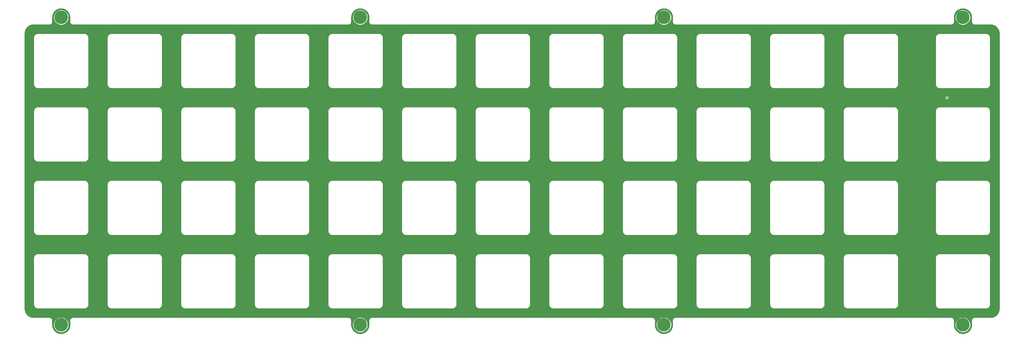
<source format=gbr>
G04 #@! TF.GenerationSoftware,KiCad,Pcbnew,(5.1.4-0-10_14)*
G04 #@! TF.CreationDate,2021-10-03T11:39:20-05:00*
G04 #@! TF.ProjectId,lucy_top_plate,6c756379-5f74-46f7-905f-706c6174652e,rev?*
G04 #@! TF.SameCoordinates,Original*
G04 #@! TF.FileFunction,Copper,L1,Top*
G04 #@! TF.FilePolarity,Positive*
%FSLAX46Y46*%
G04 Gerber Fmt 4.6, Leading zero omitted, Abs format (unit mm)*
G04 Created by KiCad (PCBNEW (5.1.4-0-10_14)) date 2021-10-03 11:39:20*
%MOMM*%
%LPD*%
G04 APERTURE LIST*
%ADD10C,3.500000*%
%ADD11C,0.500000*%
%ADD12C,0.254000*%
G04 APERTURE END LIST*
D10*
X155973586Y-38695532D03*
X155973586Y-118467340D03*
X233364146Y-38695532D03*
X233364146Y-118454889D03*
X311945330Y-38695532D03*
X311945330Y-118467340D03*
X389335890Y-38695532D03*
X389335890Y-118467340D03*
D11*
X373287551Y-59518904D03*
X385194165Y-59518840D03*
D12*
G36*
X389753465Y-36506481D02*
G01*
X390170706Y-36629281D01*
X390556143Y-36830783D01*
X390895099Y-37103311D01*
X391174668Y-37436488D01*
X391384200Y-37817623D01*
X391515709Y-38232194D01*
X391564965Y-38671316D01*
X391565137Y-38696020D01*
X391565138Y-39893617D01*
X391565804Y-39900377D01*
X391565778Y-39904087D01*
X391565985Y-39906199D01*
X391578129Y-40021746D01*
X391580900Y-40035247D01*
X391583481Y-40048775D01*
X391584094Y-40050807D01*
X391618451Y-40161796D01*
X391623781Y-40174476D01*
X391628950Y-40187269D01*
X391629946Y-40189142D01*
X391685206Y-40291345D01*
X391692927Y-40302792D01*
X391700454Y-40314294D01*
X391701795Y-40315938D01*
X391775854Y-40405461D01*
X391785668Y-40415206D01*
X391795269Y-40425011D01*
X391796904Y-40426364D01*
X391886941Y-40499796D01*
X391898421Y-40507423D01*
X391909783Y-40515203D01*
X391911650Y-40516212D01*
X392014235Y-40570757D01*
X392026978Y-40576010D01*
X392039634Y-40581434D01*
X392041661Y-40582062D01*
X392152887Y-40615643D01*
X392166439Y-40618326D01*
X392179876Y-40621183D01*
X392181987Y-40621405D01*
X392297617Y-40632743D01*
X392297629Y-40632743D01*
X392304989Y-40633468D01*
X396472185Y-40633455D01*
X396912491Y-40676628D01*
X397328859Y-40802336D01*
X397712883Y-41006524D01*
X398049932Y-41281415D01*
X398327169Y-41616537D01*
X398534036Y-41999129D01*
X398662648Y-42414608D01*
X398708864Y-42854321D01*
X398708895Y-42863246D01*
X398708894Y-114292705D01*
X398665722Y-114733002D01*
X398540012Y-115149373D01*
X398335824Y-115533395D01*
X398060935Y-115870441D01*
X397725813Y-116147679D01*
X397343220Y-116354547D01*
X396927742Y-116483158D01*
X396488030Y-116529374D01*
X396479391Y-116529404D01*
X392304998Y-116529404D01*
X392298228Y-116530071D01*
X392294528Y-116530045D01*
X392292416Y-116530252D01*
X392176868Y-116542396D01*
X392163361Y-116545169D01*
X392149840Y-116547748D01*
X392147808Y-116548361D01*
X392036819Y-116582718D01*
X392024139Y-116588048D01*
X392011346Y-116593217D01*
X392009473Y-116594213D01*
X391907271Y-116649473D01*
X391895841Y-116657183D01*
X391884321Y-116664721D01*
X391882677Y-116666062D01*
X391793155Y-116740121D01*
X391783428Y-116749916D01*
X391773604Y-116759536D01*
X391772251Y-116761171D01*
X391698819Y-116851208D01*
X391691192Y-116862688D01*
X391683412Y-116874050D01*
X391682403Y-116875916D01*
X391627858Y-116978502D01*
X391622605Y-116991245D01*
X391617181Y-117003901D01*
X391616553Y-117005928D01*
X391582972Y-117117154D01*
X391580283Y-117130736D01*
X391577433Y-117144143D01*
X391577212Y-117146246D01*
X391577210Y-117146255D01*
X391577210Y-117146263D01*
X391565872Y-117261884D01*
X391565872Y-117261896D01*
X391565147Y-117269256D01*
X391565148Y-118459892D01*
X391521975Y-118900197D01*
X391396266Y-119316567D01*
X391192078Y-119700588D01*
X390917189Y-120037636D01*
X390582072Y-120314868D01*
X390199479Y-120521735D01*
X389784001Y-120650348D01*
X389351453Y-120695810D01*
X388918315Y-120656391D01*
X388501074Y-120533591D01*
X388115637Y-120332089D01*
X387776681Y-120059561D01*
X387497109Y-119726380D01*
X387287580Y-119345247D01*
X387156071Y-118930679D01*
X387106815Y-118491556D01*
X387106643Y-118466853D01*
X387106643Y-118269668D01*
X387328890Y-118269668D01*
X387328890Y-118665012D01*
X387406018Y-119052760D01*
X387557310Y-119418011D01*
X387776951Y-119746728D01*
X388056502Y-120026279D01*
X388385219Y-120245920D01*
X388750470Y-120397212D01*
X389138218Y-120474340D01*
X389533562Y-120474340D01*
X389921310Y-120397212D01*
X390286561Y-120245920D01*
X390615278Y-120026279D01*
X390894829Y-119746728D01*
X391114470Y-119418011D01*
X391265762Y-119052760D01*
X391342890Y-118665012D01*
X391342890Y-118269668D01*
X391265762Y-117881920D01*
X391114470Y-117516669D01*
X390894829Y-117187952D01*
X390615278Y-116908401D01*
X390286561Y-116688760D01*
X389921310Y-116537468D01*
X389533562Y-116460340D01*
X389138218Y-116460340D01*
X388750470Y-116537468D01*
X388385219Y-116688760D01*
X388056502Y-116908401D01*
X387776951Y-117187952D01*
X387557310Y-117516669D01*
X387406018Y-117881920D01*
X387328890Y-118269668D01*
X387106643Y-118269668D01*
X387106643Y-117269255D01*
X387105976Y-117262485D01*
X387106002Y-117258785D01*
X387105795Y-117256673D01*
X387093651Y-117141125D01*
X387090878Y-117127618D01*
X387088299Y-117114097D01*
X387087686Y-117112065D01*
X387053329Y-117001076D01*
X387047999Y-116988396D01*
X387042830Y-116975603D01*
X387041834Y-116973730D01*
X386986574Y-116871528D01*
X386978864Y-116860098D01*
X386971326Y-116848578D01*
X386969985Y-116846934D01*
X386895926Y-116757412D01*
X386886131Y-116747685D01*
X386876511Y-116737861D01*
X386874876Y-116736508D01*
X386784839Y-116663076D01*
X386773359Y-116655449D01*
X386761997Y-116647669D01*
X386760131Y-116646660D01*
X386657545Y-116592115D01*
X386644802Y-116586862D01*
X386632146Y-116581438D01*
X386630119Y-116580810D01*
X386518893Y-116547229D01*
X386505311Y-116544540D01*
X386491904Y-116541690D01*
X386489801Y-116541469D01*
X386489792Y-116541467D01*
X386489784Y-116541467D01*
X386374163Y-116530129D01*
X386374152Y-116530129D01*
X386366792Y-116529404D01*
X314914438Y-116529404D01*
X314907668Y-116530071D01*
X314903968Y-116530045D01*
X314901856Y-116530252D01*
X314786308Y-116542396D01*
X314772801Y-116545169D01*
X314759280Y-116547748D01*
X314757248Y-116548361D01*
X314646259Y-116582718D01*
X314633579Y-116588048D01*
X314620786Y-116593217D01*
X314618913Y-116594213D01*
X314516711Y-116649473D01*
X314505281Y-116657183D01*
X314493761Y-116664721D01*
X314492117Y-116666062D01*
X314402595Y-116740121D01*
X314392868Y-116749916D01*
X314383044Y-116759536D01*
X314381691Y-116761171D01*
X314308259Y-116851208D01*
X314300632Y-116862688D01*
X314292852Y-116874050D01*
X314291843Y-116875916D01*
X314237298Y-116978502D01*
X314232045Y-116991245D01*
X314226621Y-117003901D01*
X314225993Y-117005928D01*
X314192412Y-117117154D01*
X314189723Y-117130736D01*
X314186873Y-117144143D01*
X314186652Y-117146246D01*
X314186650Y-117146255D01*
X314186650Y-117146263D01*
X314175312Y-117261884D01*
X314175312Y-117261896D01*
X314174587Y-117269256D01*
X314174588Y-118459892D01*
X314131415Y-118900197D01*
X314005706Y-119316567D01*
X313801518Y-119700588D01*
X313526629Y-120037636D01*
X313191512Y-120314868D01*
X312808919Y-120521735D01*
X312393441Y-120650348D01*
X311960893Y-120695810D01*
X311527755Y-120656391D01*
X311110514Y-120533591D01*
X310725077Y-120332089D01*
X310386121Y-120059561D01*
X310106549Y-119726380D01*
X309897020Y-119345247D01*
X309765511Y-118930679D01*
X309716255Y-118491556D01*
X309716083Y-118466853D01*
X309716083Y-118269668D01*
X309938330Y-118269668D01*
X309938330Y-118665012D01*
X310015458Y-119052760D01*
X310166750Y-119418011D01*
X310386391Y-119746728D01*
X310665942Y-120026279D01*
X310994659Y-120245920D01*
X311359910Y-120397212D01*
X311747658Y-120474340D01*
X312143002Y-120474340D01*
X312530750Y-120397212D01*
X312896001Y-120245920D01*
X313224718Y-120026279D01*
X313504269Y-119746728D01*
X313723910Y-119418011D01*
X313875202Y-119052760D01*
X313952330Y-118665012D01*
X313952330Y-118269668D01*
X313875202Y-117881920D01*
X313723910Y-117516669D01*
X313504269Y-117187952D01*
X313224718Y-116908401D01*
X312896001Y-116688760D01*
X312530750Y-116537468D01*
X312143002Y-116460340D01*
X311747658Y-116460340D01*
X311359910Y-116537468D01*
X310994659Y-116688760D01*
X310665942Y-116908401D01*
X310386391Y-117187952D01*
X310166750Y-117516669D01*
X310015458Y-117881920D01*
X309938330Y-118269668D01*
X309716083Y-118269668D01*
X309716083Y-117269255D01*
X309715416Y-117262485D01*
X309715442Y-117258785D01*
X309715235Y-117256673D01*
X309703091Y-117141125D01*
X309700318Y-117127618D01*
X309697739Y-117114097D01*
X309697126Y-117112065D01*
X309662769Y-117001076D01*
X309657439Y-116988396D01*
X309652270Y-116975603D01*
X309651274Y-116973730D01*
X309596014Y-116871528D01*
X309588304Y-116860098D01*
X309580766Y-116848578D01*
X309579425Y-116846934D01*
X309505366Y-116757412D01*
X309495571Y-116747685D01*
X309485951Y-116737861D01*
X309484316Y-116736508D01*
X309394279Y-116663076D01*
X309382799Y-116655449D01*
X309371437Y-116647669D01*
X309369571Y-116646660D01*
X309266985Y-116592115D01*
X309254242Y-116586862D01*
X309241586Y-116581438D01*
X309239559Y-116580810D01*
X309128333Y-116547229D01*
X309114751Y-116544540D01*
X309101344Y-116541690D01*
X309099241Y-116541469D01*
X309099232Y-116541467D01*
X309099224Y-116541467D01*
X308983603Y-116530129D01*
X308983592Y-116530129D01*
X308976232Y-116529404D01*
X236333254Y-116529404D01*
X236326484Y-116530071D01*
X236322784Y-116530045D01*
X236320672Y-116530252D01*
X236205124Y-116542396D01*
X236191617Y-116545169D01*
X236178096Y-116547748D01*
X236176064Y-116548361D01*
X236065075Y-116582718D01*
X236052395Y-116588048D01*
X236039602Y-116593217D01*
X236037729Y-116594213D01*
X235935527Y-116649473D01*
X235924097Y-116657183D01*
X235912577Y-116664721D01*
X235910933Y-116666062D01*
X235821411Y-116740121D01*
X235811684Y-116749916D01*
X235801860Y-116759536D01*
X235800507Y-116761171D01*
X235727075Y-116851208D01*
X235719448Y-116862688D01*
X235711668Y-116874050D01*
X235710659Y-116875916D01*
X235656114Y-116978502D01*
X235650861Y-116991245D01*
X235645437Y-117003901D01*
X235644809Y-117005928D01*
X235611228Y-117117154D01*
X235608539Y-117130736D01*
X235605689Y-117144143D01*
X235605468Y-117146246D01*
X235605466Y-117146255D01*
X235605466Y-117146263D01*
X235594128Y-117261884D01*
X235594128Y-117261896D01*
X235593403Y-117269256D01*
X235593404Y-118459892D01*
X235550231Y-118900197D01*
X235424522Y-119316567D01*
X235220334Y-119700588D01*
X234945445Y-120037636D01*
X234610328Y-120314868D01*
X234227735Y-120521735D01*
X233812257Y-120650348D01*
X233379709Y-120695810D01*
X232946571Y-120656391D01*
X232529330Y-120533591D01*
X232143893Y-120332089D01*
X231804937Y-120059561D01*
X231525365Y-119726380D01*
X231315836Y-119345247D01*
X231184327Y-118930679D01*
X231135071Y-118491556D01*
X231134899Y-118466853D01*
X231134899Y-118257217D01*
X231357146Y-118257217D01*
X231357146Y-118652561D01*
X231434274Y-119040309D01*
X231585566Y-119405560D01*
X231805207Y-119734277D01*
X232084758Y-120013828D01*
X232413475Y-120233469D01*
X232778726Y-120384761D01*
X233166474Y-120461889D01*
X233561818Y-120461889D01*
X233949566Y-120384761D01*
X234314817Y-120233469D01*
X234643534Y-120013828D01*
X234923085Y-119734277D01*
X235142726Y-119405560D01*
X235294018Y-119040309D01*
X235371146Y-118652561D01*
X235371146Y-118257217D01*
X235294018Y-117869469D01*
X235142726Y-117504218D01*
X234923085Y-117175501D01*
X234643534Y-116895950D01*
X234314817Y-116676309D01*
X233949566Y-116525017D01*
X233561818Y-116447889D01*
X233166474Y-116447889D01*
X232778726Y-116525017D01*
X232413475Y-116676309D01*
X232084758Y-116895950D01*
X231805207Y-117175501D01*
X231585566Y-117504218D01*
X231434274Y-117869469D01*
X231357146Y-118257217D01*
X231134899Y-118257217D01*
X231134899Y-117269255D01*
X231134232Y-117262485D01*
X231134258Y-117258785D01*
X231134051Y-117256673D01*
X231121907Y-117141125D01*
X231119134Y-117127618D01*
X231116555Y-117114097D01*
X231115942Y-117112065D01*
X231081585Y-117001076D01*
X231076255Y-116988396D01*
X231071086Y-116975603D01*
X231070090Y-116973730D01*
X231014830Y-116871528D01*
X231007120Y-116860098D01*
X230999582Y-116848578D01*
X230998241Y-116846934D01*
X230924182Y-116757412D01*
X230914387Y-116747685D01*
X230904767Y-116737861D01*
X230903132Y-116736508D01*
X230813095Y-116663076D01*
X230801615Y-116655449D01*
X230790253Y-116647669D01*
X230788387Y-116646660D01*
X230685801Y-116592115D01*
X230673058Y-116586862D01*
X230660402Y-116581438D01*
X230658375Y-116580810D01*
X230547149Y-116547229D01*
X230533567Y-116544540D01*
X230520160Y-116541690D01*
X230518057Y-116541469D01*
X230518048Y-116541467D01*
X230518040Y-116541467D01*
X230402419Y-116530129D01*
X230402408Y-116530129D01*
X230395048Y-116529404D01*
X158942694Y-116529404D01*
X158935924Y-116530071D01*
X158932224Y-116530045D01*
X158930112Y-116530252D01*
X158814564Y-116542396D01*
X158801057Y-116545169D01*
X158787536Y-116547748D01*
X158785504Y-116548361D01*
X158674515Y-116582718D01*
X158661835Y-116588048D01*
X158649042Y-116593217D01*
X158647169Y-116594213D01*
X158544967Y-116649473D01*
X158533537Y-116657183D01*
X158522017Y-116664721D01*
X158520373Y-116666062D01*
X158430851Y-116740121D01*
X158421124Y-116749916D01*
X158411300Y-116759536D01*
X158409947Y-116761171D01*
X158336515Y-116851208D01*
X158328888Y-116862688D01*
X158321108Y-116874050D01*
X158320099Y-116875916D01*
X158265554Y-116978502D01*
X158260301Y-116991245D01*
X158254877Y-117003901D01*
X158254249Y-117005928D01*
X158220668Y-117117154D01*
X158217979Y-117130736D01*
X158215129Y-117144143D01*
X158214908Y-117146246D01*
X158214906Y-117146255D01*
X158214906Y-117146263D01*
X158203568Y-117261884D01*
X158203568Y-117261896D01*
X158202843Y-117269256D01*
X158202844Y-118459892D01*
X158159671Y-118900197D01*
X158033962Y-119316567D01*
X157829774Y-119700588D01*
X157554885Y-120037636D01*
X157219768Y-120314868D01*
X156837175Y-120521735D01*
X156421697Y-120650348D01*
X155989149Y-120695810D01*
X155556011Y-120656391D01*
X155138770Y-120533591D01*
X154753333Y-120332089D01*
X154414377Y-120059561D01*
X154134805Y-119726380D01*
X153925276Y-119345247D01*
X153793767Y-118930679D01*
X153744511Y-118491556D01*
X153744339Y-118466853D01*
X153744339Y-118269668D01*
X153966586Y-118269668D01*
X153966586Y-118665012D01*
X154043714Y-119052760D01*
X154195006Y-119418011D01*
X154414647Y-119746728D01*
X154694198Y-120026279D01*
X155022915Y-120245920D01*
X155388166Y-120397212D01*
X155775914Y-120474340D01*
X156171258Y-120474340D01*
X156559006Y-120397212D01*
X156924257Y-120245920D01*
X157252974Y-120026279D01*
X157532525Y-119746728D01*
X157752166Y-119418011D01*
X157903458Y-119052760D01*
X157980586Y-118665012D01*
X157980586Y-118269668D01*
X157903458Y-117881920D01*
X157752166Y-117516669D01*
X157532525Y-117187952D01*
X157252974Y-116908401D01*
X156924257Y-116688760D01*
X156559006Y-116537468D01*
X156171258Y-116460340D01*
X155775914Y-116460340D01*
X155388166Y-116537468D01*
X155022915Y-116688760D01*
X154694198Y-116908401D01*
X154414647Y-117187952D01*
X154195006Y-117516669D01*
X154043714Y-117881920D01*
X153966586Y-118269668D01*
X153744339Y-118269668D01*
X153744339Y-117269255D01*
X153743672Y-117262485D01*
X153743698Y-117258785D01*
X153743491Y-117256673D01*
X153731347Y-117141125D01*
X153728574Y-117127618D01*
X153725995Y-117114097D01*
X153725382Y-117112065D01*
X153691025Y-117001076D01*
X153685695Y-116988396D01*
X153680526Y-116975603D01*
X153679530Y-116973730D01*
X153624270Y-116871528D01*
X153616560Y-116860098D01*
X153609022Y-116848578D01*
X153607681Y-116846934D01*
X153533622Y-116757412D01*
X153523827Y-116747685D01*
X153514207Y-116737861D01*
X153512572Y-116736508D01*
X153422535Y-116663076D01*
X153411055Y-116655449D01*
X153399693Y-116647669D01*
X153397827Y-116646660D01*
X153295241Y-116592115D01*
X153282498Y-116586862D01*
X153269842Y-116581438D01*
X153267815Y-116580810D01*
X153156589Y-116547229D01*
X153143007Y-116544540D01*
X153129600Y-116541690D01*
X153127497Y-116541469D01*
X153127488Y-116541467D01*
X153127480Y-116541467D01*
X153011859Y-116530129D01*
X153011840Y-116530129D01*
X153004533Y-116529407D01*
X148837306Y-116528147D01*
X148397229Y-116484996D01*
X147981092Y-116359357D01*
X147597288Y-116155285D01*
X147260433Y-115880552D01*
X146983353Y-115545621D01*
X146776602Y-115163243D01*
X146648062Y-114747998D01*
X146601872Y-114308531D01*
X146601842Y-114299872D01*
X146601822Y-113164161D01*
X148820530Y-113164161D01*
X148821224Y-113171203D01*
X148821180Y-113177458D01*
X148821387Y-113179570D01*
X148841788Y-113373667D01*
X148844557Y-113387157D01*
X148847139Y-113400694D01*
X148847753Y-113402725D01*
X148905465Y-113589163D01*
X148910790Y-113601830D01*
X148915964Y-113614637D01*
X148916960Y-113616511D01*
X149009785Y-113788187D01*
X149017484Y-113799602D01*
X149025033Y-113811137D01*
X149026374Y-113812782D01*
X149150778Y-113963159D01*
X149160573Y-113972886D01*
X149170193Y-113982710D01*
X149171828Y-113984063D01*
X149323070Y-114107413D01*
X149334550Y-114115040D01*
X149345912Y-114122820D01*
X149347778Y-114123829D01*
X149520101Y-114215454D01*
X149532844Y-114220707D01*
X149545500Y-114226131D01*
X149547527Y-114226759D01*
X149734363Y-114283168D01*
X149747923Y-114285853D01*
X149761353Y-114288708D01*
X149763463Y-114288930D01*
X149957697Y-114307975D01*
X149957708Y-114307975D01*
X149965068Y-114308700D01*
X161979992Y-114308700D01*
X161987034Y-114308006D01*
X161993288Y-114308050D01*
X161995400Y-114307843D01*
X162189497Y-114287442D01*
X162202987Y-114284673D01*
X162216524Y-114282091D01*
X162218553Y-114281478D01*
X162218559Y-114281476D01*
X162404993Y-114223765D01*
X162417660Y-114218440D01*
X162430467Y-114213266D01*
X162432341Y-114212270D01*
X162604017Y-114119445D01*
X162615432Y-114111746D01*
X162626967Y-114104197D01*
X162628612Y-114102856D01*
X162778989Y-113978452D01*
X162788716Y-113968657D01*
X162798540Y-113959037D01*
X162799893Y-113957402D01*
X162923243Y-113806160D01*
X162930870Y-113794680D01*
X162938650Y-113783318D01*
X162939659Y-113781452D01*
X163031284Y-113609129D01*
X163036537Y-113596386D01*
X163041961Y-113583730D01*
X163042589Y-113581703D01*
X163098998Y-113394867D01*
X163101683Y-113381307D01*
X163104538Y-113367877D01*
X163104760Y-113365767D01*
X163123805Y-113171533D01*
X163123805Y-113171522D01*
X163124530Y-113164162D01*
X163124530Y-113164161D01*
X167870610Y-113164161D01*
X167871304Y-113171203D01*
X167871260Y-113177458D01*
X167871467Y-113179570D01*
X167891868Y-113373667D01*
X167894637Y-113387157D01*
X167897219Y-113400694D01*
X167897833Y-113402725D01*
X167955545Y-113589163D01*
X167960870Y-113601830D01*
X167966044Y-113614637D01*
X167967040Y-113616511D01*
X168059865Y-113788187D01*
X168067564Y-113799602D01*
X168075113Y-113811137D01*
X168076454Y-113812782D01*
X168200858Y-113963159D01*
X168210653Y-113972886D01*
X168220273Y-113982710D01*
X168221908Y-113984063D01*
X168373150Y-114107413D01*
X168384630Y-114115040D01*
X168395992Y-114122820D01*
X168397858Y-114123829D01*
X168570181Y-114215454D01*
X168582924Y-114220707D01*
X168595580Y-114226131D01*
X168597607Y-114226759D01*
X168784443Y-114283168D01*
X168798003Y-114285853D01*
X168811433Y-114288708D01*
X168813543Y-114288930D01*
X169007777Y-114307975D01*
X169007788Y-114307975D01*
X169015148Y-114308700D01*
X181030072Y-114308700D01*
X181037114Y-114308006D01*
X181043368Y-114308050D01*
X181045480Y-114307843D01*
X181239577Y-114287442D01*
X181253067Y-114284673D01*
X181266604Y-114282091D01*
X181268633Y-114281478D01*
X181268639Y-114281476D01*
X181455073Y-114223765D01*
X181467740Y-114218440D01*
X181480547Y-114213266D01*
X181482421Y-114212270D01*
X181654097Y-114119445D01*
X181665512Y-114111746D01*
X181677047Y-114104197D01*
X181678692Y-114102856D01*
X181829069Y-113978452D01*
X181838796Y-113968657D01*
X181848620Y-113959037D01*
X181849973Y-113957402D01*
X181973323Y-113806160D01*
X181980950Y-113794680D01*
X181988730Y-113783318D01*
X181989739Y-113781452D01*
X182081364Y-113609129D01*
X182086617Y-113596386D01*
X182092041Y-113583730D01*
X182092669Y-113581703D01*
X182149078Y-113394867D01*
X182151763Y-113381307D01*
X182154618Y-113367877D01*
X182154840Y-113365767D01*
X182173885Y-113171533D01*
X182173885Y-113171522D01*
X182174610Y-113164162D01*
X182174610Y-113164161D01*
X186920690Y-113164161D01*
X186921384Y-113171203D01*
X186921340Y-113177458D01*
X186921547Y-113179570D01*
X186941948Y-113373667D01*
X186944717Y-113387157D01*
X186947299Y-113400694D01*
X186947913Y-113402725D01*
X187005625Y-113589163D01*
X187010950Y-113601830D01*
X187016124Y-113614637D01*
X187017120Y-113616511D01*
X187109945Y-113788187D01*
X187117644Y-113799602D01*
X187125193Y-113811137D01*
X187126534Y-113812782D01*
X187250938Y-113963159D01*
X187260733Y-113972886D01*
X187270353Y-113982710D01*
X187271988Y-113984063D01*
X187423230Y-114107413D01*
X187434710Y-114115040D01*
X187446072Y-114122820D01*
X187447938Y-114123829D01*
X187620261Y-114215454D01*
X187633004Y-114220707D01*
X187645660Y-114226131D01*
X187647687Y-114226759D01*
X187834523Y-114283168D01*
X187848083Y-114285853D01*
X187861513Y-114288708D01*
X187863623Y-114288930D01*
X188057857Y-114307975D01*
X188057868Y-114307975D01*
X188065228Y-114308700D01*
X200080152Y-114308700D01*
X200087194Y-114308006D01*
X200093448Y-114308050D01*
X200095560Y-114307843D01*
X200289657Y-114287442D01*
X200303147Y-114284673D01*
X200316684Y-114282091D01*
X200318713Y-114281478D01*
X200318719Y-114281476D01*
X200505153Y-114223765D01*
X200517820Y-114218440D01*
X200530627Y-114213266D01*
X200532501Y-114212270D01*
X200704177Y-114119445D01*
X200715592Y-114111746D01*
X200727127Y-114104197D01*
X200728772Y-114102856D01*
X200879149Y-113978452D01*
X200888876Y-113968657D01*
X200898700Y-113959037D01*
X200900053Y-113957402D01*
X201023403Y-113806160D01*
X201031030Y-113794680D01*
X201038810Y-113783318D01*
X201039819Y-113781452D01*
X201131444Y-113609129D01*
X201136697Y-113596386D01*
X201142121Y-113583730D01*
X201142749Y-113581703D01*
X201199158Y-113394867D01*
X201201843Y-113381307D01*
X201204698Y-113367877D01*
X201204920Y-113365767D01*
X201223965Y-113171533D01*
X201223965Y-113171522D01*
X201224690Y-113164162D01*
X201224690Y-113164161D01*
X205970770Y-113164161D01*
X205971464Y-113171203D01*
X205971420Y-113177458D01*
X205971627Y-113179570D01*
X205992028Y-113373667D01*
X205994797Y-113387157D01*
X205997379Y-113400694D01*
X205997993Y-113402725D01*
X206055705Y-113589163D01*
X206061030Y-113601830D01*
X206066204Y-113614637D01*
X206067200Y-113616511D01*
X206160025Y-113788187D01*
X206167724Y-113799602D01*
X206175273Y-113811137D01*
X206176614Y-113812782D01*
X206301018Y-113963159D01*
X206310813Y-113972886D01*
X206320433Y-113982710D01*
X206322068Y-113984063D01*
X206473310Y-114107413D01*
X206484790Y-114115040D01*
X206496152Y-114122820D01*
X206498018Y-114123829D01*
X206670341Y-114215454D01*
X206683084Y-114220707D01*
X206695740Y-114226131D01*
X206697767Y-114226759D01*
X206884603Y-114283168D01*
X206898163Y-114285853D01*
X206911593Y-114288708D01*
X206913703Y-114288930D01*
X207107937Y-114307975D01*
X207107948Y-114307975D01*
X207115308Y-114308700D01*
X219130232Y-114308700D01*
X219137274Y-114308006D01*
X219143528Y-114308050D01*
X219145640Y-114307843D01*
X219339737Y-114287442D01*
X219353227Y-114284673D01*
X219366764Y-114282091D01*
X219368793Y-114281478D01*
X219368799Y-114281476D01*
X219555233Y-114223765D01*
X219567900Y-114218440D01*
X219580707Y-114213266D01*
X219582581Y-114212270D01*
X219754257Y-114119445D01*
X219765672Y-114111746D01*
X219777207Y-114104197D01*
X219778852Y-114102856D01*
X219929229Y-113978452D01*
X219938956Y-113968657D01*
X219948780Y-113959037D01*
X219950133Y-113957402D01*
X220073483Y-113806160D01*
X220081110Y-113794680D01*
X220088890Y-113783318D01*
X220089899Y-113781452D01*
X220181524Y-113609129D01*
X220186777Y-113596386D01*
X220192201Y-113583730D01*
X220192829Y-113581703D01*
X220249238Y-113394867D01*
X220251923Y-113381307D01*
X220254778Y-113367877D01*
X220255000Y-113365767D01*
X220274045Y-113171533D01*
X220274045Y-113171522D01*
X220274770Y-113164162D01*
X220274770Y-113164161D01*
X225020850Y-113164161D01*
X225021544Y-113171203D01*
X225021500Y-113177458D01*
X225021707Y-113179570D01*
X225042108Y-113373667D01*
X225044877Y-113387157D01*
X225047459Y-113400694D01*
X225048073Y-113402725D01*
X225105785Y-113589163D01*
X225111110Y-113601830D01*
X225116284Y-113614637D01*
X225117280Y-113616511D01*
X225210105Y-113788187D01*
X225217804Y-113799602D01*
X225225353Y-113811137D01*
X225226694Y-113812782D01*
X225351098Y-113963159D01*
X225360893Y-113972886D01*
X225370513Y-113982710D01*
X225372148Y-113984063D01*
X225523390Y-114107413D01*
X225534870Y-114115040D01*
X225546232Y-114122820D01*
X225548098Y-114123829D01*
X225720421Y-114215454D01*
X225733164Y-114220707D01*
X225745820Y-114226131D01*
X225747847Y-114226759D01*
X225934683Y-114283168D01*
X225948243Y-114285853D01*
X225961673Y-114288708D01*
X225963783Y-114288930D01*
X226158017Y-114307975D01*
X226158028Y-114307975D01*
X226165388Y-114308700D01*
X238180312Y-114308700D01*
X238187354Y-114308006D01*
X238193608Y-114308050D01*
X238195720Y-114307843D01*
X238389817Y-114287442D01*
X238403307Y-114284673D01*
X238416844Y-114282091D01*
X238418873Y-114281478D01*
X238418879Y-114281476D01*
X238605313Y-114223765D01*
X238617980Y-114218440D01*
X238630787Y-114213266D01*
X238632661Y-114212270D01*
X238804337Y-114119445D01*
X238815752Y-114111746D01*
X238827287Y-114104197D01*
X238828932Y-114102856D01*
X238979309Y-113978452D01*
X238989036Y-113968657D01*
X238998860Y-113959037D01*
X239000213Y-113957402D01*
X239123563Y-113806160D01*
X239131190Y-113794680D01*
X239138970Y-113783318D01*
X239139979Y-113781452D01*
X239231604Y-113609129D01*
X239236857Y-113596386D01*
X239242281Y-113583730D01*
X239242909Y-113581703D01*
X239299318Y-113394867D01*
X239302003Y-113381307D01*
X239304858Y-113367877D01*
X239305080Y-113365767D01*
X239324125Y-113171533D01*
X239324125Y-113171522D01*
X239324850Y-113164162D01*
X239324850Y-113164161D01*
X244070930Y-113164161D01*
X244071624Y-113171203D01*
X244071580Y-113177458D01*
X244071787Y-113179570D01*
X244092188Y-113373667D01*
X244094957Y-113387157D01*
X244097539Y-113400694D01*
X244098153Y-113402725D01*
X244155865Y-113589163D01*
X244161190Y-113601830D01*
X244166364Y-113614637D01*
X244167360Y-113616511D01*
X244260185Y-113788187D01*
X244267884Y-113799602D01*
X244275433Y-113811137D01*
X244276774Y-113812782D01*
X244401178Y-113963159D01*
X244410973Y-113972886D01*
X244420593Y-113982710D01*
X244422228Y-113984063D01*
X244573470Y-114107413D01*
X244584950Y-114115040D01*
X244596312Y-114122820D01*
X244598178Y-114123829D01*
X244770501Y-114215454D01*
X244783244Y-114220707D01*
X244795900Y-114226131D01*
X244797927Y-114226759D01*
X244984763Y-114283168D01*
X244998323Y-114285853D01*
X245011753Y-114288708D01*
X245013863Y-114288930D01*
X245208097Y-114307975D01*
X245208108Y-114307975D01*
X245215468Y-114308700D01*
X257230392Y-114308700D01*
X257237434Y-114308006D01*
X257243688Y-114308050D01*
X257245800Y-114307843D01*
X257439897Y-114287442D01*
X257453387Y-114284673D01*
X257466924Y-114282091D01*
X257468953Y-114281478D01*
X257468959Y-114281476D01*
X257655393Y-114223765D01*
X257668060Y-114218440D01*
X257680867Y-114213266D01*
X257682741Y-114212270D01*
X257854417Y-114119445D01*
X257865832Y-114111746D01*
X257877367Y-114104197D01*
X257879012Y-114102856D01*
X258029389Y-113978452D01*
X258039116Y-113968657D01*
X258048940Y-113959037D01*
X258050293Y-113957402D01*
X258173643Y-113806160D01*
X258181270Y-113794680D01*
X258189050Y-113783318D01*
X258190059Y-113781452D01*
X258281684Y-113609129D01*
X258286937Y-113596386D01*
X258292361Y-113583730D01*
X258292989Y-113581703D01*
X258349398Y-113394867D01*
X258352083Y-113381307D01*
X258354938Y-113367877D01*
X258355160Y-113365767D01*
X258374205Y-113171533D01*
X258374205Y-113171522D01*
X258374930Y-113164162D01*
X258374930Y-113164161D01*
X263121010Y-113164161D01*
X263121704Y-113171203D01*
X263121660Y-113177458D01*
X263121867Y-113179570D01*
X263142268Y-113373667D01*
X263145037Y-113387157D01*
X263147619Y-113400694D01*
X263148233Y-113402725D01*
X263205945Y-113589163D01*
X263211270Y-113601830D01*
X263216444Y-113614637D01*
X263217440Y-113616511D01*
X263310265Y-113788187D01*
X263317964Y-113799602D01*
X263325513Y-113811137D01*
X263326854Y-113812782D01*
X263451258Y-113963159D01*
X263461053Y-113972886D01*
X263470673Y-113982710D01*
X263472308Y-113984063D01*
X263623550Y-114107413D01*
X263635030Y-114115040D01*
X263646392Y-114122820D01*
X263648258Y-114123829D01*
X263820581Y-114215454D01*
X263833324Y-114220707D01*
X263845980Y-114226131D01*
X263848007Y-114226759D01*
X264034843Y-114283168D01*
X264048403Y-114285853D01*
X264061833Y-114288708D01*
X264063943Y-114288930D01*
X264258177Y-114307975D01*
X264258188Y-114307975D01*
X264265548Y-114308700D01*
X276280472Y-114308700D01*
X276287514Y-114308006D01*
X276293768Y-114308050D01*
X276295880Y-114307843D01*
X276489977Y-114287442D01*
X276503467Y-114284673D01*
X276517004Y-114282091D01*
X276519033Y-114281478D01*
X276519039Y-114281476D01*
X276705473Y-114223765D01*
X276718140Y-114218440D01*
X276730947Y-114213266D01*
X276732821Y-114212270D01*
X276904497Y-114119445D01*
X276915912Y-114111746D01*
X276927447Y-114104197D01*
X276929092Y-114102856D01*
X277079469Y-113978452D01*
X277089196Y-113968657D01*
X277099020Y-113959037D01*
X277100373Y-113957402D01*
X277223723Y-113806160D01*
X277231350Y-113794680D01*
X277239130Y-113783318D01*
X277240139Y-113781452D01*
X277331764Y-113609129D01*
X277337017Y-113596386D01*
X277342441Y-113583730D01*
X277343069Y-113581703D01*
X277399478Y-113394867D01*
X277402163Y-113381307D01*
X277405018Y-113367877D01*
X277405240Y-113365767D01*
X277424285Y-113171533D01*
X277424285Y-113171522D01*
X277425010Y-113164162D01*
X277425010Y-113164161D01*
X282171090Y-113164161D01*
X282171784Y-113171203D01*
X282171740Y-113177458D01*
X282171947Y-113179570D01*
X282192348Y-113373667D01*
X282195117Y-113387157D01*
X282197699Y-113400694D01*
X282198313Y-113402725D01*
X282256025Y-113589163D01*
X282261350Y-113601830D01*
X282266524Y-113614637D01*
X282267520Y-113616511D01*
X282360345Y-113788187D01*
X282368044Y-113799602D01*
X282375593Y-113811137D01*
X282376934Y-113812782D01*
X282501338Y-113963159D01*
X282511133Y-113972886D01*
X282520753Y-113982710D01*
X282522388Y-113984063D01*
X282673630Y-114107413D01*
X282685110Y-114115040D01*
X282696472Y-114122820D01*
X282698338Y-114123829D01*
X282870661Y-114215454D01*
X282883404Y-114220707D01*
X282896060Y-114226131D01*
X282898087Y-114226759D01*
X283084923Y-114283168D01*
X283098483Y-114285853D01*
X283111913Y-114288708D01*
X283114023Y-114288930D01*
X283308257Y-114307975D01*
X283308268Y-114307975D01*
X283315628Y-114308700D01*
X295330552Y-114308700D01*
X295337594Y-114308006D01*
X295343848Y-114308050D01*
X295345960Y-114307843D01*
X295540057Y-114287442D01*
X295553547Y-114284673D01*
X295567084Y-114282091D01*
X295569113Y-114281478D01*
X295569119Y-114281476D01*
X295755553Y-114223765D01*
X295768220Y-114218440D01*
X295781027Y-114213266D01*
X295782901Y-114212270D01*
X295954577Y-114119445D01*
X295965992Y-114111746D01*
X295977527Y-114104197D01*
X295979172Y-114102856D01*
X296129549Y-113978452D01*
X296139276Y-113968657D01*
X296149100Y-113959037D01*
X296150453Y-113957402D01*
X296273803Y-113806160D01*
X296281430Y-113794680D01*
X296289210Y-113783318D01*
X296290219Y-113781452D01*
X296381844Y-113609129D01*
X296387097Y-113596386D01*
X296392521Y-113583730D01*
X296393149Y-113581703D01*
X296449558Y-113394867D01*
X296452243Y-113381307D01*
X296455098Y-113367877D01*
X296455320Y-113365767D01*
X296474365Y-113171533D01*
X296474365Y-113171522D01*
X296475090Y-113164162D01*
X296475090Y-113164161D01*
X301221170Y-113164161D01*
X301221864Y-113171203D01*
X301221820Y-113177458D01*
X301222027Y-113179570D01*
X301242428Y-113373667D01*
X301245197Y-113387157D01*
X301247779Y-113400694D01*
X301248393Y-113402725D01*
X301306105Y-113589163D01*
X301311430Y-113601830D01*
X301316604Y-113614637D01*
X301317600Y-113616511D01*
X301410425Y-113788187D01*
X301418124Y-113799602D01*
X301425673Y-113811137D01*
X301427014Y-113812782D01*
X301551418Y-113963159D01*
X301561213Y-113972886D01*
X301570833Y-113982710D01*
X301572468Y-113984063D01*
X301723710Y-114107413D01*
X301735190Y-114115040D01*
X301746552Y-114122820D01*
X301748418Y-114123829D01*
X301920741Y-114215454D01*
X301933484Y-114220707D01*
X301946140Y-114226131D01*
X301948167Y-114226759D01*
X302135003Y-114283168D01*
X302148563Y-114285853D01*
X302161993Y-114288708D01*
X302164103Y-114288930D01*
X302358337Y-114307975D01*
X302358348Y-114307975D01*
X302365708Y-114308700D01*
X314380632Y-114308700D01*
X314387674Y-114308006D01*
X314393928Y-114308050D01*
X314396040Y-114307843D01*
X314590137Y-114287442D01*
X314603627Y-114284673D01*
X314617164Y-114282091D01*
X314619193Y-114281478D01*
X314619199Y-114281476D01*
X314805633Y-114223765D01*
X314818300Y-114218440D01*
X314831107Y-114213266D01*
X314832981Y-114212270D01*
X315004657Y-114119445D01*
X315016072Y-114111746D01*
X315027607Y-114104197D01*
X315029252Y-114102856D01*
X315179629Y-113978452D01*
X315189356Y-113968657D01*
X315199180Y-113959037D01*
X315200533Y-113957402D01*
X315323883Y-113806160D01*
X315331510Y-113794680D01*
X315339290Y-113783318D01*
X315340299Y-113781452D01*
X315431924Y-113609129D01*
X315437177Y-113596386D01*
X315442601Y-113583730D01*
X315443229Y-113581703D01*
X315499638Y-113394867D01*
X315502323Y-113381307D01*
X315505178Y-113367877D01*
X315505400Y-113365767D01*
X315524445Y-113171533D01*
X315524445Y-113171522D01*
X315525170Y-113164162D01*
X315525170Y-113164161D01*
X320271250Y-113164161D01*
X320271944Y-113171203D01*
X320271900Y-113177458D01*
X320272107Y-113179570D01*
X320292508Y-113373667D01*
X320295277Y-113387157D01*
X320297859Y-113400694D01*
X320298473Y-113402725D01*
X320356185Y-113589163D01*
X320361510Y-113601830D01*
X320366684Y-113614637D01*
X320367680Y-113616511D01*
X320460505Y-113788187D01*
X320468204Y-113799602D01*
X320475753Y-113811137D01*
X320477094Y-113812782D01*
X320601498Y-113963159D01*
X320611293Y-113972886D01*
X320620913Y-113982710D01*
X320622548Y-113984063D01*
X320773790Y-114107413D01*
X320785270Y-114115040D01*
X320796632Y-114122820D01*
X320798498Y-114123829D01*
X320970821Y-114215454D01*
X320983564Y-114220707D01*
X320996220Y-114226131D01*
X320998247Y-114226759D01*
X321185083Y-114283168D01*
X321198643Y-114285853D01*
X321212073Y-114288708D01*
X321214183Y-114288930D01*
X321408417Y-114307975D01*
X321408428Y-114307975D01*
X321415788Y-114308700D01*
X333430712Y-114308700D01*
X333437754Y-114308006D01*
X333444008Y-114308050D01*
X333446120Y-114307843D01*
X333640217Y-114287442D01*
X333653707Y-114284673D01*
X333667244Y-114282091D01*
X333669273Y-114281478D01*
X333669279Y-114281476D01*
X333855713Y-114223765D01*
X333868380Y-114218440D01*
X333881187Y-114213266D01*
X333883061Y-114212270D01*
X334054737Y-114119445D01*
X334066152Y-114111746D01*
X334077687Y-114104197D01*
X334079332Y-114102856D01*
X334229709Y-113978452D01*
X334239436Y-113968657D01*
X334249260Y-113959037D01*
X334250613Y-113957402D01*
X334373963Y-113806160D01*
X334381590Y-113794680D01*
X334389370Y-113783318D01*
X334390379Y-113781452D01*
X334482004Y-113609129D01*
X334487257Y-113596386D01*
X334492681Y-113583730D01*
X334493309Y-113581703D01*
X334549718Y-113394867D01*
X334552403Y-113381307D01*
X334555258Y-113367877D01*
X334555480Y-113365767D01*
X334574525Y-113171533D01*
X334574525Y-113171522D01*
X334574925Y-113167461D01*
X339321330Y-113167461D01*
X339322024Y-113174503D01*
X339321980Y-113180758D01*
X339322187Y-113182870D01*
X339342588Y-113376967D01*
X339345357Y-113390457D01*
X339347939Y-113403994D01*
X339348553Y-113406025D01*
X339406265Y-113592463D01*
X339411590Y-113605130D01*
X339416764Y-113617937D01*
X339417760Y-113619811D01*
X339510585Y-113791487D01*
X339518284Y-113802902D01*
X339525833Y-113814437D01*
X339527174Y-113816082D01*
X339651578Y-113966459D01*
X339661373Y-113976186D01*
X339670993Y-113986010D01*
X339672628Y-113987363D01*
X339823870Y-114110713D01*
X339835350Y-114118340D01*
X339846712Y-114126120D01*
X339848578Y-114127129D01*
X340020901Y-114218754D01*
X340033644Y-114224007D01*
X340046300Y-114229431D01*
X340048327Y-114230059D01*
X340235163Y-114286468D01*
X340248723Y-114289153D01*
X340262153Y-114292008D01*
X340264263Y-114292230D01*
X340458497Y-114311275D01*
X340458508Y-114311275D01*
X340465868Y-114312000D01*
X352480792Y-114312000D01*
X352487834Y-114311306D01*
X352494088Y-114311350D01*
X352496200Y-114311143D01*
X352690297Y-114290742D01*
X352703787Y-114287973D01*
X352717324Y-114285391D01*
X352719353Y-114284778D01*
X352719359Y-114284776D01*
X352905793Y-114227065D01*
X352918460Y-114221740D01*
X352931267Y-114216566D01*
X352933141Y-114215570D01*
X353104817Y-114122745D01*
X353116232Y-114115046D01*
X353127767Y-114107497D01*
X353129412Y-114106156D01*
X353279789Y-113981752D01*
X353289516Y-113971957D01*
X353299340Y-113962337D01*
X353300693Y-113960702D01*
X353424043Y-113809460D01*
X353431670Y-113797980D01*
X353439450Y-113786618D01*
X353440459Y-113784752D01*
X353532084Y-113612429D01*
X353537337Y-113599686D01*
X353542761Y-113587030D01*
X353543389Y-113585003D01*
X353599798Y-113398167D01*
X353602483Y-113384607D01*
X353605338Y-113371177D01*
X353605560Y-113369067D01*
X353624605Y-113174833D01*
X353624605Y-113174822D01*
X353625330Y-113167462D01*
X353625330Y-113164161D01*
X358371410Y-113164161D01*
X358372104Y-113171203D01*
X358372060Y-113177458D01*
X358372267Y-113179570D01*
X358392668Y-113373667D01*
X358395437Y-113387157D01*
X358398019Y-113400694D01*
X358398633Y-113402725D01*
X358456345Y-113589163D01*
X358461670Y-113601830D01*
X358466844Y-113614637D01*
X358467840Y-113616511D01*
X358560665Y-113788187D01*
X358568364Y-113799602D01*
X358575913Y-113811137D01*
X358577254Y-113812782D01*
X358701658Y-113963159D01*
X358711453Y-113972886D01*
X358721073Y-113982710D01*
X358722708Y-113984063D01*
X358873950Y-114107413D01*
X358885430Y-114115040D01*
X358896792Y-114122820D01*
X358898658Y-114123829D01*
X359070981Y-114215454D01*
X359083724Y-114220707D01*
X359096380Y-114226131D01*
X359098407Y-114226759D01*
X359285243Y-114283168D01*
X359298803Y-114285853D01*
X359312233Y-114288708D01*
X359314343Y-114288930D01*
X359508577Y-114307975D01*
X359508588Y-114307975D01*
X359515948Y-114308700D01*
X371530872Y-114308700D01*
X371537914Y-114308006D01*
X371544168Y-114308050D01*
X371546280Y-114307843D01*
X371740377Y-114287442D01*
X371753867Y-114284673D01*
X371767404Y-114282091D01*
X371769433Y-114281478D01*
X371769439Y-114281476D01*
X371955873Y-114223765D01*
X371968540Y-114218440D01*
X371981347Y-114213266D01*
X371983221Y-114212270D01*
X372154897Y-114119445D01*
X372166312Y-114111746D01*
X372177847Y-114104197D01*
X372179492Y-114102856D01*
X372329869Y-113978452D01*
X372339596Y-113968657D01*
X372349420Y-113959037D01*
X372350773Y-113957402D01*
X372474123Y-113806160D01*
X372481750Y-113794680D01*
X372489530Y-113783318D01*
X372490539Y-113781452D01*
X372582164Y-113609129D01*
X372587417Y-113596386D01*
X372592841Y-113583730D01*
X372593469Y-113581703D01*
X372649878Y-113394867D01*
X372652563Y-113381307D01*
X372655418Y-113367877D01*
X372655640Y-113365767D01*
X372674685Y-113171533D01*
X372674685Y-113171522D01*
X372675410Y-113164162D01*
X372675410Y-113164161D01*
X382184010Y-113164161D01*
X382184704Y-113171203D01*
X382184660Y-113177458D01*
X382184867Y-113179570D01*
X382205268Y-113373667D01*
X382208037Y-113387157D01*
X382210619Y-113400694D01*
X382211233Y-113402725D01*
X382268945Y-113589163D01*
X382274270Y-113601830D01*
X382279444Y-113614637D01*
X382280440Y-113616511D01*
X382373265Y-113788187D01*
X382380964Y-113799602D01*
X382388513Y-113811137D01*
X382389854Y-113812782D01*
X382514258Y-113963159D01*
X382524053Y-113972886D01*
X382533673Y-113982710D01*
X382535308Y-113984063D01*
X382686550Y-114107413D01*
X382698030Y-114115040D01*
X382709392Y-114122820D01*
X382711258Y-114123829D01*
X382883581Y-114215454D01*
X382896324Y-114220707D01*
X382908980Y-114226131D01*
X382911007Y-114226759D01*
X383097843Y-114283168D01*
X383111403Y-114285853D01*
X383124833Y-114288708D01*
X383126943Y-114288930D01*
X383321177Y-114307975D01*
X383321188Y-114307975D01*
X383328548Y-114308700D01*
X395343472Y-114308700D01*
X395350514Y-114308006D01*
X395356768Y-114308050D01*
X395358880Y-114307843D01*
X395552977Y-114287442D01*
X395566467Y-114284673D01*
X395580004Y-114282091D01*
X395582033Y-114281478D01*
X395582039Y-114281476D01*
X395768473Y-114223765D01*
X395781140Y-114218440D01*
X395793947Y-114213266D01*
X395795821Y-114212270D01*
X395967497Y-114119445D01*
X395978912Y-114111746D01*
X395990447Y-114104197D01*
X395992092Y-114102856D01*
X396142469Y-113978452D01*
X396152196Y-113968657D01*
X396162020Y-113959037D01*
X396163373Y-113957402D01*
X396286723Y-113806160D01*
X396294350Y-113794680D01*
X396302130Y-113783318D01*
X396303139Y-113781452D01*
X396394764Y-113609129D01*
X396400017Y-113596386D01*
X396405441Y-113583730D01*
X396406069Y-113581703D01*
X396462478Y-113394867D01*
X396465163Y-113381307D01*
X396468018Y-113367877D01*
X396468240Y-113365767D01*
X396487285Y-113171533D01*
X396487285Y-113171522D01*
X396488010Y-113164162D01*
X396488010Y-101149238D01*
X396487316Y-101142196D01*
X396487360Y-101135942D01*
X396487153Y-101133830D01*
X396466752Y-100939733D01*
X396463977Y-100926212D01*
X396461400Y-100912706D01*
X396460787Y-100910674D01*
X396403075Y-100724237D01*
X396397750Y-100711570D01*
X396392576Y-100698763D01*
X396391580Y-100696889D01*
X396298755Y-100525212D01*
X396291044Y-100513780D01*
X396283507Y-100502263D01*
X396282166Y-100500618D01*
X396157762Y-100350240D01*
X396147948Y-100340495D01*
X396138347Y-100330690D01*
X396136712Y-100329337D01*
X395985470Y-100205987D01*
X395973964Y-100198343D01*
X395962628Y-100190581D01*
X395960762Y-100189571D01*
X395788440Y-100097946D01*
X395775682Y-100092688D01*
X395763040Y-100087269D01*
X395761013Y-100086641D01*
X395574177Y-100030232D01*
X395560642Y-100027552D01*
X395547187Y-100024692D01*
X395545076Y-100024470D01*
X395350843Y-100005425D01*
X395350832Y-100005425D01*
X395343472Y-100004700D01*
X383328548Y-100004700D01*
X383321506Y-100005394D01*
X383315252Y-100005350D01*
X383313140Y-100005557D01*
X383119043Y-100025958D01*
X383105522Y-100028733D01*
X383092016Y-100031310D01*
X383089984Y-100031923D01*
X382903547Y-100089635D01*
X382890880Y-100094960D01*
X382878073Y-100100134D01*
X382876199Y-100101130D01*
X382704522Y-100193955D01*
X382693090Y-100201666D01*
X382681573Y-100209203D01*
X382679928Y-100210544D01*
X382529550Y-100334948D01*
X382519805Y-100344762D01*
X382510000Y-100354363D01*
X382508647Y-100355998D01*
X382385297Y-100507240D01*
X382377653Y-100518746D01*
X382369891Y-100530082D01*
X382368881Y-100531948D01*
X382277256Y-100704270D01*
X382271998Y-100717028D01*
X382266579Y-100729670D01*
X382265951Y-100731697D01*
X382209542Y-100918533D01*
X382206862Y-100932068D01*
X382204002Y-100945523D01*
X382203780Y-100947634D01*
X382184735Y-101141867D01*
X382184735Y-101141888D01*
X382184011Y-101149238D01*
X382184010Y-113164161D01*
X372675410Y-113164161D01*
X372675410Y-101149238D01*
X372674716Y-101142196D01*
X372674760Y-101135942D01*
X372674553Y-101133830D01*
X372654152Y-100939733D01*
X372651377Y-100926212D01*
X372648800Y-100912706D01*
X372648187Y-100910674D01*
X372590475Y-100724237D01*
X372585150Y-100711570D01*
X372579976Y-100698763D01*
X372578980Y-100696889D01*
X372486155Y-100525212D01*
X372478444Y-100513780D01*
X372470907Y-100502263D01*
X372469566Y-100500618D01*
X372345162Y-100350240D01*
X372335348Y-100340495D01*
X372325747Y-100330690D01*
X372324112Y-100329337D01*
X372172870Y-100205987D01*
X372161364Y-100198343D01*
X372150028Y-100190581D01*
X372148162Y-100189571D01*
X371975840Y-100097946D01*
X371963082Y-100092688D01*
X371950440Y-100087269D01*
X371948413Y-100086641D01*
X371761577Y-100030232D01*
X371748042Y-100027552D01*
X371734587Y-100024692D01*
X371732476Y-100024470D01*
X371538243Y-100005425D01*
X371538232Y-100005425D01*
X371530872Y-100004700D01*
X359515948Y-100004700D01*
X359508906Y-100005394D01*
X359502652Y-100005350D01*
X359500540Y-100005557D01*
X359306443Y-100025958D01*
X359292922Y-100028733D01*
X359279416Y-100031310D01*
X359277384Y-100031923D01*
X359090947Y-100089635D01*
X359078280Y-100094960D01*
X359065473Y-100100134D01*
X359063599Y-100101130D01*
X358891922Y-100193955D01*
X358880490Y-100201666D01*
X358868973Y-100209203D01*
X358867328Y-100210544D01*
X358716950Y-100334948D01*
X358707205Y-100344762D01*
X358697400Y-100354363D01*
X358696047Y-100355998D01*
X358572697Y-100507240D01*
X358565053Y-100518746D01*
X358557291Y-100530082D01*
X358556281Y-100531948D01*
X358464656Y-100704270D01*
X358459398Y-100717028D01*
X358453979Y-100729670D01*
X358453351Y-100731697D01*
X358396942Y-100918533D01*
X358394262Y-100932068D01*
X358391402Y-100945523D01*
X358391180Y-100947634D01*
X358372135Y-101141867D01*
X358372135Y-101141888D01*
X358371411Y-101149238D01*
X358371410Y-113164161D01*
X353625330Y-113164161D01*
X353625330Y-101152538D01*
X353624636Y-101145496D01*
X353624680Y-101139242D01*
X353624473Y-101137130D01*
X353604072Y-100943033D01*
X353601297Y-100929512D01*
X353598720Y-100916006D01*
X353598107Y-100913974D01*
X353540395Y-100727537D01*
X353535070Y-100714870D01*
X353529896Y-100702063D01*
X353528900Y-100700189D01*
X353436075Y-100528512D01*
X353428364Y-100517080D01*
X353420827Y-100505563D01*
X353419486Y-100503918D01*
X353295082Y-100353540D01*
X353285268Y-100343795D01*
X353275667Y-100333990D01*
X353274032Y-100332637D01*
X353122790Y-100209287D01*
X353111284Y-100201643D01*
X353099948Y-100193881D01*
X353098082Y-100192871D01*
X352925760Y-100101246D01*
X352913002Y-100095988D01*
X352900360Y-100090569D01*
X352898333Y-100089941D01*
X352711497Y-100033532D01*
X352697962Y-100030852D01*
X352684507Y-100027992D01*
X352682396Y-100027770D01*
X352488163Y-100008725D01*
X352488152Y-100008725D01*
X352480792Y-100008000D01*
X340465868Y-100008000D01*
X340458826Y-100008694D01*
X340452572Y-100008650D01*
X340450460Y-100008857D01*
X340256363Y-100029258D01*
X340242842Y-100032033D01*
X340229336Y-100034610D01*
X340227304Y-100035223D01*
X340040867Y-100092935D01*
X340028200Y-100098260D01*
X340015393Y-100103434D01*
X340013519Y-100104430D01*
X339841842Y-100197255D01*
X339830410Y-100204966D01*
X339818893Y-100212503D01*
X339817248Y-100213844D01*
X339666870Y-100338248D01*
X339657125Y-100348062D01*
X339647320Y-100357663D01*
X339645967Y-100359298D01*
X339522617Y-100510540D01*
X339514973Y-100522046D01*
X339507211Y-100533382D01*
X339506201Y-100535248D01*
X339414576Y-100707570D01*
X339409318Y-100720328D01*
X339403899Y-100732970D01*
X339403271Y-100734997D01*
X339346862Y-100921833D01*
X339344182Y-100935368D01*
X339341322Y-100948823D01*
X339341100Y-100950934D01*
X339322055Y-101145167D01*
X339322055Y-101145188D01*
X339321331Y-101152538D01*
X339321330Y-113167461D01*
X334574925Y-113167461D01*
X334575250Y-113164162D01*
X334575250Y-101149238D01*
X334574556Y-101142196D01*
X334574600Y-101135942D01*
X334574393Y-101133830D01*
X334553992Y-100939733D01*
X334551217Y-100926212D01*
X334548640Y-100912706D01*
X334548027Y-100910674D01*
X334490315Y-100724237D01*
X334484990Y-100711570D01*
X334479816Y-100698763D01*
X334478820Y-100696889D01*
X334385995Y-100525212D01*
X334378284Y-100513780D01*
X334370747Y-100502263D01*
X334369406Y-100500618D01*
X334245002Y-100350240D01*
X334235188Y-100340495D01*
X334225587Y-100330690D01*
X334223952Y-100329337D01*
X334072710Y-100205987D01*
X334061204Y-100198343D01*
X334049868Y-100190581D01*
X334048002Y-100189571D01*
X333875680Y-100097946D01*
X333862922Y-100092688D01*
X333850280Y-100087269D01*
X333848253Y-100086641D01*
X333661417Y-100030232D01*
X333647882Y-100027552D01*
X333634427Y-100024692D01*
X333632316Y-100024470D01*
X333438083Y-100005425D01*
X333438072Y-100005425D01*
X333430712Y-100004700D01*
X321415788Y-100004700D01*
X321408746Y-100005394D01*
X321402492Y-100005350D01*
X321400380Y-100005557D01*
X321206283Y-100025958D01*
X321192762Y-100028733D01*
X321179256Y-100031310D01*
X321177224Y-100031923D01*
X320990787Y-100089635D01*
X320978120Y-100094960D01*
X320965313Y-100100134D01*
X320963439Y-100101130D01*
X320791762Y-100193955D01*
X320780330Y-100201666D01*
X320768813Y-100209203D01*
X320767168Y-100210544D01*
X320616790Y-100334948D01*
X320607045Y-100344762D01*
X320597240Y-100354363D01*
X320595887Y-100355998D01*
X320472537Y-100507240D01*
X320464893Y-100518746D01*
X320457131Y-100530082D01*
X320456121Y-100531948D01*
X320364496Y-100704270D01*
X320359238Y-100717028D01*
X320353819Y-100729670D01*
X320353191Y-100731697D01*
X320296782Y-100918533D01*
X320294102Y-100932068D01*
X320291242Y-100945523D01*
X320291020Y-100947634D01*
X320271975Y-101141867D01*
X320271975Y-101141888D01*
X320271251Y-101149238D01*
X320271250Y-113164161D01*
X315525170Y-113164161D01*
X315525170Y-101149238D01*
X315524476Y-101142196D01*
X315524520Y-101135942D01*
X315524313Y-101133830D01*
X315503912Y-100939733D01*
X315501137Y-100926212D01*
X315498560Y-100912706D01*
X315497947Y-100910674D01*
X315440235Y-100724237D01*
X315434910Y-100711570D01*
X315429736Y-100698763D01*
X315428740Y-100696889D01*
X315335915Y-100525212D01*
X315328204Y-100513780D01*
X315320667Y-100502263D01*
X315319326Y-100500618D01*
X315194922Y-100350240D01*
X315185108Y-100340495D01*
X315175507Y-100330690D01*
X315173872Y-100329337D01*
X315022630Y-100205987D01*
X315011124Y-100198343D01*
X314999788Y-100190581D01*
X314997922Y-100189571D01*
X314825600Y-100097946D01*
X314812842Y-100092688D01*
X314800200Y-100087269D01*
X314798173Y-100086641D01*
X314611337Y-100030232D01*
X314597802Y-100027552D01*
X314584347Y-100024692D01*
X314582236Y-100024470D01*
X314388003Y-100005425D01*
X314387992Y-100005425D01*
X314380632Y-100004700D01*
X302365708Y-100004700D01*
X302358666Y-100005394D01*
X302352412Y-100005350D01*
X302350300Y-100005557D01*
X302156203Y-100025958D01*
X302142682Y-100028733D01*
X302129176Y-100031310D01*
X302127144Y-100031923D01*
X301940707Y-100089635D01*
X301928040Y-100094960D01*
X301915233Y-100100134D01*
X301913359Y-100101130D01*
X301741682Y-100193955D01*
X301730250Y-100201666D01*
X301718733Y-100209203D01*
X301717088Y-100210544D01*
X301566710Y-100334948D01*
X301556965Y-100344762D01*
X301547160Y-100354363D01*
X301545807Y-100355998D01*
X301422457Y-100507240D01*
X301414813Y-100518746D01*
X301407051Y-100530082D01*
X301406041Y-100531948D01*
X301314416Y-100704270D01*
X301309158Y-100717028D01*
X301303739Y-100729670D01*
X301303111Y-100731697D01*
X301246702Y-100918533D01*
X301244022Y-100932068D01*
X301241162Y-100945523D01*
X301240940Y-100947634D01*
X301221895Y-101141867D01*
X301221895Y-101141888D01*
X301221171Y-101149238D01*
X301221170Y-113164161D01*
X296475090Y-113164161D01*
X296475090Y-101149238D01*
X296474396Y-101142196D01*
X296474440Y-101135942D01*
X296474233Y-101133830D01*
X296453832Y-100939733D01*
X296451057Y-100926212D01*
X296448480Y-100912706D01*
X296447867Y-100910674D01*
X296390155Y-100724237D01*
X296384830Y-100711570D01*
X296379656Y-100698763D01*
X296378660Y-100696889D01*
X296285835Y-100525212D01*
X296278124Y-100513780D01*
X296270587Y-100502263D01*
X296269246Y-100500618D01*
X296144842Y-100350240D01*
X296135028Y-100340495D01*
X296125427Y-100330690D01*
X296123792Y-100329337D01*
X295972550Y-100205987D01*
X295961044Y-100198343D01*
X295949708Y-100190581D01*
X295947842Y-100189571D01*
X295775520Y-100097946D01*
X295762762Y-100092688D01*
X295750120Y-100087269D01*
X295748093Y-100086641D01*
X295561257Y-100030232D01*
X295547722Y-100027552D01*
X295534267Y-100024692D01*
X295532156Y-100024470D01*
X295337923Y-100005425D01*
X295337912Y-100005425D01*
X295330552Y-100004700D01*
X283315628Y-100004700D01*
X283308586Y-100005394D01*
X283302332Y-100005350D01*
X283300220Y-100005557D01*
X283106123Y-100025958D01*
X283092602Y-100028733D01*
X283079096Y-100031310D01*
X283077064Y-100031923D01*
X282890627Y-100089635D01*
X282877960Y-100094960D01*
X282865153Y-100100134D01*
X282863279Y-100101130D01*
X282691602Y-100193955D01*
X282680170Y-100201666D01*
X282668653Y-100209203D01*
X282667008Y-100210544D01*
X282516630Y-100334948D01*
X282506885Y-100344762D01*
X282497080Y-100354363D01*
X282495727Y-100355998D01*
X282372377Y-100507240D01*
X282364733Y-100518746D01*
X282356971Y-100530082D01*
X282355961Y-100531948D01*
X282264336Y-100704270D01*
X282259078Y-100717028D01*
X282253659Y-100729670D01*
X282253031Y-100731697D01*
X282196622Y-100918533D01*
X282193942Y-100932068D01*
X282191082Y-100945523D01*
X282190860Y-100947634D01*
X282171815Y-101141867D01*
X282171815Y-101141888D01*
X282171091Y-101149238D01*
X282171090Y-113164161D01*
X277425010Y-113164161D01*
X277425010Y-101149238D01*
X277424316Y-101142196D01*
X277424360Y-101135942D01*
X277424153Y-101133830D01*
X277403752Y-100939733D01*
X277400977Y-100926212D01*
X277398400Y-100912706D01*
X277397787Y-100910674D01*
X277340075Y-100724237D01*
X277334750Y-100711570D01*
X277329576Y-100698763D01*
X277328580Y-100696889D01*
X277235755Y-100525212D01*
X277228044Y-100513780D01*
X277220507Y-100502263D01*
X277219166Y-100500618D01*
X277094762Y-100350240D01*
X277084948Y-100340495D01*
X277075347Y-100330690D01*
X277073712Y-100329337D01*
X276922470Y-100205987D01*
X276910964Y-100198343D01*
X276899628Y-100190581D01*
X276897762Y-100189571D01*
X276725440Y-100097946D01*
X276712682Y-100092688D01*
X276700040Y-100087269D01*
X276698013Y-100086641D01*
X276511177Y-100030232D01*
X276497642Y-100027552D01*
X276484187Y-100024692D01*
X276482076Y-100024470D01*
X276287843Y-100005425D01*
X276287832Y-100005425D01*
X276280472Y-100004700D01*
X264265548Y-100004700D01*
X264258506Y-100005394D01*
X264252252Y-100005350D01*
X264250140Y-100005557D01*
X264056043Y-100025958D01*
X264042522Y-100028733D01*
X264029016Y-100031310D01*
X264026984Y-100031923D01*
X263840547Y-100089635D01*
X263827880Y-100094960D01*
X263815073Y-100100134D01*
X263813199Y-100101130D01*
X263641522Y-100193955D01*
X263630090Y-100201666D01*
X263618573Y-100209203D01*
X263616928Y-100210544D01*
X263466550Y-100334948D01*
X263456805Y-100344762D01*
X263447000Y-100354363D01*
X263445647Y-100355998D01*
X263322297Y-100507240D01*
X263314653Y-100518746D01*
X263306891Y-100530082D01*
X263305881Y-100531948D01*
X263214256Y-100704270D01*
X263208998Y-100717028D01*
X263203579Y-100729670D01*
X263202951Y-100731697D01*
X263146542Y-100918533D01*
X263143862Y-100932068D01*
X263141002Y-100945523D01*
X263140780Y-100947634D01*
X263121735Y-101141867D01*
X263121735Y-101141888D01*
X263121011Y-101149238D01*
X263121010Y-113164161D01*
X258374930Y-113164161D01*
X258374930Y-101149238D01*
X258374236Y-101142196D01*
X258374280Y-101135942D01*
X258374073Y-101133830D01*
X258353672Y-100939733D01*
X258350897Y-100926212D01*
X258348320Y-100912706D01*
X258347707Y-100910674D01*
X258289995Y-100724237D01*
X258284670Y-100711570D01*
X258279496Y-100698763D01*
X258278500Y-100696889D01*
X258185675Y-100525212D01*
X258177964Y-100513780D01*
X258170427Y-100502263D01*
X258169086Y-100500618D01*
X258044682Y-100350240D01*
X258034868Y-100340495D01*
X258025267Y-100330690D01*
X258023632Y-100329337D01*
X257872390Y-100205987D01*
X257860884Y-100198343D01*
X257849548Y-100190581D01*
X257847682Y-100189571D01*
X257675360Y-100097946D01*
X257662602Y-100092688D01*
X257649960Y-100087269D01*
X257647933Y-100086641D01*
X257461097Y-100030232D01*
X257447562Y-100027552D01*
X257434107Y-100024692D01*
X257431996Y-100024470D01*
X257237763Y-100005425D01*
X257237752Y-100005425D01*
X257230392Y-100004700D01*
X245215468Y-100004700D01*
X245208426Y-100005394D01*
X245202172Y-100005350D01*
X245200060Y-100005557D01*
X245005963Y-100025958D01*
X244992442Y-100028733D01*
X244978936Y-100031310D01*
X244976904Y-100031923D01*
X244790467Y-100089635D01*
X244777800Y-100094960D01*
X244764993Y-100100134D01*
X244763119Y-100101130D01*
X244591442Y-100193955D01*
X244580010Y-100201666D01*
X244568493Y-100209203D01*
X244566848Y-100210544D01*
X244416470Y-100334948D01*
X244406725Y-100344762D01*
X244396920Y-100354363D01*
X244395567Y-100355998D01*
X244272217Y-100507240D01*
X244264573Y-100518746D01*
X244256811Y-100530082D01*
X244255801Y-100531948D01*
X244164176Y-100704270D01*
X244158918Y-100717028D01*
X244153499Y-100729670D01*
X244152871Y-100731697D01*
X244096462Y-100918533D01*
X244093782Y-100932068D01*
X244090922Y-100945523D01*
X244090700Y-100947634D01*
X244071655Y-101141867D01*
X244071655Y-101141888D01*
X244070931Y-101149238D01*
X244070930Y-113164161D01*
X239324850Y-113164161D01*
X239324850Y-101149238D01*
X239324156Y-101142196D01*
X239324200Y-101135942D01*
X239323993Y-101133830D01*
X239303592Y-100939733D01*
X239300817Y-100926212D01*
X239298240Y-100912706D01*
X239297627Y-100910674D01*
X239239915Y-100724237D01*
X239234590Y-100711570D01*
X239229416Y-100698763D01*
X239228420Y-100696889D01*
X239135595Y-100525212D01*
X239127884Y-100513780D01*
X239120347Y-100502263D01*
X239119006Y-100500618D01*
X238994602Y-100350240D01*
X238984788Y-100340495D01*
X238975187Y-100330690D01*
X238973552Y-100329337D01*
X238822310Y-100205987D01*
X238810804Y-100198343D01*
X238799468Y-100190581D01*
X238797602Y-100189571D01*
X238625280Y-100097946D01*
X238612522Y-100092688D01*
X238599880Y-100087269D01*
X238597853Y-100086641D01*
X238411017Y-100030232D01*
X238397482Y-100027552D01*
X238384027Y-100024692D01*
X238381916Y-100024470D01*
X238187683Y-100005425D01*
X238187672Y-100005425D01*
X238180312Y-100004700D01*
X226165388Y-100004700D01*
X226158346Y-100005394D01*
X226152092Y-100005350D01*
X226149980Y-100005557D01*
X225955883Y-100025958D01*
X225942362Y-100028733D01*
X225928856Y-100031310D01*
X225926824Y-100031923D01*
X225740387Y-100089635D01*
X225727720Y-100094960D01*
X225714913Y-100100134D01*
X225713039Y-100101130D01*
X225541362Y-100193955D01*
X225529930Y-100201666D01*
X225518413Y-100209203D01*
X225516768Y-100210544D01*
X225366390Y-100334948D01*
X225356645Y-100344762D01*
X225346840Y-100354363D01*
X225345487Y-100355998D01*
X225222137Y-100507240D01*
X225214493Y-100518746D01*
X225206731Y-100530082D01*
X225205721Y-100531948D01*
X225114096Y-100704270D01*
X225108838Y-100717028D01*
X225103419Y-100729670D01*
X225102791Y-100731697D01*
X225046382Y-100918533D01*
X225043702Y-100932068D01*
X225040842Y-100945523D01*
X225040620Y-100947634D01*
X225021575Y-101141867D01*
X225021575Y-101141888D01*
X225020851Y-101149238D01*
X225020850Y-113164161D01*
X220274770Y-113164161D01*
X220274770Y-101149238D01*
X220274076Y-101142196D01*
X220274120Y-101135942D01*
X220273913Y-101133830D01*
X220253512Y-100939733D01*
X220250737Y-100926212D01*
X220248160Y-100912706D01*
X220247547Y-100910674D01*
X220189835Y-100724237D01*
X220184510Y-100711570D01*
X220179336Y-100698763D01*
X220178340Y-100696889D01*
X220085515Y-100525212D01*
X220077804Y-100513780D01*
X220070267Y-100502263D01*
X220068926Y-100500618D01*
X219944522Y-100350240D01*
X219934708Y-100340495D01*
X219925107Y-100330690D01*
X219923472Y-100329337D01*
X219772230Y-100205987D01*
X219760724Y-100198343D01*
X219749388Y-100190581D01*
X219747522Y-100189571D01*
X219575200Y-100097946D01*
X219562442Y-100092688D01*
X219549800Y-100087269D01*
X219547773Y-100086641D01*
X219360937Y-100030232D01*
X219347402Y-100027552D01*
X219333947Y-100024692D01*
X219331836Y-100024470D01*
X219137603Y-100005425D01*
X219137592Y-100005425D01*
X219130232Y-100004700D01*
X207115308Y-100004700D01*
X207108266Y-100005394D01*
X207102012Y-100005350D01*
X207099900Y-100005557D01*
X206905803Y-100025958D01*
X206892282Y-100028733D01*
X206878776Y-100031310D01*
X206876744Y-100031923D01*
X206690307Y-100089635D01*
X206677640Y-100094960D01*
X206664833Y-100100134D01*
X206662959Y-100101130D01*
X206491282Y-100193955D01*
X206479850Y-100201666D01*
X206468333Y-100209203D01*
X206466688Y-100210544D01*
X206316310Y-100334948D01*
X206306565Y-100344762D01*
X206296760Y-100354363D01*
X206295407Y-100355998D01*
X206172057Y-100507240D01*
X206164413Y-100518746D01*
X206156651Y-100530082D01*
X206155641Y-100531948D01*
X206064016Y-100704270D01*
X206058758Y-100717028D01*
X206053339Y-100729670D01*
X206052711Y-100731697D01*
X205996302Y-100918533D01*
X205993622Y-100932068D01*
X205990762Y-100945523D01*
X205990540Y-100947634D01*
X205971495Y-101141867D01*
X205971495Y-101141888D01*
X205970771Y-101149238D01*
X205970770Y-113164161D01*
X201224690Y-113164161D01*
X201224690Y-101149238D01*
X201223996Y-101142196D01*
X201224040Y-101135942D01*
X201223833Y-101133830D01*
X201203432Y-100939733D01*
X201200657Y-100926212D01*
X201198080Y-100912706D01*
X201197467Y-100910674D01*
X201139755Y-100724237D01*
X201134430Y-100711570D01*
X201129256Y-100698763D01*
X201128260Y-100696889D01*
X201035435Y-100525212D01*
X201027724Y-100513780D01*
X201020187Y-100502263D01*
X201018846Y-100500618D01*
X200894442Y-100350240D01*
X200884628Y-100340495D01*
X200875027Y-100330690D01*
X200873392Y-100329337D01*
X200722150Y-100205987D01*
X200710644Y-100198343D01*
X200699308Y-100190581D01*
X200697442Y-100189571D01*
X200525120Y-100097946D01*
X200512362Y-100092688D01*
X200499720Y-100087269D01*
X200497693Y-100086641D01*
X200310857Y-100030232D01*
X200297322Y-100027552D01*
X200283867Y-100024692D01*
X200281756Y-100024470D01*
X200087523Y-100005425D01*
X200087512Y-100005425D01*
X200080152Y-100004700D01*
X188065228Y-100004700D01*
X188058186Y-100005394D01*
X188051932Y-100005350D01*
X188049820Y-100005557D01*
X187855723Y-100025958D01*
X187842202Y-100028733D01*
X187828696Y-100031310D01*
X187826664Y-100031923D01*
X187640227Y-100089635D01*
X187627560Y-100094960D01*
X187614753Y-100100134D01*
X187612879Y-100101130D01*
X187441202Y-100193955D01*
X187429770Y-100201666D01*
X187418253Y-100209203D01*
X187416608Y-100210544D01*
X187266230Y-100334948D01*
X187256485Y-100344762D01*
X187246680Y-100354363D01*
X187245327Y-100355998D01*
X187121977Y-100507240D01*
X187114333Y-100518746D01*
X187106571Y-100530082D01*
X187105561Y-100531948D01*
X187013936Y-100704270D01*
X187008678Y-100717028D01*
X187003259Y-100729670D01*
X187002631Y-100731697D01*
X186946222Y-100918533D01*
X186943542Y-100932068D01*
X186940682Y-100945523D01*
X186940460Y-100947634D01*
X186921415Y-101141867D01*
X186921415Y-101141888D01*
X186920691Y-101149238D01*
X186920690Y-113164161D01*
X182174610Y-113164161D01*
X182174610Y-101149238D01*
X182173916Y-101142196D01*
X182173960Y-101135942D01*
X182173753Y-101133830D01*
X182153352Y-100939733D01*
X182150577Y-100926212D01*
X182148000Y-100912706D01*
X182147387Y-100910674D01*
X182089675Y-100724237D01*
X182084350Y-100711570D01*
X182079176Y-100698763D01*
X182078180Y-100696889D01*
X181985355Y-100525212D01*
X181977644Y-100513780D01*
X181970107Y-100502263D01*
X181968766Y-100500618D01*
X181844362Y-100350240D01*
X181834548Y-100340495D01*
X181824947Y-100330690D01*
X181823312Y-100329337D01*
X181672070Y-100205987D01*
X181660564Y-100198343D01*
X181649228Y-100190581D01*
X181647362Y-100189571D01*
X181475040Y-100097946D01*
X181462282Y-100092688D01*
X181449640Y-100087269D01*
X181447613Y-100086641D01*
X181260777Y-100030232D01*
X181247242Y-100027552D01*
X181233787Y-100024692D01*
X181231676Y-100024470D01*
X181037443Y-100005425D01*
X181037432Y-100005425D01*
X181030072Y-100004700D01*
X169015148Y-100004700D01*
X169008106Y-100005394D01*
X169001852Y-100005350D01*
X168999740Y-100005557D01*
X168805643Y-100025958D01*
X168792122Y-100028733D01*
X168778616Y-100031310D01*
X168776584Y-100031923D01*
X168590147Y-100089635D01*
X168577480Y-100094960D01*
X168564673Y-100100134D01*
X168562799Y-100101130D01*
X168391122Y-100193955D01*
X168379690Y-100201666D01*
X168368173Y-100209203D01*
X168366528Y-100210544D01*
X168216150Y-100334948D01*
X168206405Y-100344762D01*
X168196600Y-100354363D01*
X168195247Y-100355998D01*
X168071897Y-100507240D01*
X168064253Y-100518746D01*
X168056491Y-100530082D01*
X168055481Y-100531948D01*
X167963856Y-100704270D01*
X167958598Y-100717028D01*
X167953179Y-100729670D01*
X167952551Y-100731697D01*
X167896142Y-100918533D01*
X167893462Y-100932068D01*
X167890602Y-100945523D01*
X167890380Y-100947634D01*
X167871335Y-101141867D01*
X167871335Y-101141888D01*
X167870611Y-101149238D01*
X167870610Y-113164161D01*
X163124530Y-113164161D01*
X163124530Y-101149238D01*
X163123836Y-101142196D01*
X163123880Y-101135942D01*
X163123673Y-101133830D01*
X163103272Y-100939733D01*
X163100497Y-100926212D01*
X163097920Y-100912706D01*
X163097307Y-100910674D01*
X163039595Y-100724237D01*
X163034270Y-100711570D01*
X163029096Y-100698763D01*
X163028100Y-100696889D01*
X162935275Y-100525212D01*
X162927564Y-100513780D01*
X162920027Y-100502263D01*
X162918686Y-100500618D01*
X162794282Y-100350240D01*
X162784468Y-100340495D01*
X162774867Y-100330690D01*
X162773232Y-100329337D01*
X162621990Y-100205987D01*
X162610484Y-100198343D01*
X162599148Y-100190581D01*
X162597282Y-100189571D01*
X162424960Y-100097946D01*
X162412202Y-100092688D01*
X162399560Y-100087269D01*
X162397533Y-100086641D01*
X162210697Y-100030232D01*
X162197162Y-100027552D01*
X162183707Y-100024692D01*
X162181596Y-100024470D01*
X161987363Y-100005425D01*
X161987352Y-100005425D01*
X161979992Y-100004700D01*
X149965068Y-100004700D01*
X149958026Y-100005394D01*
X149951772Y-100005350D01*
X149949660Y-100005557D01*
X149755563Y-100025958D01*
X149742042Y-100028733D01*
X149728536Y-100031310D01*
X149726504Y-100031923D01*
X149540067Y-100089635D01*
X149527400Y-100094960D01*
X149514593Y-100100134D01*
X149512719Y-100101130D01*
X149341042Y-100193955D01*
X149329610Y-100201666D01*
X149318093Y-100209203D01*
X149316448Y-100210544D01*
X149166070Y-100334948D01*
X149156325Y-100344762D01*
X149146520Y-100354363D01*
X149145167Y-100355998D01*
X149021817Y-100507240D01*
X149014173Y-100518746D01*
X149006411Y-100530082D01*
X149005401Y-100531948D01*
X148913776Y-100704270D01*
X148908518Y-100717028D01*
X148903099Y-100729670D01*
X148902471Y-100731697D01*
X148846062Y-100918533D01*
X148843382Y-100932068D01*
X148840522Y-100945523D01*
X148840300Y-100947634D01*
X148821255Y-101141867D01*
X148821255Y-101141888D01*
X148820531Y-101149238D01*
X148820530Y-113164161D01*
X146601822Y-113164161D01*
X146601486Y-94114081D01*
X148820530Y-94114081D01*
X148821224Y-94121123D01*
X148821180Y-94127378D01*
X148821387Y-94129490D01*
X148841788Y-94323587D01*
X148844557Y-94337077D01*
X148847139Y-94350614D01*
X148847753Y-94352645D01*
X148905465Y-94539083D01*
X148910790Y-94551750D01*
X148915964Y-94564557D01*
X148916960Y-94566431D01*
X149009785Y-94738107D01*
X149017484Y-94749522D01*
X149025033Y-94761057D01*
X149026374Y-94762702D01*
X149150778Y-94913079D01*
X149160573Y-94922806D01*
X149170193Y-94932630D01*
X149171828Y-94933983D01*
X149323070Y-95057333D01*
X149334550Y-95064960D01*
X149345912Y-95072740D01*
X149347778Y-95073749D01*
X149520101Y-95165374D01*
X149532844Y-95170627D01*
X149545500Y-95176051D01*
X149547527Y-95176679D01*
X149734363Y-95233088D01*
X149747923Y-95235773D01*
X149761353Y-95238628D01*
X149763463Y-95238850D01*
X149957697Y-95257895D01*
X149957708Y-95257895D01*
X149965068Y-95258620D01*
X161979992Y-95258620D01*
X161987034Y-95257926D01*
X161993288Y-95257970D01*
X161995400Y-95257763D01*
X162189497Y-95237362D01*
X162202987Y-95234593D01*
X162216524Y-95232011D01*
X162218553Y-95231398D01*
X162218559Y-95231396D01*
X162404993Y-95173685D01*
X162417660Y-95168360D01*
X162430467Y-95163186D01*
X162432341Y-95162190D01*
X162604017Y-95069365D01*
X162615432Y-95061666D01*
X162626967Y-95054117D01*
X162628612Y-95052776D01*
X162778989Y-94928372D01*
X162788716Y-94918577D01*
X162798540Y-94908957D01*
X162799893Y-94907322D01*
X162923243Y-94756080D01*
X162930870Y-94744600D01*
X162938650Y-94733238D01*
X162939659Y-94731372D01*
X163031284Y-94559049D01*
X163036537Y-94546306D01*
X163041961Y-94533650D01*
X163042589Y-94531623D01*
X163098998Y-94344787D01*
X163101683Y-94331227D01*
X163104538Y-94317797D01*
X163104760Y-94315687D01*
X163123805Y-94121453D01*
X163123805Y-94121442D01*
X163124530Y-94114082D01*
X163124530Y-94114081D01*
X167870610Y-94114081D01*
X167871304Y-94121123D01*
X167871260Y-94127378D01*
X167871467Y-94129490D01*
X167891868Y-94323587D01*
X167894637Y-94337077D01*
X167897219Y-94350614D01*
X167897833Y-94352645D01*
X167955545Y-94539083D01*
X167960870Y-94551750D01*
X167966044Y-94564557D01*
X167967040Y-94566431D01*
X168059865Y-94738107D01*
X168067564Y-94749522D01*
X168075113Y-94761057D01*
X168076454Y-94762702D01*
X168200858Y-94913079D01*
X168210653Y-94922806D01*
X168220273Y-94932630D01*
X168221908Y-94933983D01*
X168373150Y-95057333D01*
X168384630Y-95064960D01*
X168395992Y-95072740D01*
X168397858Y-95073749D01*
X168570181Y-95165374D01*
X168582924Y-95170627D01*
X168595580Y-95176051D01*
X168597607Y-95176679D01*
X168784443Y-95233088D01*
X168798003Y-95235773D01*
X168811433Y-95238628D01*
X168813543Y-95238850D01*
X169007777Y-95257895D01*
X169007788Y-95257895D01*
X169015148Y-95258620D01*
X181030072Y-95258620D01*
X181037114Y-95257926D01*
X181043368Y-95257970D01*
X181045480Y-95257763D01*
X181239577Y-95237362D01*
X181253067Y-95234593D01*
X181266604Y-95232011D01*
X181268633Y-95231398D01*
X181268639Y-95231396D01*
X181455073Y-95173685D01*
X181467740Y-95168360D01*
X181480547Y-95163186D01*
X181482421Y-95162190D01*
X181654097Y-95069365D01*
X181665512Y-95061666D01*
X181677047Y-95054117D01*
X181678692Y-95052776D01*
X181829069Y-94928372D01*
X181838796Y-94918577D01*
X181848620Y-94908957D01*
X181849973Y-94907322D01*
X181973323Y-94756080D01*
X181980950Y-94744600D01*
X181988730Y-94733238D01*
X181989739Y-94731372D01*
X182081364Y-94559049D01*
X182086617Y-94546306D01*
X182092041Y-94533650D01*
X182092669Y-94531623D01*
X182149078Y-94344787D01*
X182151763Y-94331227D01*
X182154618Y-94317797D01*
X182154840Y-94315687D01*
X182173885Y-94121453D01*
X182173885Y-94121442D01*
X182174610Y-94114082D01*
X182174610Y-94114081D01*
X186920690Y-94114081D01*
X186921384Y-94121123D01*
X186921340Y-94127378D01*
X186921547Y-94129490D01*
X186941948Y-94323587D01*
X186944717Y-94337077D01*
X186947299Y-94350614D01*
X186947913Y-94352645D01*
X187005625Y-94539083D01*
X187010950Y-94551750D01*
X187016124Y-94564557D01*
X187017120Y-94566431D01*
X187109945Y-94738107D01*
X187117644Y-94749522D01*
X187125193Y-94761057D01*
X187126534Y-94762702D01*
X187250938Y-94913079D01*
X187260733Y-94922806D01*
X187270353Y-94932630D01*
X187271988Y-94933983D01*
X187423230Y-95057333D01*
X187434710Y-95064960D01*
X187446072Y-95072740D01*
X187447938Y-95073749D01*
X187620261Y-95165374D01*
X187633004Y-95170627D01*
X187645660Y-95176051D01*
X187647687Y-95176679D01*
X187834523Y-95233088D01*
X187848083Y-95235773D01*
X187861513Y-95238628D01*
X187863623Y-95238850D01*
X188057857Y-95257895D01*
X188057868Y-95257895D01*
X188065228Y-95258620D01*
X200080152Y-95258620D01*
X200087194Y-95257926D01*
X200093448Y-95257970D01*
X200095560Y-95257763D01*
X200289657Y-95237362D01*
X200303147Y-95234593D01*
X200316684Y-95232011D01*
X200318713Y-95231398D01*
X200318719Y-95231396D01*
X200505153Y-95173685D01*
X200517820Y-95168360D01*
X200530627Y-95163186D01*
X200532501Y-95162190D01*
X200704177Y-95069365D01*
X200715592Y-95061666D01*
X200727127Y-95054117D01*
X200728772Y-95052776D01*
X200879149Y-94928372D01*
X200888876Y-94918577D01*
X200898700Y-94908957D01*
X200900053Y-94907322D01*
X201023403Y-94756080D01*
X201031030Y-94744600D01*
X201038810Y-94733238D01*
X201039819Y-94731372D01*
X201131444Y-94559049D01*
X201136697Y-94546306D01*
X201142121Y-94533650D01*
X201142749Y-94531623D01*
X201199158Y-94344787D01*
X201201843Y-94331227D01*
X201204698Y-94317797D01*
X201204920Y-94315687D01*
X201223965Y-94121453D01*
X201223965Y-94121442D01*
X201224690Y-94114082D01*
X201224690Y-94114081D01*
X205970770Y-94114081D01*
X205971464Y-94121123D01*
X205971420Y-94127378D01*
X205971627Y-94129490D01*
X205992028Y-94323587D01*
X205994797Y-94337077D01*
X205997379Y-94350614D01*
X205997993Y-94352645D01*
X206055705Y-94539083D01*
X206061030Y-94551750D01*
X206066204Y-94564557D01*
X206067200Y-94566431D01*
X206160025Y-94738107D01*
X206167724Y-94749522D01*
X206175273Y-94761057D01*
X206176614Y-94762702D01*
X206301018Y-94913079D01*
X206310813Y-94922806D01*
X206320433Y-94932630D01*
X206322068Y-94933983D01*
X206473310Y-95057333D01*
X206484790Y-95064960D01*
X206496152Y-95072740D01*
X206498018Y-95073749D01*
X206670341Y-95165374D01*
X206683084Y-95170627D01*
X206695740Y-95176051D01*
X206697767Y-95176679D01*
X206884603Y-95233088D01*
X206898163Y-95235773D01*
X206911593Y-95238628D01*
X206913703Y-95238850D01*
X207107937Y-95257895D01*
X207107948Y-95257895D01*
X207115308Y-95258620D01*
X219130232Y-95258620D01*
X219137274Y-95257926D01*
X219143528Y-95257970D01*
X219145640Y-95257763D01*
X219339737Y-95237362D01*
X219353227Y-95234593D01*
X219366764Y-95232011D01*
X219368793Y-95231398D01*
X219368799Y-95231396D01*
X219555233Y-95173685D01*
X219567900Y-95168360D01*
X219580707Y-95163186D01*
X219582581Y-95162190D01*
X219754257Y-95069365D01*
X219765672Y-95061666D01*
X219777207Y-95054117D01*
X219778852Y-95052776D01*
X219929229Y-94928372D01*
X219938956Y-94918577D01*
X219948780Y-94908957D01*
X219950133Y-94907322D01*
X220073483Y-94756080D01*
X220081110Y-94744600D01*
X220088890Y-94733238D01*
X220089899Y-94731372D01*
X220181524Y-94559049D01*
X220186777Y-94546306D01*
X220192201Y-94533650D01*
X220192829Y-94531623D01*
X220249238Y-94344787D01*
X220251923Y-94331227D01*
X220254778Y-94317797D01*
X220255000Y-94315687D01*
X220274045Y-94121453D01*
X220274045Y-94121442D01*
X220274770Y-94114082D01*
X220274770Y-94114081D01*
X225020850Y-94114081D01*
X225021544Y-94121123D01*
X225021500Y-94127378D01*
X225021707Y-94129490D01*
X225042108Y-94323587D01*
X225044877Y-94337077D01*
X225047459Y-94350614D01*
X225048073Y-94352645D01*
X225105785Y-94539083D01*
X225111110Y-94551750D01*
X225116284Y-94564557D01*
X225117280Y-94566431D01*
X225210105Y-94738107D01*
X225217804Y-94749522D01*
X225225353Y-94761057D01*
X225226694Y-94762702D01*
X225351098Y-94913079D01*
X225360893Y-94922806D01*
X225370513Y-94932630D01*
X225372148Y-94933983D01*
X225523390Y-95057333D01*
X225534870Y-95064960D01*
X225546232Y-95072740D01*
X225548098Y-95073749D01*
X225720421Y-95165374D01*
X225733164Y-95170627D01*
X225745820Y-95176051D01*
X225747847Y-95176679D01*
X225934683Y-95233088D01*
X225948243Y-95235773D01*
X225961673Y-95238628D01*
X225963783Y-95238850D01*
X226158017Y-95257895D01*
X226158028Y-95257895D01*
X226165388Y-95258620D01*
X238180312Y-95258620D01*
X238187354Y-95257926D01*
X238193608Y-95257970D01*
X238195720Y-95257763D01*
X238389817Y-95237362D01*
X238403307Y-95234593D01*
X238416844Y-95232011D01*
X238418873Y-95231398D01*
X238418879Y-95231396D01*
X238605313Y-95173685D01*
X238617980Y-95168360D01*
X238630787Y-95163186D01*
X238632661Y-95162190D01*
X238804337Y-95069365D01*
X238815752Y-95061666D01*
X238827287Y-95054117D01*
X238828932Y-95052776D01*
X238979309Y-94928372D01*
X238989036Y-94918577D01*
X238998860Y-94908957D01*
X239000213Y-94907322D01*
X239123563Y-94756080D01*
X239131190Y-94744600D01*
X239138970Y-94733238D01*
X239139979Y-94731372D01*
X239231604Y-94559049D01*
X239236857Y-94546306D01*
X239242281Y-94533650D01*
X239242909Y-94531623D01*
X239299318Y-94344787D01*
X239302003Y-94331227D01*
X239304858Y-94317797D01*
X239305080Y-94315687D01*
X239324125Y-94121453D01*
X239324125Y-94121442D01*
X239324850Y-94114082D01*
X239324850Y-94114081D01*
X244070930Y-94114081D01*
X244071624Y-94121123D01*
X244071580Y-94127378D01*
X244071787Y-94129490D01*
X244092188Y-94323587D01*
X244094957Y-94337077D01*
X244097539Y-94350614D01*
X244098153Y-94352645D01*
X244155865Y-94539083D01*
X244161190Y-94551750D01*
X244166364Y-94564557D01*
X244167360Y-94566431D01*
X244260185Y-94738107D01*
X244267884Y-94749522D01*
X244275433Y-94761057D01*
X244276774Y-94762702D01*
X244401178Y-94913079D01*
X244410973Y-94922806D01*
X244420593Y-94932630D01*
X244422228Y-94933983D01*
X244573470Y-95057333D01*
X244584950Y-95064960D01*
X244596312Y-95072740D01*
X244598178Y-95073749D01*
X244770501Y-95165374D01*
X244783244Y-95170627D01*
X244795900Y-95176051D01*
X244797927Y-95176679D01*
X244984763Y-95233088D01*
X244998323Y-95235773D01*
X245011753Y-95238628D01*
X245013863Y-95238850D01*
X245208097Y-95257895D01*
X245208108Y-95257895D01*
X245215468Y-95258620D01*
X257230392Y-95258620D01*
X257237434Y-95257926D01*
X257243688Y-95257970D01*
X257245800Y-95257763D01*
X257439897Y-95237362D01*
X257453387Y-95234593D01*
X257466924Y-95232011D01*
X257468953Y-95231398D01*
X257468959Y-95231396D01*
X257655393Y-95173685D01*
X257668060Y-95168360D01*
X257680867Y-95163186D01*
X257682741Y-95162190D01*
X257854417Y-95069365D01*
X257865832Y-95061666D01*
X257877367Y-95054117D01*
X257879012Y-95052776D01*
X258029389Y-94928372D01*
X258039116Y-94918577D01*
X258048940Y-94908957D01*
X258050293Y-94907322D01*
X258173643Y-94756080D01*
X258181270Y-94744600D01*
X258189050Y-94733238D01*
X258190059Y-94731372D01*
X258281684Y-94559049D01*
X258286937Y-94546306D01*
X258292361Y-94533650D01*
X258292989Y-94531623D01*
X258349398Y-94344787D01*
X258352083Y-94331227D01*
X258354938Y-94317797D01*
X258355160Y-94315687D01*
X258374205Y-94121453D01*
X258374205Y-94121442D01*
X258374930Y-94114082D01*
X258374930Y-94114081D01*
X263121010Y-94114081D01*
X263121704Y-94121123D01*
X263121660Y-94127378D01*
X263121867Y-94129490D01*
X263142268Y-94323587D01*
X263145037Y-94337077D01*
X263147619Y-94350614D01*
X263148233Y-94352645D01*
X263205945Y-94539083D01*
X263211270Y-94551750D01*
X263216444Y-94564557D01*
X263217440Y-94566431D01*
X263310265Y-94738107D01*
X263317964Y-94749522D01*
X263325513Y-94761057D01*
X263326854Y-94762702D01*
X263451258Y-94913079D01*
X263461053Y-94922806D01*
X263470673Y-94932630D01*
X263472308Y-94933983D01*
X263623550Y-95057333D01*
X263635030Y-95064960D01*
X263646392Y-95072740D01*
X263648258Y-95073749D01*
X263820581Y-95165374D01*
X263833324Y-95170627D01*
X263845980Y-95176051D01*
X263848007Y-95176679D01*
X264034843Y-95233088D01*
X264048403Y-95235773D01*
X264061833Y-95238628D01*
X264063943Y-95238850D01*
X264258177Y-95257895D01*
X264258188Y-95257895D01*
X264265548Y-95258620D01*
X276280472Y-95258620D01*
X276287514Y-95257926D01*
X276293768Y-95257970D01*
X276295880Y-95257763D01*
X276489977Y-95237362D01*
X276503467Y-95234593D01*
X276517004Y-95232011D01*
X276519033Y-95231398D01*
X276519039Y-95231396D01*
X276705473Y-95173685D01*
X276718140Y-95168360D01*
X276730947Y-95163186D01*
X276732821Y-95162190D01*
X276904497Y-95069365D01*
X276915912Y-95061666D01*
X276927447Y-95054117D01*
X276929092Y-95052776D01*
X277079469Y-94928372D01*
X277089196Y-94918577D01*
X277099020Y-94908957D01*
X277100373Y-94907322D01*
X277223723Y-94756080D01*
X277231350Y-94744600D01*
X277239130Y-94733238D01*
X277240139Y-94731372D01*
X277331764Y-94559049D01*
X277337017Y-94546306D01*
X277342441Y-94533650D01*
X277343069Y-94531623D01*
X277399478Y-94344787D01*
X277402163Y-94331227D01*
X277405018Y-94317797D01*
X277405240Y-94315687D01*
X277424285Y-94121453D01*
X277424285Y-94121442D01*
X277425010Y-94114082D01*
X277425010Y-94114081D01*
X282171090Y-94114081D01*
X282171784Y-94121123D01*
X282171740Y-94127378D01*
X282171947Y-94129490D01*
X282192348Y-94323587D01*
X282195117Y-94337077D01*
X282197699Y-94350614D01*
X282198313Y-94352645D01*
X282256025Y-94539083D01*
X282261350Y-94551750D01*
X282266524Y-94564557D01*
X282267520Y-94566431D01*
X282360345Y-94738107D01*
X282368044Y-94749522D01*
X282375593Y-94761057D01*
X282376934Y-94762702D01*
X282501338Y-94913079D01*
X282511133Y-94922806D01*
X282520753Y-94932630D01*
X282522388Y-94933983D01*
X282673630Y-95057333D01*
X282685110Y-95064960D01*
X282696472Y-95072740D01*
X282698338Y-95073749D01*
X282870661Y-95165374D01*
X282883404Y-95170627D01*
X282896060Y-95176051D01*
X282898087Y-95176679D01*
X283084923Y-95233088D01*
X283098483Y-95235773D01*
X283111913Y-95238628D01*
X283114023Y-95238850D01*
X283308257Y-95257895D01*
X283308268Y-95257895D01*
X283315628Y-95258620D01*
X295330552Y-95258620D01*
X295337594Y-95257926D01*
X295343848Y-95257970D01*
X295345960Y-95257763D01*
X295540057Y-95237362D01*
X295553547Y-95234593D01*
X295567084Y-95232011D01*
X295569113Y-95231398D01*
X295569119Y-95231396D01*
X295755553Y-95173685D01*
X295768220Y-95168360D01*
X295781027Y-95163186D01*
X295782901Y-95162190D01*
X295954577Y-95069365D01*
X295965992Y-95061666D01*
X295977527Y-95054117D01*
X295979172Y-95052776D01*
X296129549Y-94928372D01*
X296139276Y-94918577D01*
X296149100Y-94908957D01*
X296150453Y-94907322D01*
X296273803Y-94756080D01*
X296281430Y-94744600D01*
X296289210Y-94733238D01*
X296290219Y-94731372D01*
X296381844Y-94559049D01*
X296387097Y-94546306D01*
X296392521Y-94533650D01*
X296393149Y-94531623D01*
X296449558Y-94344787D01*
X296452243Y-94331227D01*
X296455098Y-94317797D01*
X296455320Y-94315687D01*
X296474365Y-94121453D01*
X296474365Y-94121442D01*
X296475090Y-94114082D01*
X296475090Y-94114081D01*
X301221170Y-94114081D01*
X301221864Y-94121123D01*
X301221820Y-94127378D01*
X301222027Y-94129490D01*
X301242428Y-94323587D01*
X301245197Y-94337077D01*
X301247779Y-94350614D01*
X301248393Y-94352645D01*
X301306105Y-94539083D01*
X301311430Y-94551750D01*
X301316604Y-94564557D01*
X301317600Y-94566431D01*
X301410425Y-94738107D01*
X301418124Y-94749522D01*
X301425673Y-94761057D01*
X301427014Y-94762702D01*
X301551418Y-94913079D01*
X301561213Y-94922806D01*
X301570833Y-94932630D01*
X301572468Y-94933983D01*
X301723710Y-95057333D01*
X301735190Y-95064960D01*
X301746552Y-95072740D01*
X301748418Y-95073749D01*
X301920741Y-95165374D01*
X301933484Y-95170627D01*
X301946140Y-95176051D01*
X301948167Y-95176679D01*
X302135003Y-95233088D01*
X302148563Y-95235773D01*
X302161993Y-95238628D01*
X302164103Y-95238850D01*
X302358337Y-95257895D01*
X302358348Y-95257895D01*
X302365708Y-95258620D01*
X314380632Y-95258620D01*
X314387674Y-95257926D01*
X314393928Y-95257970D01*
X314396040Y-95257763D01*
X314590137Y-95237362D01*
X314603627Y-95234593D01*
X314617164Y-95232011D01*
X314619193Y-95231398D01*
X314619199Y-95231396D01*
X314805633Y-95173685D01*
X314818300Y-95168360D01*
X314831107Y-95163186D01*
X314832981Y-95162190D01*
X315004657Y-95069365D01*
X315016072Y-95061666D01*
X315027607Y-95054117D01*
X315029252Y-95052776D01*
X315179629Y-94928372D01*
X315189356Y-94918577D01*
X315199180Y-94908957D01*
X315200533Y-94907322D01*
X315323883Y-94756080D01*
X315331510Y-94744600D01*
X315339290Y-94733238D01*
X315340299Y-94731372D01*
X315431924Y-94559049D01*
X315437177Y-94546306D01*
X315442601Y-94533650D01*
X315443229Y-94531623D01*
X315499638Y-94344787D01*
X315502323Y-94331227D01*
X315505178Y-94317797D01*
X315505400Y-94315687D01*
X315524445Y-94121453D01*
X315524445Y-94121442D01*
X315525170Y-94114082D01*
X315525170Y-94114081D01*
X320271250Y-94114081D01*
X320271944Y-94121123D01*
X320271900Y-94127378D01*
X320272107Y-94129490D01*
X320292508Y-94323587D01*
X320295277Y-94337077D01*
X320297859Y-94350614D01*
X320298473Y-94352645D01*
X320356185Y-94539083D01*
X320361510Y-94551750D01*
X320366684Y-94564557D01*
X320367680Y-94566431D01*
X320460505Y-94738107D01*
X320468204Y-94749522D01*
X320475753Y-94761057D01*
X320477094Y-94762702D01*
X320601498Y-94913079D01*
X320611293Y-94922806D01*
X320620913Y-94932630D01*
X320622548Y-94933983D01*
X320773790Y-95057333D01*
X320785270Y-95064960D01*
X320796632Y-95072740D01*
X320798498Y-95073749D01*
X320970821Y-95165374D01*
X320983564Y-95170627D01*
X320996220Y-95176051D01*
X320998247Y-95176679D01*
X321185083Y-95233088D01*
X321198643Y-95235773D01*
X321212073Y-95238628D01*
X321214183Y-95238850D01*
X321408417Y-95257895D01*
X321408428Y-95257895D01*
X321415788Y-95258620D01*
X333430712Y-95258620D01*
X333437754Y-95257926D01*
X333444008Y-95257970D01*
X333446120Y-95257763D01*
X333640217Y-95237362D01*
X333653707Y-95234593D01*
X333667244Y-95232011D01*
X333669273Y-95231398D01*
X333669279Y-95231396D01*
X333855713Y-95173685D01*
X333868380Y-95168360D01*
X333881187Y-95163186D01*
X333883061Y-95162190D01*
X334054737Y-95069365D01*
X334066152Y-95061666D01*
X334077687Y-95054117D01*
X334079332Y-95052776D01*
X334229709Y-94928372D01*
X334239436Y-94918577D01*
X334249260Y-94908957D01*
X334250613Y-94907322D01*
X334373963Y-94756080D01*
X334381590Y-94744600D01*
X334389370Y-94733238D01*
X334390379Y-94731372D01*
X334482004Y-94559049D01*
X334487257Y-94546306D01*
X334492681Y-94533650D01*
X334493309Y-94531623D01*
X334549718Y-94344787D01*
X334552403Y-94331227D01*
X334555258Y-94317797D01*
X334555480Y-94315687D01*
X334574525Y-94121453D01*
X334574525Y-94121442D01*
X334575250Y-94114082D01*
X334575250Y-94114081D01*
X339321330Y-94114081D01*
X339322024Y-94121123D01*
X339321980Y-94127378D01*
X339322187Y-94129490D01*
X339342588Y-94323587D01*
X339345357Y-94337077D01*
X339347939Y-94350614D01*
X339348553Y-94352645D01*
X339406265Y-94539083D01*
X339411590Y-94551750D01*
X339416764Y-94564557D01*
X339417760Y-94566431D01*
X339510585Y-94738107D01*
X339518284Y-94749522D01*
X339525833Y-94761057D01*
X339527174Y-94762702D01*
X339651578Y-94913079D01*
X339661373Y-94922806D01*
X339670993Y-94932630D01*
X339672628Y-94933983D01*
X339823870Y-95057333D01*
X339835350Y-95064960D01*
X339846712Y-95072740D01*
X339848578Y-95073749D01*
X340020901Y-95165374D01*
X340033644Y-95170627D01*
X340046300Y-95176051D01*
X340048327Y-95176679D01*
X340235163Y-95233088D01*
X340248723Y-95235773D01*
X340262153Y-95238628D01*
X340264263Y-95238850D01*
X340458497Y-95257895D01*
X340458508Y-95257895D01*
X340465868Y-95258620D01*
X352480792Y-95258620D01*
X352487834Y-95257926D01*
X352494088Y-95257970D01*
X352496200Y-95257763D01*
X352690297Y-95237362D01*
X352703787Y-95234593D01*
X352717324Y-95232011D01*
X352719353Y-95231398D01*
X352719359Y-95231396D01*
X352905793Y-95173685D01*
X352918460Y-95168360D01*
X352931267Y-95163186D01*
X352933141Y-95162190D01*
X353104817Y-95069365D01*
X353116232Y-95061666D01*
X353127767Y-95054117D01*
X353129412Y-95052776D01*
X353279789Y-94928372D01*
X353289516Y-94918577D01*
X353299340Y-94908957D01*
X353300693Y-94907322D01*
X353424043Y-94756080D01*
X353431670Y-94744600D01*
X353439450Y-94733238D01*
X353440459Y-94731372D01*
X353532084Y-94559049D01*
X353537337Y-94546306D01*
X353542761Y-94533650D01*
X353543389Y-94531623D01*
X353599798Y-94344787D01*
X353602483Y-94331227D01*
X353605338Y-94317797D01*
X353605560Y-94315687D01*
X353624605Y-94121453D01*
X353624605Y-94121442D01*
X353625330Y-94114082D01*
X353625330Y-94114081D01*
X358371410Y-94114081D01*
X358372104Y-94121123D01*
X358372060Y-94127378D01*
X358372267Y-94129490D01*
X358392668Y-94323587D01*
X358395437Y-94337077D01*
X358398019Y-94350614D01*
X358398633Y-94352645D01*
X358456345Y-94539083D01*
X358461670Y-94551750D01*
X358466844Y-94564557D01*
X358467840Y-94566431D01*
X358560665Y-94738107D01*
X358568364Y-94749522D01*
X358575913Y-94761057D01*
X358577254Y-94762702D01*
X358701658Y-94913079D01*
X358711453Y-94922806D01*
X358721073Y-94932630D01*
X358722708Y-94933983D01*
X358873950Y-95057333D01*
X358885430Y-95064960D01*
X358896792Y-95072740D01*
X358898658Y-95073749D01*
X359070981Y-95165374D01*
X359083724Y-95170627D01*
X359096380Y-95176051D01*
X359098407Y-95176679D01*
X359285243Y-95233088D01*
X359298803Y-95235773D01*
X359312233Y-95238628D01*
X359314343Y-95238850D01*
X359508577Y-95257895D01*
X359508588Y-95257895D01*
X359515948Y-95258620D01*
X371530872Y-95258620D01*
X371537914Y-95257926D01*
X371544168Y-95257970D01*
X371546280Y-95257763D01*
X371740377Y-95237362D01*
X371753867Y-95234593D01*
X371767404Y-95232011D01*
X371769433Y-95231398D01*
X371769439Y-95231396D01*
X371955873Y-95173685D01*
X371968540Y-95168360D01*
X371981347Y-95163186D01*
X371983221Y-95162190D01*
X372154897Y-95069365D01*
X372166312Y-95061666D01*
X372177847Y-95054117D01*
X372179492Y-95052776D01*
X372329869Y-94928372D01*
X372339596Y-94918577D01*
X372349420Y-94908957D01*
X372350773Y-94907322D01*
X372474123Y-94756080D01*
X372481750Y-94744600D01*
X372489530Y-94733238D01*
X372490539Y-94731372D01*
X372582164Y-94559049D01*
X372587417Y-94546306D01*
X372592841Y-94533650D01*
X372593469Y-94531623D01*
X372649878Y-94344787D01*
X372652563Y-94331227D01*
X372655418Y-94317797D01*
X372655640Y-94315687D01*
X372674685Y-94121453D01*
X372674685Y-94121442D01*
X372675410Y-94114082D01*
X372675410Y-94113889D01*
X382183890Y-94113889D01*
X382184584Y-94120931D01*
X382184540Y-94127186D01*
X382184747Y-94129298D01*
X382205148Y-94323395D01*
X382207917Y-94336885D01*
X382210499Y-94350422D01*
X382211113Y-94352453D01*
X382268825Y-94538891D01*
X382274150Y-94551558D01*
X382279324Y-94564365D01*
X382280320Y-94566239D01*
X382373145Y-94737915D01*
X382380844Y-94749330D01*
X382388393Y-94760865D01*
X382389734Y-94762510D01*
X382514138Y-94912887D01*
X382523933Y-94922614D01*
X382533553Y-94932438D01*
X382535188Y-94933791D01*
X382686430Y-95057141D01*
X382697910Y-95064768D01*
X382709272Y-95072548D01*
X382711138Y-95073557D01*
X382883461Y-95165182D01*
X382896204Y-95170435D01*
X382908860Y-95175859D01*
X382910887Y-95176487D01*
X383097723Y-95232896D01*
X383111283Y-95235581D01*
X383124713Y-95238436D01*
X383126823Y-95238658D01*
X383321057Y-95257703D01*
X383321068Y-95257703D01*
X383328428Y-95258428D01*
X395343352Y-95258428D01*
X395350394Y-95257734D01*
X395356648Y-95257778D01*
X395358760Y-95257571D01*
X395552857Y-95237170D01*
X395566347Y-95234401D01*
X395579884Y-95231819D01*
X395581913Y-95231206D01*
X395581919Y-95231204D01*
X395768353Y-95173493D01*
X395781020Y-95168168D01*
X395793827Y-95162994D01*
X395795701Y-95161998D01*
X395967377Y-95069173D01*
X395978792Y-95061474D01*
X395990327Y-95053925D01*
X395991972Y-95052584D01*
X396142349Y-94928180D01*
X396152076Y-94918385D01*
X396161900Y-94908765D01*
X396163253Y-94907130D01*
X396286603Y-94755888D01*
X396294230Y-94744408D01*
X396302010Y-94733046D01*
X396303019Y-94731180D01*
X396394644Y-94558857D01*
X396399897Y-94546114D01*
X396405321Y-94533458D01*
X396405949Y-94531431D01*
X396462358Y-94344595D01*
X396465043Y-94331035D01*
X396467898Y-94317605D01*
X396468120Y-94315495D01*
X396487165Y-94121261D01*
X396487165Y-94121250D01*
X396487890Y-94113890D01*
X396487890Y-82098966D01*
X396487196Y-82091924D01*
X396487240Y-82085670D01*
X396487033Y-82083558D01*
X396466632Y-81889461D01*
X396463857Y-81875940D01*
X396461280Y-81862434D01*
X396460667Y-81860402D01*
X396402955Y-81673965D01*
X396397630Y-81661298D01*
X396392456Y-81648491D01*
X396391460Y-81646617D01*
X396298635Y-81474940D01*
X396290924Y-81463508D01*
X396283387Y-81451991D01*
X396282046Y-81450346D01*
X396157642Y-81299968D01*
X396147828Y-81290223D01*
X396138227Y-81280418D01*
X396136592Y-81279065D01*
X395985350Y-81155715D01*
X395973844Y-81148071D01*
X395962508Y-81140309D01*
X395960642Y-81139299D01*
X395788320Y-81047674D01*
X395775562Y-81042416D01*
X395762920Y-81036997D01*
X395760893Y-81036369D01*
X395574057Y-80979960D01*
X395560522Y-80977280D01*
X395547067Y-80974420D01*
X395544956Y-80974198D01*
X395350723Y-80955153D01*
X395350712Y-80955153D01*
X395343352Y-80954428D01*
X383328428Y-80954428D01*
X383321386Y-80955122D01*
X383315132Y-80955078D01*
X383313020Y-80955285D01*
X383118923Y-80975686D01*
X383105402Y-80978461D01*
X383091896Y-80981038D01*
X383089864Y-80981651D01*
X382903427Y-81039363D01*
X382890760Y-81044688D01*
X382877953Y-81049862D01*
X382876079Y-81050858D01*
X382704402Y-81143683D01*
X382692970Y-81151394D01*
X382681453Y-81158931D01*
X382679808Y-81160272D01*
X382529430Y-81284676D01*
X382519685Y-81294490D01*
X382509880Y-81304091D01*
X382508527Y-81305726D01*
X382385177Y-81456968D01*
X382377533Y-81468474D01*
X382369771Y-81479810D01*
X382368761Y-81481676D01*
X382277136Y-81653998D01*
X382271878Y-81666756D01*
X382266459Y-81679398D01*
X382265831Y-81681425D01*
X382209422Y-81868261D01*
X382206742Y-81881796D01*
X382203882Y-81895251D01*
X382203660Y-81897362D01*
X382184615Y-82091595D01*
X382184615Y-82091616D01*
X382183891Y-82098966D01*
X382183890Y-94113889D01*
X372675410Y-94113889D01*
X372675410Y-82099158D01*
X372674716Y-82092116D01*
X372674760Y-82085862D01*
X372674553Y-82083750D01*
X372654152Y-81889653D01*
X372651377Y-81876132D01*
X372648800Y-81862626D01*
X372648187Y-81860594D01*
X372590475Y-81674157D01*
X372585150Y-81661490D01*
X372579976Y-81648683D01*
X372578980Y-81646809D01*
X372486155Y-81475132D01*
X372478444Y-81463700D01*
X372470907Y-81452183D01*
X372469566Y-81450538D01*
X372345162Y-81300160D01*
X372335348Y-81290415D01*
X372325747Y-81280610D01*
X372324112Y-81279257D01*
X372172870Y-81155907D01*
X372161364Y-81148263D01*
X372150028Y-81140501D01*
X372148162Y-81139491D01*
X371975840Y-81047866D01*
X371963082Y-81042608D01*
X371950440Y-81037189D01*
X371948413Y-81036561D01*
X371761577Y-80980152D01*
X371748042Y-80977472D01*
X371734587Y-80974612D01*
X371732476Y-80974390D01*
X371538243Y-80955345D01*
X371538232Y-80955345D01*
X371530872Y-80954620D01*
X359515948Y-80954620D01*
X359508906Y-80955314D01*
X359502652Y-80955270D01*
X359500540Y-80955477D01*
X359306443Y-80975878D01*
X359292922Y-80978653D01*
X359279416Y-80981230D01*
X359277384Y-80981843D01*
X359090947Y-81039555D01*
X359078280Y-81044880D01*
X359065473Y-81050054D01*
X359063599Y-81051050D01*
X358891922Y-81143875D01*
X358880490Y-81151586D01*
X358868973Y-81159123D01*
X358867328Y-81160464D01*
X358716950Y-81284868D01*
X358707205Y-81294682D01*
X358697400Y-81304283D01*
X358696047Y-81305918D01*
X358572697Y-81457160D01*
X358565053Y-81468666D01*
X358557291Y-81480002D01*
X358556281Y-81481868D01*
X358464656Y-81654190D01*
X358459398Y-81666948D01*
X358453979Y-81679590D01*
X358453351Y-81681617D01*
X358396942Y-81868453D01*
X358394262Y-81881988D01*
X358391402Y-81895443D01*
X358391180Y-81897554D01*
X358372135Y-82091787D01*
X358372135Y-82091808D01*
X358371411Y-82099158D01*
X358371410Y-94114081D01*
X353625330Y-94114081D01*
X353625330Y-82099158D01*
X353624636Y-82092116D01*
X353624680Y-82085862D01*
X353624473Y-82083750D01*
X353604072Y-81889653D01*
X353601297Y-81876132D01*
X353598720Y-81862626D01*
X353598107Y-81860594D01*
X353540395Y-81674157D01*
X353535070Y-81661490D01*
X353529896Y-81648683D01*
X353528900Y-81646809D01*
X353436075Y-81475132D01*
X353428364Y-81463700D01*
X353420827Y-81452183D01*
X353419486Y-81450538D01*
X353295082Y-81300160D01*
X353285268Y-81290415D01*
X353275667Y-81280610D01*
X353274032Y-81279257D01*
X353122790Y-81155907D01*
X353111284Y-81148263D01*
X353099948Y-81140501D01*
X353098082Y-81139491D01*
X352925760Y-81047866D01*
X352913002Y-81042608D01*
X352900360Y-81037189D01*
X352898333Y-81036561D01*
X352711497Y-80980152D01*
X352697962Y-80977472D01*
X352684507Y-80974612D01*
X352682396Y-80974390D01*
X352488163Y-80955345D01*
X352488152Y-80955345D01*
X352480792Y-80954620D01*
X340465868Y-80954620D01*
X340458826Y-80955314D01*
X340452572Y-80955270D01*
X340450460Y-80955477D01*
X340256363Y-80975878D01*
X340242842Y-80978653D01*
X340229336Y-80981230D01*
X340227304Y-80981843D01*
X340040867Y-81039555D01*
X340028200Y-81044880D01*
X340015393Y-81050054D01*
X340013519Y-81051050D01*
X339841842Y-81143875D01*
X339830410Y-81151586D01*
X339818893Y-81159123D01*
X339817248Y-81160464D01*
X339666870Y-81284868D01*
X339657125Y-81294682D01*
X339647320Y-81304283D01*
X339645967Y-81305918D01*
X339522617Y-81457160D01*
X339514973Y-81468666D01*
X339507211Y-81480002D01*
X339506201Y-81481868D01*
X339414576Y-81654190D01*
X339409318Y-81666948D01*
X339403899Y-81679590D01*
X339403271Y-81681617D01*
X339346862Y-81868453D01*
X339344182Y-81881988D01*
X339341322Y-81895443D01*
X339341100Y-81897554D01*
X339322055Y-82091787D01*
X339322055Y-82091808D01*
X339321331Y-82099158D01*
X339321330Y-94114081D01*
X334575250Y-94114081D01*
X334575250Y-82099158D01*
X334574556Y-82092116D01*
X334574600Y-82085862D01*
X334574393Y-82083750D01*
X334553992Y-81889653D01*
X334551217Y-81876132D01*
X334548640Y-81862626D01*
X334548027Y-81860594D01*
X334490315Y-81674157D01*
X334484990Y-81661490D01*
X334479816Y-81648683D01*
X334478820Y-81646809D01*
X334385995Y-81475132D01*
X334378284Y-81463700D01*
X334370747Y-81452183D01*
X334369406Y-81450538D01*
X334245002Y-81300160D01*
X334235188Y-81290415D01*
X334225587Y-81280610D01*
X334223952Y-81279257D01*
X334072710Y-81155907D01*
X334061204Y-81148263D01*
X334049868Y-81140501D01*
X334048002Y-81139491D01*
X333875680Y-81047866D01*
X333862922Y-81042608D01*
X333850280Y-81037189D01*
X333848253Y-81036561D01*
X333661417Y-80980152D01*
X333647882Y-80977472D01*
X333634427Y-80974612D01*
X333632316Y-80974390D01*
X333438083Y-80955345D01*
X333438072Y-80955345D01*
X333430712Y-80954620D01*
X321415788Y-80954620D01*
X321408746Y-80955314D01*
X321402492Y-80955270D01*
X321400380Y-80955477D01*
X321206283Y-80975878D01*
X321192762Y-80978653D01*
X321179256Y-80981230D01*
X321177224Y-80981843D01*
X320990787Y-81039555D01*
X320978120Y-81044880D01*
X320965313Y-81050054D01*
X320963439Y-81051050D01*
X320791762Y-81143875D01*
X320780330Y-81151586D01*
X320768813Y-81159123D01*
X320767168Y-81160464D01*
X320616790Y-81284868D01*
X320607045Y-81294682D01*
X320597240Y-81304283D01*
X320595887Y-81305918D01*
X320472537Y-81457160D01*
X320464893Y-81468666D01*
X320457131Y-81480002D01*
X320456121Y-81481868D01*
X320364496Y-81654190D01*
X320359238Y-81666948D01*
X320353819Y-81679590D01*
X320353191Y-81681617D01*
X320296782Y-81868453D01*
X320294102Y-81881988D01*
X320291242Y-81895443D01*
X320291020Y-81897554D01*
X320271975Y-82091787D01*
X320271975Y-82091808D01*
X320271251Y-82099158D01*
X320271250Y-94114081D01*
X315525170Y-94114081D01*
X315525170Y-82099158D01*
X315524476Y-82092116D01*
X315524520Y-82085862D01*
X315524313Y-82083750D01*
X315503912Y-81889653D01*
X315501137Y-81876132D01*
X315498560Y-81862626D01*
X315497947Y-81860594D01*
X315440235Y-81674157D01*
X315434910Y-81661490D01*
X315429736Y-81648683D01*
X315428740Y-81646809D01*
X315335915Y-81475132D01*
X315328204Y-81463700D01*
X315320667Y-81452183D01*
X315319326Y-81450538D01*
X315194922Y-81300160D01*
X315185108Y-81290415D01*
X315175507Y-81280610D01*
X315173872Y-81279257D01*
X315022630Y-81155907D01*
X315011124Y-81148263D01*
X314999788Y-81140501D01*
X314997922Y-81139491D01*
X314825600Y-81047866D01*
X314812842Y-81042608D01*
X314800200Y-81037189D01*
X314798173Y-81036561D01*
X314611337Y-80980152D01*
X314597802Y-80977472D01*
X314584347Y-80974612D01*
X314582236Y-80974390D01*
X314388003Y-80955345D01*
X314387992Y-80955345D01*
X314380632Y-80954620D01*
X302365708Y-80954620D01*
X302358666Y-80955314D01*
X302352412Y-80955270D01*
X302350300Y-80955477D01*
X302156203Y-80975878D01*
X302142682Y-80978653D01*
X302129176Y-80981230D01*
X302127144Y-80981843D01*
X301940707Y-81039555D01*
X301928040Y-81044880D01*
X301915233Y-81050054D01*
X301913359Y-81051050D01*
X301741682Y-81143875D01*
X301730250Y-81151586D01*
X301718733Y-81159123D01*
X301717088Y-81160464D01*
X301566710Y-81284868D01*
X301556965Y-81294682D01*
X301547160Y-81304283D01*
X301545807Y-81305918D01*
X301422457Y-81457160D01*
X301414813Y-81468666D01*
X301407051Y-81480002D01*
X301406041Y-81481868D01*
X301314416Y-81654190D01*
X301309158Y-81666948D01*
X301303739Y-81679590D01*
X301303111Y-81681617D01*
X301246702Y-81868453D01*
X301244022Y-81881988D01*
X301241162Y-81895443D01*
X301240940Y-81897554D01*
X301221895Y-82091787D01*
X301221895Y-82091808D01*
X301221171Y-82099158D01*
X301221170Y-94114081D01*
X296475090Y-94114081D01*
X296475090Y-82099158D01*
X296474396Y-82092116D01*
X296474440Y-82085862D01*
X296474233Y-82083750D01*
X296453832Y-81889653D01*
X296451057Y-81876132D01*
X296448480Y-81862626D01*
X296447867Y-81860594D01*
X296390155Y-81674157D01*
X296384830Y-81661490D01*
X296379656Y-81648683D01*
X296378660Y-81646809D01*
X296285835Y-81475132D01*
X296278124Y-81463700D01*
X296270587Y-81452183D01*
X296269246Y-81450538D01*
X296144842Y-81300160D01*
X296135028Y-81290415D01*
X296125427Y-81280610D01*
X296123792Y-81279257D01*
X295972550Y-81155907D01*
X295961044Y-81148263D01*
X295949708Y-81140501D01*
X295947842Y-81139491D01*
X295775520Y-81047866D01*
X295762762Y-81042608D01*
X295750120Y-81037189D01*
X295748093Y-81036561D01*
X295561257Y-80980152D01*
X295547722Y-80977472D01*
X295534267Y-80974612D01*
X295532156Y-80974390D01*
X295337923Y-80955345D01*
X295337912Y-80955345D01*
X295330552Y-80954620D01*
X283315628Y-80954620D01*
X283308586Y-80955314D01*
X283302332Y-80955270D01*
X283300220Y-80955477D01*
X283106123Y-80975878D01*
X283092602Y-80978653D01*
X283079096Y-80981230D01*
X283077064Y-80981843D01*
X282890627Y-81039555D01*
X282877960Y-81044880D01*
X282865153Y-81050054D01*
X282863279Y-81051050D01*
X282691602Y-81143875D01*
X282680170Y-81151586D01*
X282668653Y-81159123D01*
X282667008Y-81160464D01*
X282516630Y-81284868D01*
X282506885Y-81294682D01*
X282497080Y-81304283D01*
X282495727Y-81305918D01*
X282372377Y-81457160D01*
X282364733Y-81468666D01*
X282356971Y-81480002D01*
X282355961Y-81481868D01*
X282264336Y-81654190D01*
X282259078Y-81666948D01*
X282253659Y-81679590D01*
X282253031Y-81681617D01*
X282196622Y-81868453D01*
X282193942Y-81881988D01*
X282191082Y-81895443D01*
X282190860Y-81897554D01*
X282171815Y-82091787D01*
X282171815Y-82091808D01*
X282171091Y-82099158D01*
X282171090Y-94114081D01*
X277425010Y-94114081D01*
X277425010Y-82099158D01*
X277424316Y-82092116D01*
X277424360Y-82085862D01*
X277424153Y-82083750D01*
X277403752Y-81889653D01*
X277400977Y-81876132D01*
X277398400Y-81862626D01*
X277397787Y-81860594D01*
X277340075Y-81674157D01*
X277334750Y-81661490D01*
X277329576Y-81648683D01*
X277328580Y-81646809D01*
X277235755Y-81475132D01*
X277228044Y-81463700D01*
X277220507Y-81452183D01*
X277219166Y-81450538D01*
X277094762Y-81300160D01*
X277084948Y-81290415D01*
X277075347Y-81280610D01*
X277073712Y-81279257D01*
X276922470Y-81155907D01*
X276910964Y-81148263D01*
X276899628Y-81140501D01*
X276897762Y-81139491D01*
X276725440Y-81047866D01*
X276712682Y-81042608D01*
X276700040Y-81037189D01*
X276698013Y-81036561D01*
X276511177Y-80980152D01*
X276497642Y-80977472D01*
X276484187Y-80974612D01*
X276482076Y-80974390D01*
X276287843Y-80955345D01*
X276287832Y-80955345D01*
X276280472Y-80954620D01*
X264265548Y-80954620D01*
X264258506Y-80955314D01*
X264252252Y-80955270D01*
X264250140Y-80955477D01*
X264056043Y-80975878D01*
X264042522Y-80978653D01*
X264029016Y-80981230D01*
X264026984Y-80981843D01*
X263840547Y-81039555D01*
X263827880Y-81044880D01*
X263815073Y-81050054D01*
X263813199Y-81051050D01*
X263641522Y-81143875D01*
X263630090Y-81151586D01*
X263618573Y-81159123D01*
X263616928Y-81160464D01*
X263466550Y-81284868D01*
X263456805Y-81294682D01*
X263447000Y-81304283D01*
X263445647Y-81305918D01*
X263322297Y-81457160D01*
X263314653Y-81468666D01*
X263306891Y-81480002D01*
X263305881Y-81481868D01*
X263214256Y-81654190D01*
X263208998Y-81666948D01*
X263203579Y-81679590D01*
X263202951Y-81681617D01*
X263146542Y-81868453D01*
X263143862Y-81881988D01*
X263141002Y-81895443D01*
X263140780Y-81897554D01*
X263121735Y-82091787D01*
X263121735Y-82091808D01*
X263121011Y-82099158D01*
X263121010Y-94114081D01*
X258374930Y-94114081D01*
X258374930Y-82099158D01*
X258374236Y-82092116D01*
X258374280Y-82085862D01*
X258374073Y-82083750D01*
X258353672Y-81889653D01*
X258350897Y-81876132D01*
X258348320Y-81862626D01*
X258347707Y-81860594D01*
X258289995Y-81674157D01*
X258284670Y-81661490D01*
X258279496Y-81648683D01*
X258278500Y-81646809D01*
X258185675Y-81475132D01*
X258177964Y-81463700D01*
X258170427Y-81452183D01*
X258169086Y-81450538D01*
X258044682Y-81300160D01*
X258034868Y-81290415D01*
X258025267Y-81280610D01*
X258023632Y-81279257D01*
X257872390Y-81155907D01*
X257860884Y-81148263D01*
X257849548Y-81140501D01*
X257847682Y-81139491D01*
X257675360Y-81047866D01*
X257662602Y-81042608D01*
X257649960Y-81037189D01*
X257647933Y-81036561D01*
X257461097Y-80980152D01*
X257447562Y-80977472D01*
X257434107Y-80974612D01*
X257431996Y-80974390D01*
X257237763Y-80955345D01*
X257237752Y-80955345D01*
X257230392Y-80954620D01*
X245215468Y-80954620D01*
X245208426Y-80955314D01*
X245202172Y-80955270D01*
X245200060Y-80955477D01*
X245005963Y-80975878D01*
X244992442Y-80978653D01*
X244978936Y-80981230D01*
X244976904Y-80981843D01*
X244790467Y-81039555D01*
X244777800Y-81044880D01*
X244764993Y-81050054D01*
X244763119Y-81051050D01*
X244591442Y-81143875D01*
X244580010Y-81151586D01*
X244568493Y-81159123D01*
X244566848Y-81160464D01*
X244416470Y-81284868D01*
X244406725Y-81294682D01*
X244396920Y-81304283D01*
X244395567Y-81305918D01*
X244272217Y-81457160D01*
X244264573Y-81468666D01*
X244256811Y-81480002D01*
X244255801Y-81481868D01*
X244164176Y-81654190D01*
X244158918Y-81666948D01*
X244153499Y-81679590D01*
X244152871Y-81681617D01*
X244096462Y-81868453D01*
X244093782Y-81881988D01*
X244090922Y-81895443D01*
X244090700Y-81897554D01*
X244071655Y-82091787D01*
X244071655Y-82091808D01*
X244070931Y-82099158D01*
X244070930Y-94114081D01*
X239324850Y-94114081D01*
X239324850Y-82099158D01*
X239324156Y-82092116D01*
X239324200Y-82085862D01*
X239323993Y-82083750D01*
X239303592Y-81889653D01*
X239300817Y-81876132D01*
X239298240Y-81862626D01*
X239297627Y-81860594D01*
X239239915Y-81674157D01*
X239234590Y-81661490D01*
X239229416Y-81648683D01*
X239228420Y-81646809D01*
X239135595Y-81475132D01*
X239127884Y-81463700D01*
X239120347Y-81452183D01*
X239119006Y-81450538D01*
X238994602Y-81300160D01*
X238984788Y-81290415D01*
X238975187Y-81280610D01*
X238973552Y-81279257D01*
X238822310Y-81155907D01*
X238810804Y-81148263D01*
X238799468Y-81140501D01*
X238797602Y-81139491D01*
X238625280Y-81047866D01*
X238612522Y-81042608D01*
X238599880Y-81037189D01*
X238597853Y-81036561D01*
X238411017Y-80980152D01*
X238397482Y-80977472D01*
X238384027Y-80974612D01*
X238381916Y-80974390D01*
X238187683Y-80955345D01*
X238187672Y-80955345D01*
X238180312Y-80954620D01*
X226165388Y-80954620D01*
X226158346Y-80955314D01*
X226152092Y-80955270D01*
X226149980Y-80955477D01*
X225955883Y-80975878D01*
X225942362Y-80978653D01*
X225928856Y-80981230D01*
X225926824Y-80981843D01*
X225740387Y-81039555D01*
X225727720Y-81044880D01*
X225714913Y-81050054D01*
X225713039Y-81051050D01*
X225541362Y-81143875D01*
X225529930Y-81151586D01*
X225518413Y-81159123D01*
X225516768Y-81160464D01*
X225366390Y-81284868D01*
X225356645Y-81294682D01*
X225346840Y-81304283D01*
X225345487Y-81305918D01*
X225222137Y-81457160D01*
X225214493Y-81468666D01*
X225206731Y-81480002D01*
X225205721Y-81481868D01*
X225114096Y-81654190D01*
X225108838Y-81666948D01*
X225103419Y-81679590D01*
X225102791Y-81681617D01*
X225046382Y-81868453D01*
X225043702Y-81881988D01*
X225040842Y-81895443D01*
X225040620Y-81897554D01*
X225021575Y-82091787D01*
X225021575Y-82091808D01*
X225020851Y-82099158D01*
X225020850Y-94114081D01*
X220274770Y-94114081D01*
X220274770Y-82099158D01*
X220274076Y-82092116D01*
X220274120Y-82085862D01*
X220273913Y-82083750D01*
X220253512Y-81889653D01*
X220250737Y-81876132D01*
X220248160Y-81862626D01*
X220247547Y-81860594D01*
X220189835Y-81674157D01*
X220184510Y-81661490D01*
X220179336Y-81648683D01*
X220178340Y-81646809D01*
X220085515Y-81475132D01*
X220077804Y-81463700D01*
X220070267Y-81452183D01*
X220068926Y-81450538D01*
X219944522Y-81300160D01*
X219934708Y-81290415D01*
X219925107Y-81280610D01*
X219923472Y-81279257D01*
X219772230Y-81155907D01*
X219760724Y-81148263D01*
X219749388Y-81140501D01*
X219747522Y-81139491D01*
X219575200Y-81047866D01*
X219562442Y-81042608D01*
X219549800Y-81037189D01*
X219547773Y-81036561D01*
X219360937Y-80980152D01*
X219347402Y-80977472D01*
X219333947Y-80974612D01*
X219331836Y-80974390D01*
X219137603Y-80955345D01*
X219137592Y-80955345D01*
X219130232Y-80954620D01*
X207115308Y-80954620D01*
X207108266Y-80955314D01*
X207102012Y-80955270D01*
X207099900Y-80955477D01*
X206905803Y-80975878D01*
X206892282Y-80978653D01*
X206878776Y-80981230D01*
X206876744Y-80981843D01*
X206690307Y-81039555D01*
X206677640Y-81044880D01*
X206664833Y-81050054D01*
X206662959Y-81051050D01*
X206491282Y-81143875D01*
X206479850Y-81151586D01*
X206468333Y-81159123D01*
X206466688Y-81160464D01*
X206316310Y-81284868D01*
X206306565Y-81294682D01*
X206296760Y-81304283D01*
X206295407Y-81305918D01*
X206172057Y-81457160D01*
X206164413Y-81468666D01*
X206156651Y-81480002D01*
X206155641Y-81481868D01*
X206064016Y-81654190D01*
X206058758Y-81666948D01*
X206053339Y-81679590D01*
X206052711Y-81681617D01*
X205996302Y-81868453D01*
X205993622Y-81881988D01*
X205990762Y-81895443D01*
X205990540Y-81897554D01*
X205971495Y-82091787D01*
X205971495Y-82091808D01*
X205970771Y-82099158D01*
X205970770Y-94114081D01*
X201224690Y-94114081D01*
X201224690Y-82099158D01*
X201223996Y-82092116D01*
X201224040Y-82085862D01*
X201223833Y-82083750D01*
X201203432Y-81889653D01*
X201200657Y-81876132D01*
X201198080Y-81862626D01*
X201197467Y-81860594D01*
X201139755Y-81674157D01*
X201134430Y-81661490D01*
X201129256Y-81648683D01*
X201128260Y-81646809D01*
X201035435Y-81475132D01*
X201027724Y-81463700D01*
X201020187Y-81452183D01*
X201018846Y-81450538D01*
X200894442Y-81300160D01*
X200884628Y-81290415D01*
X200875027Y-81280610D01*
X200873392Y-81279257D01*
X200722150Y-81155907D01*
X200710644Y-81148263D01*
X200699308Y-81140501D01*
X200697442Y-81139491D01*
X200525120Y-81047866D01*
X200512362Y-81042608D01*
X200499720Y-81037189D01*
X200497693Y-81036561D01*
X200310857Y-80980152D01*
X200297322Y-80977472D01*
X200283867Y-80974612D01*
X200281756Y-80974390D01*
X200087523Y-80955345D01*
X200087512Y-80955345D01*
X200080152Y-80954620D01*
X188065228Y-80954620D01*
X188058186Y-80955314D01*
X188051932Y-80955270D01*
X188049820Y-80955477D01*
X187855723Y-80975878D01*
X187842202Y-80978653D01*
X187828696Y-80981230D01*
X187826664Y-80981843D01*
X187640227Y-81039555D01*
X187627560Y-81044880D01*
X187614753Y-81050054D01*
X187612879Y-81051050D01*
X187441202Y-81143875D01*
X187429770Y-81151586D01*
X187418253Y-81159123D01*
X187416608Y-81160464D01*
X187266230Y-81284868D01*
X187256485Y-81294682D01*
X187246680Y-81304283D01*
X187245327Y-81305918D01*
X187121977Y-81457160D01*
X187114333Y-81468666D01*
X187106571Y-81480002D01*
X187105561Y-81481868D01*
X187013936Y-81654190D01*
X187008678Y-81666948D01*
X187003259Y-81679590D01*
X187002631Y-81681617D01*
X186946222Y-81868453D01*
X186943542Y-81881988D01*
X186940682Y-81895443D01*
X186940460Y-81897554D01*
X186921415Y-82091787D01*
X186921415Y-82091808D01*
X186920691Y-82099158D01*
X186920690Y-94114081D01*
X182174610Y-94114081D01*
X182174610Y-82099158D01*
X182173916Y-82092116D01*
X182173960Y-82085862D01*
X182173753Y-82083750D01*
X182153352Y-81889653D01*
X182150577Y-81876132D01*
X182148000Y-81862626D01*
X182147387Y-81860594D01*
X182089675Y-81674157D01*
X182084350Y-81661490D01*
X182079176Y-81648683D01*
X182078180Y-81646809D01*
X181985355Y-81475132D01*
X181977644Y-81463700D01*
X181970107Y-81452183D01*
X181968766Y-81450538D01*
X181844362Y-81300160D01*
X181834548Y-81290415D01*
X181824947Y-81280610D01*
X181823312Y-81279257D01*
X181672070Y-81155907D01*
X181660564Y-81148263D01*
X181649228Y-81140501D01*
X181647362Y-81139491D01*
X181475040Y-81047866D01*
X181462282Y-81042608D01*
X181449640Y-81037189D01*
X181447613Y-81036561D01*
X181260777Y-80980152D01*
X181247242Y-80977472D01*
X181233787Y-80974612D01*
X181231676Y-80974390D01*
X181037443Y-80955345D01*
X181037432Y-80955345D01*
X181030072Y-80954620D01*
X169015148Y-80954620D01*
X169008106Y-80955314D01*
X169001852Y-80955270D01*
X168999740Y-80955477D01*
X168805643Y-80975878D01*
X168792122Y-80978653D01*
X168778616Y-80981230D01*
X168776584Y-80981843D01*
X168590147Y-81039555D01*
X168577480Y-81044880D01*
X168564673Y-81050054D01*
X168562799Y-81051050D01*
X168391122Y-81143875D01*
X168379690Y-81151586D01*
X168368173Y-81159123D01*
X168366528Y-81160464D01*
X168216150Y-81284868D01*
X168206405Y-81294682D01*
X168196600Y-81304283D01*
X168195247Y-81305918D01*
X168071897Y-81457160D01*
X168064253Y-81468666D01*
X168056491Y-81480002D01*
X168055481Y-81481868D01*
X167963856Y-81654190D01*
X167958598Y-81666948D01*
X167953179Y-81679590D01*
X167952551Y-81681617D01*
X167896142Y-81868453D01*
X167893462Y-81881988D01*
X167890602Y-81895443D01*
X167890380Y-81897554D01*
X167871335Y-82091787D01*
X167871335Y-82091808D01*
X167870611Y-82099158D01*
X167870610Y-94114081D01*
X163124530Y-94114081D01*
X163124530Y-82099158D01*
X163123836Y-82092116D01*
X163123880Y-82085862D01*
X163123673Y-82083750D01*
X163103272Y-81889653D01*
X163100497Y-81876132D01*
X163097920Y-81862626D01*
X163097307Y-81860594D01*
X163039595Y-81674157D01*
X163034270Y-81661490D01*
X163029096Y-81648683D01*
X163028100Y-81646809D01*
X162935275Y-81475132D01*
X162927564Y-81463700D01*
X162920027Y-81452183D01*
X162918686Y-81450538D01*
X162794282Y-81300160D01*
X162784468Y-81290415D01*
X162774867Y-81280610D01*
X162773232Y-81279257D01*
X162621990Y-81155907D01*
X162610484Y-81148263D01*
X162599148Y-81140501D01*
X162597282Y-81139491D01*
X162424960Y-81047866D01*
X162412202Y-81042608D01*
X162399560Y-81037189D01*
X162397533Y-81036561D01*
X162210697Y-80980152D01*
X162197162Y-80977472D01*
X162183707Y-80974612D01*
X162181596Y-80974390D01*
X161987363Y-80955345D01*
X161987352Y-80955345D01*
X161979992Y-80954620D01*
X149965068Y-80954620D01*
X149958026Y-80955314D01*
X149951772Y-80955270D01*
X149949660Y-80955477D01*
X149755563Y-80975878D01*
X149742042Y-80978653D01*
X149728536Y-80981230D01*
X149726504Y-80981843D01*
X149540067Y-81039555D01*
X149527400Y-81044880D01*
X149514593Y-81050054D01*
X149512719Y-81051050D01*
X149341042Y-81143875D01*
X149329610Y-81151586D01*
X149318093Y-81159123D01*
X149316448Y-81160464D01*
X149166070Y-81284868D01*
X149156325Y-81294682D01*
X149146520Y-81304283D01*
X149145167Y-81305918D01*
X149021817Y-81457160D01*
X149014173Y-81468666D01*
X149006411Y-81480002D01*
X149005401Y-81481868D01*
X148913776Y-81654190D01*
X148908518Y-81666948D01*
X148903099Y-81679590D01*
X148902471Y-81681617D01*
X148846062Y-81868453D01*
X148843382Y-81881988D01*
X148840522Y-81895443D01*
X148840300Y-81897554D01*
X148821255Y-82091787D01*
X148821255Y-82091808D01*
X148820531Y-82099158D01*
X148820530Y-94114081D01*
X146601486Y-94114081D01*
X146601150Y-75064001D01*
X148820530Y-75064001D01*
X148821224Y-75071043D01*
X148821180Y-75077298D01*
X148821387Y-75079410D01*
X148841788Y-75273507D01*
X148844557Y-75286997D01*
X148847139Y-75300534D01*
X148847753Y-75302565D01*
X148905465Y-75489003D01*
X148910790Y-75501670D01*
X148915964Y-75514477D01*
X148916960Y-75516351D01*
X149009785Y-75688027D01*
X149017484Y-75699442D01*
X149025033Y-75710977D01*
X149026374Y-75712622D01*
X149150778Y-75862999D01*
X149160573Y-75872726D01*
X149170193Y-75882550D01*
X149171828Y-75883903D01*
X149323070Y-76007253D01*
X149334550Y-76014880D01*
X149345912Y-76022660D01*
X149347778Y-76023669D01*
X149520101Y-76115294D01*
X149532844Y-76120547D01*
X149545500Y-76125971D01*
X149547527Y-76126599D01*
X149734363Y-76183008D01*
X149747923Y-76185693D01*
X149761353Y-76188548D01*
X149763463Y-76188770D01*
X149957697Y-76207815D01*
X149957708Y-76207815D01*
X149965068Y-76208540D01*
X161979992Y-76208540D01*
X161987034Y-76207846D01*
X161993288Y-76207890D01*
X161995400Y-76207683D01*
X162189497Y-76187282D01*
X162202987Y-76184513D01*
X162216524Y-76181931D01*
X162218553Y-76181318D01*
X162218559Y-76181316D01*
X162404993Y-76123605D01*
X162417660Y-76118280D01*
X162430467Y-76113106D01*
X162432341Y-76112110D01*
X162604017Y-76019285D01*
X162615432Y-76011586D01*
X162626967Y-76004037D01*
X162628612Y-76002696D01*
X162778989Y-75878292D01*
X162788716Y-75868497D01*
X162798540Y-75858877D01*
X162799893Y-75857242D01*
X162923243Y-75706000D01*
X162930870Y-75694520D01*
X162938650Y-75683158D01*
X162939659Y-75681292D01*
X163031284Y-75508969D01*
X163036537Y-75496226D01*
X163041961Y-75483570D01*
X163042589Y-75481543D01*
X163098998Y-75294707D01*
X163101683Y-75281147D01*
X163104538Y-75267717D01*
X163104760Y-75265607D01*
X163123805Y-75071373D01*
X163123805Y-75071362D01*
X163124530Y-75064002D01*
X163124530Y-75064001D01*
X167870610Y-75064001D01*
X167871304Y-75071043D01*
X167871260Y-75077298D01*
X167871467Y-75079410D01*
X167891868Y-75273507D01*
X167894637Y-75286997D01*
X167897219Y-75300534D01*
X167897833Y-75302565D01*
X167955545Y-75489003D01*
X167960870Y-75501670D01*
X167966044Y-75514477D01*
X167967040Y-75516351D01*
X168059865Y-75688027D01*
X168067564Y-75699442D01*
X168075113Y-75710977D01*
X168076454Y-75712622D01*
X168200858Y-75862999D01*
X168210653Y-75872726D01*
X168220273Y-75882550D01*
X168221908Y-75883903D01*
X168373150Y-76007253D01*
X168384630Y-76014880D01*
X168395992Y-76022660D01*
X168397858Y-76023669D01*
X168570181Y-76115294D01*
X168582924Y-76120547D01*
X168595580Y-76125971D01*
X168597607Y-76126599D01*
X168784443Y-76183008D01*
X168798003Y-76185693D01*
X168811433Y-76188548D01*
X168813543Y-76188770D01*
X169007777Y-76207815D01*
X169007788Y-76207815D01*
X169015148Y-76208540D01*
X181030072Y-76208540D01*
X181037114Y-76207846D01*
X181043368Y-76207890D01*
X181045480Y-76207683D01*
X181239577Y-76187282D01*
X181253067Y-76184513D01*
X181266604Y-76181931D01*
X181268633Y-76181318D01*
X181268639Y-76181316D01*
X181455073Y-76123605D01*
X181467740Y-76118280D01*
X181480547Y-76113106D01*
X181482421Y-76112110D01*
X181654097Y-76019285D01*
X181665512Y-76011586D01*
X181677047Y-76004037D01*
X181678692Y-76002696D01*
X181829069Y-75878292D01*
X181838796Y-75868497D01*
X181848620Y-75858877D01*
X181849973Y-75857242D01*
X181973323Y-75706000D01*
X181980950Y-75694520D01*
X181988730Y-75683158D01*
X181989739Y-75681292D01*
X182081364Y-75508969D01*
X182086617Y-75496226D01*
X182092041Y-75483570D01*
X182092669Y-75481543D01*
X182149078Y-75294707D01*
X182151763Y-75281147D01*
X182154618Y-75267717D01*
X182154840Y-75265607D01*
X182173885Y-75071373D01*
X182173885Y-75071362D01*
X182174610Y-75064002D01*
X182174610Y-75064001D01*
X186920690Y-75064001D01*
X186921384Y-75071043D01*
X186921340Y-75077298D01*
X186921547Y-75079410D01*
X186941948Y-75273507D01*
X186944717Y-75286997D01*
X186947299Y-75300534D01*
X186947913Y-75302565D01*
X187005625Y-75489003D01*
X187010950Y-75501670D01*
X187016124Y-75514477D01*
X187017120Y-75516351D01*
X187109945Y-75688027D01*
X187117644Y-75699442D01*
X187125193Y-75710977D01*
X187126534Y-75712622D01*
X187250938Y-75862999D01*
X187260733Y-75872726D01*
X187270353Y-75882550D01*
X187271988Y-75883903D01*
X187423230Y-76007253D01*
X187434710Y-76014880D01*
X187446072Y-76022660D01*
X187447938Y-76023669D01*
X187620261Y-76115294D01*
X187633004Y-76120547D01*
X187645660Y-76125971D01*
X187647687Y-76126599D01*
X187834523Y-76183008D01*
X187848083Y-76185693D01*
X187861513Y-76188548D01*
X187863623Y-76188770D01*
X188057857Y-76207815D01*
X188057868Y-76207815D01*
X188065228Y-76208540D01*
X200080152Y-76208540D01*
X200087194Y-76207846D01*
X200093448Y-76207890D01*
X200095560Y-76207683D01*
X200289657Y-76187282D01*
X200303147Y-76184513D01*
X200316684Y-76181931D01*
X200318713Y-76181318D01*
X200318719Y-76181316D01*
X200505153Y-76123605D01*
X200517820Y-76118280D01*
X200530627Y-76113106D01*
X200532501Y-76112110D01*
X200704177Y-76019285D01*
X200715592Y-76011586D01*
X200727127Y-76004037D01*
X200728772Y-76002696D01*
X200879149Y-75878292D01*
X200888876Y-75868497D01*
X200898700Y-75858877D01*
X200900053Y-75857242D01*
X201023403Y-75706000D01*
X201031030Y-75694520D01*
X201038810Y-75683158D01*
X201039819Y-75681292D01*
X201131444Y-75508969D01*
X201136697Y-75496226D01*
X201142121Y-75483570D01*
X201142749Y-75481543D01*
X201199158Y-75294707D01*
X201201843Y-75281147D01*
X201204698Y-75267717D01*
X201204920Y-75265607D01*
X201223965Y-75071373D01*
X201223965Y-75071362D01*
X201224690Y-75064002D01*
X201224690Y-75064001D01*
X205970770Y-75064001D01*
X205971464Y-75071043D01*
X205971420Y-75077298D01*
X205971627Y-75079410D01*
X205992028Y-75273507D01*
X205994797Y-75286997D01*
X205997379Y-75300534D01*
X205997993Y-75302565D01*
X206055705Y-75489003D01*
X206061030Y-75501670D01*
X206066204Y-75514477D01*
X206067200Y-75516351D01*
X206160025Y-75688027D01*
X206167724Y-75699442D01*
X206175273Y-75710977D01*
X206176614Y-75712622D01*
X206301018Y-75862999D01*
X206310813Y-75872726D01*
X206320433Y-75882550D01*
X206322068Y-75883903D01*
X206473310Y-76007253D01*
X206484790Y-76014880D01*
X206496152Y-76022660D01*
X206498018Y-76023669D01*
X206670341Y-76115294D01*
X206683084Y-76120547D01*
X206695740Y-76125971D01*
X206697767Y-76126599D01*
X206884603Y-76183008D01*
X206898163Y-76185693D01*
X206911593Y-76188548D01*
X206913703Y-76188770D01*
X207107937Y-76207815D01*
X207107948Y-76207815D01*
X207115308Y-76208540D01*
X219130232Y-76208540D01*
X219137274Y-76207846D01*
X219143528Y-76207890D01*
X219145640Y-76207683D01*
X219339737Y-76187282D01*
X219353227Y-76184513D01*
X219366764Y-76181931D01*
X219368793Y-76181318D01*
X219368799Y-76181316D01*
X219555233Y-76123605D01*
X219567900Y-76118280D01*
X219580707Y-76113106D01*
X219582581Y-76112110D01*
X219754257Y-76019285D01*
X219765672Y-76011586D01*
X219777207Y-76004037D01*
X219778852Y-76002696D01*
X219929229Y-75878292D01*
X219938956Y-75868497D01*
X219948780Y-75858877D01*
X219950133Y-75857242D01*
X220073483Y-75706000D01*
X220081110Y-75694520D01*
X220088890Y-75683158D01*
X220089899Y-75681292D01*
X220181524Y-75508969D01*
X220186777Y-75496226D01*
X220192201Y-75483570D01*
X220192829Y-75481543D01*
X220249238Y-75294707D01*
X220251923Y-75281147D01*
X220254778Y-75267717D01*
X220255000Y-75265607D01*
X220274045Y-75071373D01*
X220274045Y-75071362D01*
X220274770Y-75064002D01*
X220274770Y-75064001D01*
X225020850Y-75064001D01*
X225021544Y-75071043D01*
X225021500Y-75077298D01*
X225021707Y-75079410D01*
X225042108Y-75273507D01*
X225044877Y-75286997D01*
X225047459Y-75300534D01*
X225048073Y-75302565D01*
X225105785Y-75489003D01*
X225111110Y-75501670D01*
X225116284Y-75514477D01*
X225117280Y-75516351D01*
X225210105Y-75688027D01*
X225217804Y-75699442D01*
X225225353Y-75710977D01*
X225226694Y-75712622D01*
X225351098Y-75862999D01*
X225360893Y-75872726D01*
X225370513Y-75882550D01*
X225372148Y-75883903D01*
X225523390Y-76007253D01*
X225534870Y-76014880D01*
X225546232Y-76022660D01*
X225548098Y-76023669D01*
X225720421Y-76115294D01*
X225733164Y-76120547D01*
X225745820Y-76125971D01*
X225747847Y-76126599D01*
X225934683Y-76183008D01*
X225948243Y-76185693D01*
X225961673Y-76188548D01*
X225963783Y-76188770D01*
X226158017Y-76207815D01*
X226158028Y-76207815D01*
X226165388Y-76208540D01*
X238180312Y-76208540D01*
X238187354Y-76207846D01*
X238193608Y-76207890D01*
X238195720Y-76207683D01*
X238389817Y-76187282D01*
X238403307Y-76184513D01*
X238416844Y-76181931D01*
X238418873Y-76181318D01*
X238418879Y-76181316D01*
X238605313Y-76123605D01*
X238617980Y-76118280D01*
X238630787Y-76113106D01*
X238632661Y-76112110D01*
X238804337Y-76019285D01*
X238815752Y-76011586D01*
X238827287Y-76004037D01*
X238828932Y-76002696D01*
X238979309Y-75878292D01*
X238989036Y-75868497D01*
X238998860Y-75858877D01*
X239000213Y-75857242D01*
X239123563Y-75706000D01*
X239131190Y-75694520D01*
X239138970Y-75683158D01*
X239139979Y-75681292D01*
X239231604Y-75508969D01*
X239236857Y-75496226D01*
X239242281Y-75483570D01*
X239242909Y-75481543D01*
X239299318Y-75294707D01*
X239302003Y-75281147D01*
X239304858Y-75267717D01*
X239305080Y-75265607D01*
X239324125Y-75071373D01*
X239324125Y-75071362D01*
X239324850Y-75064002D01*
X239324850Y-75064001D01*
X244070930Y-75064001D01*
X244071624Y-75071043D01*
X244071580Y-75077298D01*
X244071787Y-75079410D01*
X244092188Y-75273507D01*
X244094957Y-75286997D01*
X244097539Y-75300534D01*
X244098153Y-75302565D01*
X244155865Y-75489003D01*
X244161190Y-75501670D01*
X244166364Y-75514477D01*
X244167360Y-75516351D01*
X244260185Y-75688027D01*
X244267884Y-75699442D01*
X244275433Y-75710977D01*
X244276774Y-75712622D01*
X244401178Y-75862999D01*
X244410973Y-75872726D01*
X244420593Y-75882550D01*
X244422228Y-75883903D01*
X244573470Y-76007253D01*
X244584950Y-76014880D01*
X244596312Y-76022660D01*
X244598178Y-76023669D01*
X244770501Y-76115294D01*
X244783244Y-76120547D01*
X244795900Y-76125971D01*
X244797927Y-76126599D01*
X244984763Y-76183008D01*
X244998323Y-76185693D01*
X245011753Y-76188548D01*
X245013863Y-76188770D01*
X245208097Y-76207815D01*
X245208108Y-76207815D01*
X245215468Y-76208540D01*
X257230392Y-76208540D01*
X257237434Y-76207846D01*
X257243688Y-76207890D01*
X257245800Y-76207683D01*
X257439897Y-76187282D01*
X257453387Y-76184513D01*
X257466924Y-76181931D01*
X257468953Y-76181318D01*
X257468959Y-76181316D01*
X257655393Y-76123605D01*
X257668060Y-76118280D01*
X257680867Y-76113106D01*
X257682741Y-76112110D01*
X257854417Y-76019285D01*
X257865832Y-76011586D01*
X257877367Y-76004037D01*
X257879012Y-76002696D01*
X258029389Y-75878292D01*
X258039116Y-75868497D01*
X258048940Y-75858877D01*
X258050293Y-75857242D01*
X258173643Y-75706000D01*
X258181270Y-75694520D01*
X258189050Y-75683158D01*
X258190059Y-75681292D01*
X258281684Y-75508969D01*
X258286937Y-75496226D01*
X258292361Y-75483570D01*
X258292989Y-75481543D01*
X258349398Y-75294707D01*
X258352083Y-75281147D01*
X258354938Y-75267717D01*
X258355160Y-75265607D01*
X258374205Y-75071373D01*
X258374205Y-75071362D01*
X258374930Y-75064002D01*
X258374930Y-75064001D01*
X263121010Y-75064001D01*
X263121704Y-75071043D01*
X263121660Y-75077298D01*
X263121867Y-75079410D01*
X263142268Y-75273507D01*
X263145037Y-75286997D01*
X263147619Y-75300534D01*
X263148233Y-75302565D01*
X263205945Y-75489003D01*
X263211270Y-75501670D01*
X263216444Y-75514477D01*
X263217440Y-75516351D01*
X263310265Y-75688027D01*
X263317964Y-75699442D01*
X263325513Y-75710977D01*
X263326854Y-75712622D01*
X263451258Y-75862999D01*
X263461053Y-75872726D01*
X263470673Y-75882550D01*
X263472308Y-75883903D01*
X263623550Y-76007253D01*
X263635030Y-76014880D01*
X263646392Y-76022660D01*
X263648258Y-76023669D01*
X263820581Y-76115294D01*
X263833324Y-76120547D01*
X263845980Y-76125971D01*
X263848007Y-76126599D01*
X264034843Y-76183008D01*
X264048403Y-76185693D01*
X264061833Y-76188548D01*
X264063943Y-76188770D01*
X264258177Y-76207815D01*
X264258188Y-76207815D01*
X264265548Y-76208540D01*
X276280472Y-76208540D01*
X276287514Y-76207846D01*
X276293768Y-76207890D01*
X276295880Y-76207683D01*
X276489977Y-76187282D01*
X276503467Y-76184513D01*
X276517004Y-76181931D01*
X276519033Y-76181318D01*
X276519039Y-76181316D01*
X276705473Y-76123605D01*
X276718140Y-76118280D01*
X276730947Y-76113106D01*
X276732821Y-76112110D01*
X276904497Y-76019285D01*
X276915912Y-76011586D01*
X276927447Y-76004037D01*
X276929092Y-76002696D01*
X277079469Y-75878292D01*
X277089196Y-75868497D01*
X277099020Y-75858877D01*
X277100373Y-75857242D01*
X277223723Y-75706000D01*
X277231350Y-75694520D01*
X277239130Y-75683158D01*
X277240139Y-75681292D01*
X277331764Y-75508969D01*
X277337017Y-75496226D01*
X277342441Y-75483570D01*
X277343069Y-75481543D01*
X277399478Y-75294707D01*
X277402163Y-75281147D01*
X277405018Y-75267717D01*
X277405240Y-75265607D01*
X277424285Y-75071373D01*
X277424285Y-75071362D01*
X277425010Y-75064002D01*
X277425010Y-75064001D01*
X282171090Y-75064001D01*
X282171784Y-75071043D01*
X282171740Y-75077298D01*
X282171947Y-75079410D01*
X282192348Y-75273507D01*
X282195117Y-75286997D01*
X282197699Y-75300534D01*
X282198313Y-75302565D01*
X282256025Y-75489003D01*
X282261350Y-75501670D01*
X282266524Y-75514477D01*
X282267520Y-75516351D01*
X282360345Y-75688027D01*
X282368044Y-75699442D01*
X282375593Y-75710977D01*
X282376934Y-75712622D01*
X282501338Y-75862999D01*
X282511133Y-75872726D01*
X282520753Y-75882550D01*
X282522388Y-75883903D01*
X282673630Y-76007253D01*
X282685110Y-76014880D01*
X282696472Y-76022660D01*
X282698338Y-76023669D01*
X282870661Y-76115294D01*
X282883404Y-76120547D01*
X282896060Y-76125971D01*
X282898087Y-76126599D01*
X283084923Y-76183008D01*
X283098483Y-76185693D01*
X283111913Y-76188548D01*
X283114023Y-76188770D01*
X283308257Y-76207815D01*
X283308268Y-76207815D01*
X283315628Y-76208540D01*
X295330552Y-76208540D01*
X295337594Y-76207846D01*
X295343848Y-76207890D01*
X295345960Y-76207683D01*
X295540057Y-76187282D01*
X295553547Y-76184513D01*
X295567084Y-76181931D01*
X295569113Y-76181318D01*
X295569119Y-76181316D01*
X295755553Y-76123605D01*
X295768220Y-76118280D01*
X295781027Y-76113106D01*
X295782901Y-76112110D01*
X295954577Y-76019285D01*
X295965992Y-76011586D01*
X295977527Y-76004037D01*
X295979172Y-76002696D01*
X296129549Y-75878292D01*
X296139276Y-75868497D01*
X296149100Y-75858877D01*
X296150453Y-75857242D01*
X296273803Y-75706000D01*
X296281430Y-75694520D01*
X296289210Y-75683158D01*
X296290219Y-75681292D01*
X296381844Y-75508969D01*
X296387097Y-75496226D01*
X296392521Y-75483570D01*
X296393149Y-75481543D01*
X296449558Y-75294707D01*
X296452243Y-75281147D01*
X296455098Y-75267717D01*
X296455320Y-75265607D01*
X296474365Y-75071373D01*
X296474365Y-75071362D01*
X296475090Y-75064002D01*
X296475090Y-75064001D01*
X301221170Y-75064001D01*
X301221864Y-75071043D01*
X301221820Y-75077298D01*
X301222027Y-75079410D01*
X301242428Y-75273507D01*
X301245197Y-75286997D01*
X301247779Y-75300534D01*
X301248393Y-75302565D01*
X301306105Y-75489003D01*
X301311430Y-75501670D01*
X301316604Y-75514477D01*
X301317600Y-75516351D01*
X301410425Y-75688027D01*
X301418124Y-75699442D01*
X301425673Y-75710977D01*
X301427014Y-75712622D01*
X301551418Y-75862999D01*
X301561213Y-75872726D01*
X301570833Y-75882550D01*
X301572468Y-75883903D01*
X301723710Y-76007253D01*
X301735190Y-76014880D01*
X301746552Y-76022660D01*
X301748418Y-76023669D01*
X301920741Y-76115294D01*
X301933484Y-76120547D01*
X301946140Y-76125971D01*
X301948167Y-76126599D01*
X302135003Y-76183008D01*
X302148563Y-76185693D01*
X302161993Y-76188548D01*
X302164103Y-76188770D01*
X302358337Y-76207815D01*
X302358348Y-76207815D01*
X302365708Y-76208540D01*
X314380632Y-76208540D01*
X314387674Y-76207846D01*
X314393928Y-76207890D01*
X314396040Y-76207683D01*
X314590137Y-76187282D01*
X314603627Y-76184513D01*
X314617164Y-76181931D01*
X314619193Y-76181318D01*
X314619199Y-76181316D01*
X314805633Y-76123605D01*
X314818300Y-76118280D01*
X314831107Y-76113106D01*
X314832981Y-76112110D01*
X315004657Y-76019285D01*
X315016072Y-76011586D01*
X315027607Y-76004037D01*
X315029252Y-76002696D01*
X315179629Y-75878292D01*
X315189356Y-75868497D01*
X315199180Y-75858877D01*
X315200533Y-75857242D01*
X315323883Y-75706000D01*
X315331510Y-75694520D01*
X315339290Y-75683158D01*
X315340299Y-75681292D01*
X315431924Y-75508969D01*
X315437177Y-75496226D01*
X315442601Y-75483570D01*
X315443229Y-75481543D01*
X315499638Y-75294707D01*
X315502323Y-75281147D01*
X315505178Y-75267717D01*
X315505400Y-75265607D01*
X315524445Y-75071373D01*
X315524445Y-75071362D01*
X315525170Y-75064002D01*
X315525170Y-75064001D01*
X320271250Y-75064001D01*
X320271944Y-75071043D01*
X320271900Y-75077298D01*
X320272107Y-75079410D01*
X320292508Y-75273507D01*
X320295277Y-75286997D01*
X320297859Y-75300534D01*
X320298473Y-75302565D01*
X320356185Y-75489003D01*
X320361510Y-75501670D01*
X320366684Y-75514477D01*
X320367680Y-75516351D01*
X320460505Y-75688027D01*
X320468204Y-75699442D01*
X320475753Y-75710977D01*
X320477094Y-75712622D01*
X320601498Y-75862999D01*
X320611293Y-75872726D01*
X320620913Y-75882550D01*
X320622548Y-75883903D01*
X320773790Y-76007253D01*
X320785270Y-76014880D01*
X320796632Y-76022660D01*
X320798498Y-76023669D01*
X320970821Y-76115294D01*
X320983564Y-76120547D01*
X320996220Y-76125971D01*
X320998247Y-76126599D01*
X321185083Y-76183008D01*
X321198643Y-76185693D01*
X321212073Y-76188548D01*
X321214183Y-76188770D01*
X321408417Y-76207815D01*
X321408428Y-76207815D01*
X321415788Y-76208540D01*
X333430712Y-76208540D01*
X333437754Y-76207846D01*
X333444008Y-76207890D01*
X333446120Y-76207683D01*
X333640217Y-76187282D01*
X333653707Y-76184513D01*
X333667244Y-76181931D01*
X333669273Y-76181318D01*
X333669279Y-76181316D01*
X333855713Y-76123605D01*
X333868380Y-76118280D01*
X333881187Y-76113106D01*
X333883061Y-76112110D01*
X334054737Y-76019285D01*
X334066152Y-76011586D01*
X334077687Y-76004037D01*
X334079332Y-76002696D01*
X334229709Y-75878292D01*
X334239436Y-75868497D01*
X334249260Y-75858877D01*
X334250613Y-75857242D01*
X334373963Y-75706000D01*
X334381590Y-75694520D01*
X334389370Y-75683158D01*
X334390379Y-75681292D01*
X334482004Y-75508969D01*
X334487257Y-75496226D01*
X334492681Y-75483570D01*
X334493309Y-75481543D01*
X334549718Y-75294707D01*
X334552403Y-75281147D01*
X334555258Y-75267717D01*
X334555480Y-75265607D01*
X334574525Y-75071373D01*
X334574525Y-75071362D01*
X334575250Y-75064002D01*
X334575250Y-75064001D01*
X339321330Y-75064001D01*
X339322024Y-75071043D01*
X339321980Y-75077298D01*
X339322187Y-75079410D01*
X339342588Y-75273507D01*
X339345357Y-75286997D01*
X339347939Y-75300534D01*
X339348553Y-75302565D01*
X339406265Y-75489003D01*
X339411590Y-75501670D01*
X339416764Y-75514477D01*
X339417760Y-75516351D01*
X339510585Y-75688027D01*
X339518284Y-75699442D01*
X339525833Y-75710977D01*
X339527174Y-75712622D01*
X339651578Y-75862999D01*
X339661373Y-75872726D01*
X339670993Y-75882550D01*
X339672628Y-75883903D01*
X339823870Y-76007253D01*
X339835350Y-76014880D01*
X339846712Y-76022660D01*
X339848578Y-76023669D01*
X340020901Y-76115294D01*
X340033644Y-76120547D01*
X340046300Y-76125971D01*
X340048327Y-76126599D01*
X340235163Y-76183008D01*
X340248723Y-76185693D01*
X340262153Y-76188548D01*
X340264263Y-76188770D01*
X340458497Y-76207815D01*
X340458508Y-76207815D01*
X340465868Y-76208540D01*
X352480792Y-76208540D01*
X352487834Y-76207846D01*
X352494088Y-76207890D01*
X352496200Y-76207683D01*
X352690297Y-76187282D01*
X352703787Y-76184513D01*
X352717324Y-76181931D01*
X352719353Y-76181318D01*
X352719359Y-76181316D01*
X352905793Y-76123605D01*
X352918460Y-76118280D01*
X352931267Y-76113106D01*
X352933141Y-76112110D01*
X353104817Y-76019285D01*
X353116232Y-76011586D01*
X353127767Y-76004037D01*
X353129412Y-76002696D01*
X353279789Y-75878292D01*
X353289516Y-75868497D01*
X353299340Y-75858877D01*
X353300693Y-75857242D01*
X353424043Y-75706000D01*
X353431670Y-75694520D01*
X353439450Y-75683158D01*
X353440459Y-75681292D01*
X353532084Y-75508969D01*
X353537337Y-75496226D01*
X353542761Y-75483570D01*
X353543389Y-75481543D01*
X353599798Y-75294707D01*
X353602483Y-75281147D01*
X353605338Y-75267717D01*
X353605560Y-75265607D01*
X353624605Y-75071373D01*
X353624605Y-75071362D01*
X353625330Y-75064002D01*
X353625330Y-75064001D01*
X358371410Y-75064001D01*
X358372104Y-75071043D01*
X358372060Y-75077298D01*
X358372267Y-75079410D01*
X358392668Y-75273507D01*
X358395437Y-75286997D01*
X358398019Y-75300534D01*
X358398633Y-75302565D01*
X358456345Y-75489003D01*
X358461670Y-75501670D01*
X358466844Y-75514477D01*
X358467840Y-75516351D01*
X358560665Y-75688027D01*
X358568364Y-75699442D01*
X358575913Y-75710977D01*
X358577254Y-75712622D01*
X358701658Y-75862999D01*
X358711453Y-75872726D01*
X358721073Y-75882550D01*
X358722708Y-75883903D01*
X358873950Y-76007253D01*
X358885430Y-76014880D01*
X358896792Y-76022660D01*
X358898658Y-76023669D01*
X359070981Y-76115294D01*
X359083724Y-76120547D01*
X359096380Y-76125971D01*
X359098407Y-76126599D01*
X359285243Y-76183008D01*
X359298803Y-76185693D01*
X359312233Y-76188548D01*
X359314343Y-76188770D01*
X359508577Y-76207815D01*
X359508588Y-76207815D01*
X359515948Y-76208540D01*
X371530872Y-76208540D01*
X371537914Y-76207846D01*
X371544168Y-76207890D01*
X371546280Y-76207683D01*
X371740377Y-76187282D01*
X371753867Y-76184513D01*
X371767404Y-76181931D01*
X371769433Y-76181318D01*
X371769439Y-76181316D01*
X371955873Y-76123605D01*
X371968540Y-76118280D01*
X371981347Y-76113106D01*
X371983221Y-76112110D01*
X372154897Y-76019285D01*
X372166312Y-76011586D01*
X372177847Y-76004037D01*
X372179492Y-76002696D01*
X372329869Y-75878292D01*
X372339596Y-75868497D01*
X372349420Y-75858877D01*
X372350773Y-75857242D01*
X372474123Y-75706000D01*
X372481750Y-75694520D01*
X372489530Y-75683158D01*
X372490539Y-75681292D01*
X372582164Y-75508969D01*
X372587417Y-75496226D01*
X372592841Y-75483570D01*
X372593469Y-75481543D01*
X372649878Y-75294707D01*
X372652563Y-75281147D01*
X372655418Y-75267717D01*
X372655640Y-75265607D01*
X372674685Y-75071373D01*
X372674685Y-75071362D01*
X372675410Y-75064002D01*
X372675410Y-75063905D01*
X382183890Y-75063905D01*
X382184584Y-75070947D01*
X382184540Y-75077202D01*
X382184747Y-75079314D01*
X382205148Y-75273411D01*
X382207917Y-75286901D01*
X382210499Y-75300438D01*
X382211113Y-75302469D01*
X382268825Y-75488907D01*
X382274150Y-75501574D01*
X382279324Y-75514381D01*
X382280320Y-75516255D01*
X382373145Y-75687931D01*
X382380844Y-75699346D01*
X382388393Y-75710881D01*
X382389734Y-75712526D01*
X382514138Y-75862903D01*
X382523933Y-75872630D01*
X382533553Y-75882454D01*
X382535188Y-75883807D01*
X382686430Y-76007157D01*
X382697910Y-76014784D01*
X382709272Y-76022564D01*
X382711138Y-76023573D01*
X382883461Y-76115198D01*
X382896204Y-76120451D01*
X382908860Y-76125875D01*
X382910887Y-76126503D01*
X383097723Y-76182912D01*
X383111283Y-76185597D01*
X383124713Y-76188452D01*
X383126823Y-76188674D01*
X383321057Y-76207719D01*
X383321068Y-76207719D01*
X383328428Y-76208444D01*
X395343352Y-76208444D01*
X395350394Y-76207750D01*
X395356648Y-76207794D01*
X395358760Y-76207587D01*
X395552857Y-76187186D01*
X395566347Y-76184417D01*
X395579884Y-76181835D01*
X395581913Y-76181222D01*
X395581919Y-76181220D01*
X395768353Y-76123509D01*
X395781020Y-76118184D01*
X395793827Y-76113010D01*
X395795701Y-76112014D01*
X395967377Y-76019189D01*
X395978792Y-76011490D01*
X395990327Y-76003941D01*
X395991972Y-76002600D01*
X396142349Y-75878196D01*
X396152076Y-75868401D01*
X396161900Y-75858781D01*
X396163253Y-75857146D01*
X396286603Y-75705904D01*
X396294230Y-75694424D01*
X396302010Y-75683062D01*
X396303019Y-75681196D01*
X396394644Y-75508873D01*
X396399897Y-75496130D01*
X396405321Y-75483474D01*
X396405949Y-75481447D01*
X396462358Y-75294611D01*
X396465043Y-75281051D01*
X396467898Y-75267621D01*
X396468120Y-75265511D01*
X396487165Y-75071277D01*
X396487165Y-75071266D01*
X396487890Y-75063906D01*
X396487890Y-63048982D01*
X396487196Y-63041940D01*
X396487240Y-63035686D01*
X396487033Y-63033574D01*
X396466632Y-62839477D01*
X396463857Y-62825956D01*
X396461280Y-62812450D01*
X396460667Y-62810418D01*
X396402955Y-62623981D01*
X396397630Y-62611314D01*
X396392456Y-62598507D01*
X396391460Y-62596633D01*
X396298635Y-62424956D01*
X396290924Y-62413524D01*
X396283387Y-62402007D01*
X396282046Y-62400362D01*
X396157642Y-62249984D01*
X396147828Y-62240239D01*
X396138227Y-62230434D01*
X396136592Y-62229081D01*
X395985350Y-62105731D01*
X395973844Y-62098087D01*
X395962508Y-62090325D01*
X395960642Y-62089315D01*
X395788320Y-61997690D01*
X395775562Y-61992432D01*
X395762920Y-61987013D01*
X395760893Y-61986385D01*
X395574057Y-61929976D01*
X395560522Y-61927296D01*
X395547067Y-61924436D01*
X395544956Y-61924214D01*
X395350723Y-61905169D01*
X395350712Y-61905169D01*
X395343352Y-61904444D01*
X383328428Y-61904444D01*
X383321386Y-61905138D01*
X383315132Y-61905094D01*
X383313020Y-61905301D01*
X383118923Y-61925702D01*
X383105402Y-61928477D01*
X383091896Y-61931054D01*
X383089864Y-61931667D01*
X382903427Y-61989379D01*
X382890760Y-61994704D01*
X382877953Y-61999878D01*
X382876079Y-62000874D01*
X382704402Y-62093699D01*
X382692970Y-62101410D01*
X382681453Y-62108947D01*
X382679808Y-62110288D01*
X382529430Y-62234692D01*
X382519685Y-62244506D01*
X382509880Y-62254107D01*
X382508527Y-62255742D01*
X382385177Y-62406984D01*
X382377533Y-62418490D01*
X382369771Y-62429826D01*
X382368761Y-62431692D01*
X382277136Y-62604014D01*
X382271878Y-62616772D01*
X382266459Y-62629414D01*
X382265831Y-62631441D01*
X382209422Y-62818277D01*
X382206742Y-62831812D01*
X382203882Y-62845267D01*
X382203660Y-62847378D01*
X382184615Y-63041611D01*
X382184615Y-63041632D01*
X382183891Y-63048982D01*
X382183890Y-75063905D01*
X372675410Y-75063905D01*
X372675410Y-63049078D01*
X372674716Y-63042036D01*
X372674760Y-63035782D01*
X372674553Y-63033670D01*
X372654152Y-62839573D01*
X372651377Y-62826052D01*
X372648800Y-62812546D01*
X372648187Y-62810514D01*
X372590475Y-62624077D01*
X372585150Y-62611410D01*
X372579976Y-62598603D01*
X372578980Y-62596729D01*
X372486155Y-62425052D01*
X372478444Y-62413620D01*
X372470907Y-62402103D01*
X372469566Y-62400458D01*
X372345162Y-62250080D01*
X372335348Y-62240335D01*
X372325747Y-62230530D01*
X372324112Y-62229177D01*
X372172870Y-62105827D01*
X372161364Y-62098183D01*
X372150028Y-62090421D01*
X372148162Y-62089411D01*
X371975840Y-61997786D01*
X371963082Y-61992528D01*
X371950440Y-61987109D01*
X371948413Y-61986481D01*
X371761577Y-61930072D01*
X371748042Y-61927392D01*
X371734587Y-61924532D01*
X371732476Y-61924310D01*
X371538243Y-61905265D01*
X371538232Y-61905265D01*
X371530872Y-61904540D01*
X359515948Y-61904540D01*
X359508906Y-61905234D01*
X359502652Y-61905190D01*
X359500540Y-61905397D01*
X359306443Y-61925798D01*
X359292922Y-61928573D01*
X359279416Y-61931150D01*
X359277384Y-61931763D01*
X359090947Y-61989475D01*
X359078280Y-61994800D01*
X359065473Y-61999974D01*
X359063599Y-62000970D01*
X358891922Y-62093795D01*
X358880490Y-62101506D01*
X358868973Y-62109043D01*
X358867328Y-62110384D01*
X358716950Y-62234788D01*
X358707205Y-62244602D01*
X358697400Y-62254203D01*
X358696047Y-62255838D01*
X358572697Y-62407080D01*
X358565053Y-62418586D01*
X358557291Y-62429922D01*
X358556281Y-62431788D01*
X358464656Y-62604110D01*
X358459398Y-62616868D01*
X358453979Y-62629510D01*
X358453351Y-62631537D01*
X358396942Y-62818373D01*
X358394262Y-62831908D01*
X358391402Y-62845363D01*
X358391180Y-62847474D01*
X358372135Y-63041707D01*
X358372135Y-63041728D01*
X358371411Y-63049078D01*
X358371410Y-75064001D01*
X353625330Y-75064001D01*
X353625330Y-63049078D01*
X353624636Y-63042036D01*
X353624680Y-63035782D01*
X353624473Y-63033670D01*
X353604072Y-62839573D01*
X353601297Y-62826052D01*
X353598720Y-62812546D01*
X353598107Y-62810514D01*
X353540395Y-62624077D01*
X353535070Y-62611410D01*
X353529896Y-62598603D01*
X353528900Y-62596729D01*
X353436075Y-62425052D01*
X353428364Y-62413620D01*
X353420827Y-62402103D01*
X353419486Y-62400458D01*
X353295082Y-62250080D01*
X353285268Y-62240335D01*
X353275667Y-62230530D01*
X353274032Y-62229177D01*
X353122790Y-62105827D01*
X353111284Y-62098183D01*
X353099948Y-62090421D01*
X353098082Y-62089411D01*
X352925760Y-61997786D01*
X352913002Y-61992528D01*
X352900360Y-61987109D01*
X352898333Y-61986481D01*
X352711497Y-61930072D01*
X352697962Y-61927392D01*
X352684507Y-61924532D01*
X352682396Y-61924310D01*
X352488163Y-61905265D01*
X352488152Y-61905265D01*
X352480792Y-61904540D01*
X340465868Y-61904540D01*
X340458826Y-61905234D01*
X340452572Y-61905190D01*
X340450460Y-61905397D01*
X340256363Y-61925798D01*
X340242842Y-61928573D01*
X340229336Y-61931150D01*
X340227304Y-61931763D01*
X340040867Y-61989475D01*
X340028200Y-61994800D01*
X340015393Y-61999974D01*
X340013519Y-62000970D01*
X339841842Y-62093795D01*
X339830410Y-62101506D01*
X339818893Y-62109043D01*
X339817248Y-62110384D01*
X339666870Y-62234788D01*
X339657125Y-62244602D01*
X339647320Y-62254203D01*
X339645967Y-62255838D01*
X339522617Y-62407080D01*
X339514973Y-62418586D01*
X339507211Y-62429922D01*
X339506201Y-62431788D01*
X339414576Y-62604110D01*
X339409318Y-62616868D01*
X339403899Y-62629510D01*
X339403271Y-62631537D01*
X339346862Y-62818373D01*
X339344182Y-62831908D01*
X339341322Y-62845363D01*
X339341100Y-62847474D01*
X339322055Y-63041707D01*
X339322055Y-63041728D01*
X339321331Y-63049078D01*
X339321330Y-75064001D01*
X334575250Y-75064001D01*
X334575250Y-63049078D01*
X334574556Y-63042036D01*
X334574600Y-63035782D01*
X334574393Y-63033670D01*
X334553992Y-62839573D01*
X334551217Y-62826052D01*
X334548640Y-62812546D01*
X334548027Y-62810514D01*
X334490315Y-62624077D01*
X334484990Y-62611410D01*
X334479816Y-62598603D01*
X334478820Y-62596729D01*
X334385995Y-62425052D01*
X334378284Y-62413620D01*
X334370747Y-62402103D01*
X334369406Y-62400458D01*
X334245002Y-62250080D01*
X334235188Y-62240335D01*
X334225587Y-62230530D01*
X334223952Y-62229177D01*
X334072710Y-62105827D01*
X334061204Y-62098183D01*
X334049868Y-62090421D01*
X334048002Y-62089411D01*
X333875680Y-61997786D01*
X333862922Y-61992528D01*
X333850280Y-61987109D01*
X333848253Y-61986481D01*
X333661417Y-61930072D01*
X333647882Y-61927392D01*
X333634427Y-61924532D01*
X333632316Y-61924310D01*
X333438083Y-61905265D01*
X333438072Y-61905265D01*
X333430712Y-61904540D01*
X321415788Y-61904540D01*
X321408746Y-61905234D01*
X321402492Y-61905190D01*
X321400380Y-61905397D01*
X321206283Y-61925798D01*
X321192762Y-61928573D01*
X321179256Y-61931150D01*
X321177224Y-61931763D01*
X320990787Y-61989475D01*
X320978120Y-61994800D01*
X320965313Y-61999974D01*
X320963439Y-62000970D01*
X320791762Y-62093795D01*
X320780330Y-62101506D01*
X320768813Y-62109043D01*
X320767168Y-62110384D01*
X320616790Y-62234788D01*
X320607045Y-62244602D01*
X320597240Y-62254203D01*
X320595887Y-62255838D01*
X320472537Y-62407080D01*
X320464893Y-62418586D01*
X320457131Y-62429922D01*
X320456121Y-62431788D01*
X320364496Y-62604110D01*
X320359238Y-62616868D01*
X320353819Y-62629510D01*
X320353191Y-62631537D01*
X320296782Y-62818373D01*
X320294102Y-62831908D01*
X320291242Y-62845363D01*
X320291020Y-62847474D01*
X320271975Y-63041707D01*
X320271975Y-63041728D01*
X320271251Y-63049078D01*
X320271250Y-75064001D01*
X315525170Y-75064001D01*
X315525170Y-63049078D01*
X315524476Y-63042036D01*
X315524520Y-63035782D01*
X315524313Y-63033670D01*
X315503912Y-62839573D01*
X315501137Y-62826052D01*
X315498560Y-62812546D01*
X315497947Y-62810514D01*
X315440235Y-62624077D01*
X315434910Y-62611410D01*
X315429736Y-62598603D01*
X315428740Y-62596729D01*
X315335915Y-62425052D01*
X315328204Y-62413620D01*
X315320667Y-62402103D01*
X315319326Y-62400458D01*
X315194922Y-62250080D01*
X315185108Y-62240335D01*
X315175507Y-62230530D01*
X315173872Y-62229177D01*
X315022630Y-62105827D01*
X315011124Y-62098183D01*
X314999788Y-62090421D01*
X314997922Y-62089411D01*
X314825600Y-61997786D01*
X314812842Y-61992528D01*
X314800200Y-61987109D01*
X314798173Y-61986481D01*
X314611337Y-61930072D01*
X314597802Y-61927392D01*
X314584347Y-61924532D01*
X314582236Y-61924310D01*
X314388003Y-61905265D01*
X314387992Y-61905265D01*
X314380632Y-61904540D01*
X302365708Y-61904540D01*
X302358666Y-61905234D01*
X302352412Y-61905190D01*
X302350300Y-61905397D01*
X302156203Y-61925798D01*
X302142682Y-61928573D01*
X302129176Y-61931150D01*
X302127144Y-61931763D01*
X301940707Y-61989475D01*
X301928040Y-61994800D01*
X301915233Y-61999974D01*
X301913359Y-62000970D01*
X301741682Y-62093795D01*
X301730250Y-62101506D01*
X301718733Y-62109043D01*
X301717088Y-62110384D01*
X301566710Y-62234788D01*
X301556965Y-62244602D01*
X301547160Y-62254203D01*
X301545807Y-62255838D01*
X301422457Y-62407080D01*
X301414813Y-62418586D01*
X301407051Y-62429922D01*
X301406041Y-62431788D01*
X301314416Y-62604110D01*
X301309158Y-62616868D01*
X301303739Y-62629510D01*
X301303111Y-62631537D01*
X301246702Y-62818373D01*
X301244022Y-62831908D01*
X301241162Y-62845363D01*
X301240940Y-62847474D01*
X301221895Y-63041707D01*
X301221895Y-63041728D01*
X301221171Y-63049078D01*
X301221170Y-75064001D01*
X296475090Y-75064001D01*
X296475090Y-63049078D01*
X296474396Y-63042036D01*
X296474440Y-63035782D01*
X296474233Y-63033670D01*
X296453832Y-62839573D01*
X296451057Y-62826052D01*
X296448480Y-62812546D01*
X296447867Y-62810514D01*
X296390155Y-62624077D01*
X296384830Y-62611410D01*
X296379656Y-62598603D01*
X296378660Y-62596729D01*
X296285835Y-62425052D01*
X296278124Y-62413620D01*
X296270587Y-62402103D01*
X296269246Y-62400458D01*
X296144842Y-62250080D01*
X296135028Y-62240335D01*
X296125427Y-62230530D01*
X296123792Y-62229177D01*
X295972550Y-62105827D01*
X295961044Y-62098183D01*
X295949708Y-62090421D01*
X295947842Y-62089411D01*
X295775520Y-61997786D01*
X295762762Y-61992528D01*
X295750120Y-61987109D01*
X295748093Y-61986481D01*
X295561257Y-61930072D01*
X295547722Y-61927392D01*
X295534267Y-61924532D01*
X295532156Y-61924310D01*
X295337923Y-61905265D01*
X295337912Y-61905265D01*
X295330552Y-61904540D01*
X283315628Y-61904540D01*
X283308586Y-61905234D01*
X283302332Y-61905190D01*
X283300220Y-61905397D01*
X283106123Y-61925798D01*
X283092602Y-61928573D01*
X283079096Y-61931150D01*
X283077064Y-61931763D01*
X282890627Y-61989475D01*
X282877960Y-61994800D01*
X282865153Y-61999974D01*
X282863279Y-62000970D01*
X282691602Y-62093795D01*
X282680170Y-62101506D01*
X282668653Y-62109043D01*
X282667008Y-62110384D01*
X282516630Y-62234788D01*
X282506885Y-62244602D01*
X282497080Y-62254203D01*
X282495727Y-62255838D01*
X282372377Y-62407080D01*
X282364733Y-62418586D01*
X282356971Y-62429922D01*
X282355961Y-62431788D01*
X282264336Y-62604110D01*
X282259078Y-62616868D01*
X282253659Y-62629510D01*
X282253031Y-62631537D01*
X282196622Y-62818373D01*
X282193942Y-62831908D01*
X282191082Y-62845363D01*
X282190860Y-62847474D01*
X282171815Y-63041707D01*
X282171815Y-63041728D01*
X282171091Y-63049078D01*
X282171090Y-75064001D01*
X277425010Y-75064001D01*
X277425010Y-63049078D01*
X277424316Y-63042036D01*
X277424360Y-63035782D01*
X277424153Y-63033670D01*
X277403752Y-62839573D01*
X277400977Y-62826052D01*
X277398400Y-62812546D01*
X277397787Y-62810514D01*
X277340075Y-62624077D01*
X277334750Y-62611410D01*
X277329576Y-62598603D01*
X277328580Y-62596729D01*
X277235755Y-62425052D01*
X277228044Y-62413620D01*
X277220507Y-62402103D01*
X277219166Y-62400458D01*
X277094762Y-62250080D01*
X277084948Y-62240335D01*
X277075347Y-62230530D01*
X277073712Y-62229177D01*
X276922470Y-62105827D01*
X276910964Y-62098183D01*
X276899628Y-62090421D01*
X276897762Y-62089411D01*
X276725440Y-61997786D01*
X276712682Y-61992528D01*
X276700040Y-61987109D01*
X276698013Y-61986481D01*
X276511177Y-61930072D01*
X276497642Y-61927392D01*
X276484187Y-61924532D01*
X276482076Y-61924310D01*
X276287843Y-61905265D01*
X276287832Y-61905265D01*
X276280472Y-61904540D01*
X264265548Y-61904540D01*
X264258506Y-61905234D01*
X264252252Y-61905190D01*
X264250140Y-61905397D01*
X264056043Y-61925798D01*
X264042522Y-61928573D01*
X264029016Y-61931150D01*
X264026984Y-61931763D01*
X263840547Y-61989475D01*
X263827880Y-61994800D01*
X263815073Y-61999974D01*
X263813199Y-62000970D01*
X263641522Y-62093795D01*
X263630090Y-62101506D01*
X263618573Y-62109043D01*
X263616928Y-62110384D01*
X263466550Y-62234788D01*
X263456805Y-62244602D01*
X263447000Y-62254203D01*
X263445647Y-62255838D01*
X263322297Y-62407080D01*
X263314653Y-62418586D01*
X263306891Y-62429922D01*
X263305881Y-62431788D01*
X263214256Y-62604110D01*
X263208998Y-62616868D01*
X263203579Y-62629510D01*
X263202951Y-62631537D01*
X263146542Y-62818373D01*
X263143862Y-62831908D01*
X263141002Y-62845363D01*
X263140780Y-62847474D01*
X263121735Y-63041707D01*
X263121735Y-63041728D01*
X263121011Y-63049078D01*
X263121010Y-75064001D01*
X258374930Y-75064001D01*
X258374930Y-63049078D01*
X258374236Y-63042036D01*
X258374280Y-63035782D01*
X258374073Y-63033670D01*
X258353672Y-62839573D01*
X258350897Y-62826052D01*
X258348320Y-62812546D01*
X258347707Y-62810514D01*
X258289995Y-62624077D01*
X258284670Y-62611410D01*
X258279496Y-62598603D01*
X258278500Y-62596729D01*
X258185675Y-62425052D01*
X258177964Y-62413620D01*
X258170427Y-62402103D01*
X258169086Y-62400458D01*
X258044682Y-62250080D01*
X258034868Y-62240335D01*
X258025267Y-62230530D01*
X258023632Y-62229177D01*
X257872390Y-62105827D01*
X257860884Y-62098183D01*
X257849548Y-62090421D01*
X257847682Y-62089411D01*
X257675360Y-61997786D01*
X257662602Y-61992528D01*
X257649960Y-61987109D01*
X257647933Y-61986481D01*
X257461097Y-61930072D01*
X257447562Y-61927392D01*
X257434107Y-61924532D01*
X257431996Y-61924310D01*
X257237763Y-61905265D01*
X257237752Y-61905265D01*
X257230392Y-61904540D01*
X245215468Y-61904540D01*
X245208426Y-61905234D01*
X245202172Y-61905190D01*
X245200060Y-61905397D01*
X245005963Y-61925798D01*
X244992442Y-61928573D01*
X244978936Y-61931150D01*
X244976904Y-61931763D01*
X244790467Y-61989475D01*
X244777800Y-61994800D01*
X244764993Y-61999974D01*
X244763119Y-62000970D01*
X244591442Y-62093795D01*
X244580010Y-62101506D01*
X244568493Y-62109043D01*
X244566848Y-62110384D01*
X244416470Y-62234788D01*
X244406725Y-62244602D01*
X244396920Y-62254203D01*
X244395567Y-62255838D01*
X244272217Y-62407080D01*
X244264573Y-62418586D01*
X244256811Y-62429922D01*
X244255801Y-62431788D01*
X244164176Y-62604110D01*
X244158918Y-62616868D01*
X244153499Y-62629510D01*
X244152871Y-62631537D01*
X244096462Y-62818373D01*
X244093782Y-62831908D01*
X244090922Y-62845363D01*
X244090700Y-62847474D01*
X244071655Y-63041707D01*
X244071655Y-63041728D01*
X244070931Y-63049078D01*
X244070930Y-75064001D01*
X239324850Y-75064001D01*
X239324850Y-63049078D01*
X239324156Y-63042036D01*
X239324200Y-63035782D01*
X239323993Y-63033670D01*
X239303592Y-62839573D01*
X239300817Y-62826052D01*
X239298240Y-62812546D01*
X239297627Y-62810514D01*
X239239915Y-62624077D01*
X239234590Y-62611410D01*
X239229416Y-62598603D01*
X239228420Y-62596729D01*
X239135595Y-62425052D01*
X239127884Y-62413620D01*
X239120347Y-62402103D01*
X239119006Y-62400458D01*
X238994602Y-62250080D01*
X238984788Y-62240335D01*
X238975187Y-62230530D01*
X238973552Y-62229177D01*
X238822310Y-62105827D01*
X238810804Y-62098183D01*
X238799468Y-62090421D01*
X238797602Y-62089411D01*
X238625280Y-61997786D01*
X238612522Y-61992528D01*
X238599880Y-61987109D01*
X238597853Y-61986481D01*
X238411017Y-61930072D01*
X238397482Y-61927392D01*
X238384027Y-61924532D01*
X238381916Y-61924310D01*
X238187683Y-61905265D01*
X238187672Y-61905265D01*
X238180312Y-61904540D01*
X226165388Y-61904540D01*
X226158346Y-61905234D01*
X226152092Y-61905190D01*
X226149980Y-61905397D01*
X225955883Y-61925798D01*
X225942362Y-61928573D01*
X225928856Y-61931150D01*
X225926824Y-61931763D01*
X225740387Y-61989475D01*
X225727720Y-61994800D01*
X225714913Y-61999974D01*
X225713039Y-62000970D01*
X225541362Y-62093795D01*
X225529930Y-62101506D01*
X225518413Y-62109043D01*
X225516768Y-62110384D01*
X225366390Y-62234788D01*
X225356645Y-62244602D01*
X225346840Y-62254203D01*
X225345487Y-62255838D01*
X225222137Y-62407080D01*
X225214493Y-62418586D01*
X225206731Y-62429922D01*
X225205721Y-62431788D01*
X225114096Y-62604110D01*
X225108838Y-62616868D01*
X225103419Y-62629510D01*
X225102791Y-62631537D01*
X225046382Y-62818373D01*
X225043702Y-62831908D01*
X225040842Y-62845363D01*
X225040620Y-62847474D01*
X225021575Y-63041707D01*
X225021575Y-63041728D01*
X225020851Y-63049078D01*
X225020850Y-75064001D01*
X220274770Y-75064001D01*
X220274770Y-63049078D01*
X220274076Y-63042036D01*
X220274120Y-63035782D01*
X220273913Y-63033670D01*
X220253512Y-62839573D01*
X220250737Y-62826052D01*
X220248160Y-62812546D01*
X220247547Y-62810514D01*
X220189835Y-62624077D01*
X220184510Y-62611410D01*
X220179336Y-62598603D01*
X220178340Y-62596729D01*
X220085515Y-62425052D01*
X220077804Y-62413620D01*
X220070267Y-62402103D01*
X220068926Y-62400458D01*
X219944522Y-62250080D01*
X219934708Y-62240335D01*
X219925107Y-62230530D01*
X219923472Y-62229177D01*
X219772230Y-62105827D01*
X219760724Y-62098183D01*
X219749388Y-62090421D01*
X219747522Y-62089411D01*
X219575200Y-61997786D01*
X219562442Y-61992528D01*
X219549800Y-61987109D01*
X219547773Y-61986481D01*
X219360937Y-61930072D01*
X219347402Y-61927392D01*
X219333947Y-61924532D01*
X219331836Y-61924310D01*
X219137603Y-61905265D01*
X219137592Y-61905265D01*
X219130232Y-61904540D01*
X207115308Y-61904540D01*
X207108266Y-61905234D01*
X207102012Y-61905190D01*
X207099900Y-61905397D01*
X206905803Y-61925798D01*
X206892282Y-61928573D01*
X206878776Y-61931150D01*
X206876744Y-61931763D01*
X206690307Y-61989475D01*
X206677640Y-61994800D01*
X206664833Y-61999974D01*
X206662959Y-62000970D01*
X206491282Y-62093795D01*
X206479850Y-62101506D01*
X206468333Y-62109043D01*
X206466688Y-62110384D01*
X206316310Y-62234788D01*
X206306565Y-62244602D01*
X206296760Y-62254203D01*
X206295407Y-62255838D01*
X206172057Y-62407080D01*
X206164413Y-62418586D01*
X206156651Y-62429922D01*
X206155641Y-62431788D01*
X206064016Y-62604110D01*
X206058758Y-62616868D01*
X206053339Y-62629510D01*
X206052711Y-62631537D01*
X205996302Y-62818373D01*
X205993622Y-62831908D01*
X205990762Y-62845363D01*
X205990540Y-62847474D01*
X205971495Y-63041707D01*
X205971495Y-63041728D01*
X205970771Y-63049078D01*
X205970770Y-75064001D01*
X201224690Y-75064001D01*
X201224690Y-63049078D01*
X201223996Y-63042036D01*
X201224040Y-63035782D01*
X201223833Y-63033670D01*
X201203432Y-62839573D01*
X201200657Y-62826052D01*
X201198080Y-62812546D01*
X201197467Y-62810514D01*
X201139755Y-62624077D01*
X201134430Y-62611410D01*
X201129256Y-62598603D01*
X201128260Y-62596729D01*
X201035435Y-62425052D01*
X201027724Y-62413620D01*
X201020187Y-62402103D01*
X201018846Y-62400458D01*
X200894442Y-62250080D01*
X200884628Y-62240335D01*
X200875027Y-62230530D01*
X200873392Y-62229177D01*
X200722150Y-62105827D01*
X200710644Y-62098183D01*
X200699308Y-62090421D01*
X200697442Y-62089411D01*
X200525120Y-61997786D01*
X200512362Y-61992528D01*
X200499720Y-61987109D01*
X200497693Y-61986481D01*
X200310857Y-61930072D01*
X200297322Y-61927392D01*
X200283867Y-61924532D01*
X200281756Y-61924310D01*
X200087523Y-61905265D01*
X200087512Y-61905265D01*
X200080152Y-61904540D01*
X188065228Y-61904540D01*
X188058186Y-61905234D01*
X188051932Y-61905190D01*
X188049820Y-61905397D01*
X187855723Y-61925798D01*
X187842202Y-61928573D01*
X187828696Y-61931150D01*
X187826664Y-61931763D01*
X187640227Y-61989475D01*
X187627560Y-61994800D01*
X187614753Y-61999974D01*
X187612879Y-62000970D01*
X187441202Y-62093795D01*
X187429770Y-62101506D01*
X187418253Y-62109043D01*
X187416608Y-62110384D01*
X187266230Y-62234788D01*
X187256485Y-62244602D01*
X187246680Y-62254203D01*
X187245327Y-62255838D01*
X187121977Y-62407080D01*
X187114333Y-62418586D01*
X187106571Y-62429922D01*
X187105561Y-62431788D01*
X187013936Y-62604110D01*
X187008678Y-62616868D01*
X187003259Y-62629510D01*
X187002631Y-62631537D01*
X186946222Y-62818373D01*
X186943542Y-62831908D01*
X186940682Y-62845363D01*
X186940460Y-62847474D01*
X186921415Y-63041707D01*
X186921415Y-63041728D01*
X186920691Y-63049078D01*
X186920690Y-75064001D01*
X182174610Y-75064001D01*
X182174610Y-63049078D01*
X182173916Y-63042036D01*
X182173960Y-63035782D01*
X182173753Y-63033670D01*
X182153352Y-62839573D01*
X182150577Y-62826052D01*
X182148000Y-62812546D01*
X182147387Y-62810514D01*
X182089675Y-62624077D01*
X182084350Y-62611410D01*
X182079176Y-62598603D01*
X182078180Y-62596729D01*
X181985355Y-62425052D01*
X181977644Y-62413620D01*
X181970107Y-62402103D01*
X181968766Y-62400458D01*
X181844362Y-62250080D01*
X181834548Y-62240335D01*
X181824947Y-62230530D01*
X181823312Y-62229177D01*
X181672070Y-62105827D01*
X181660564Y-62098183D01*
X181649228Y-62090421D01*
X181647362Y-62089411D01*
X181475040Y-61997786D01*
X181462282Y-61992528D01*
X181449640Y-61987109D01*
X181447613Y-61986481D01*
X181260777Y-61930072D01*
X181247242Y-61927392D01*
X181233787Y-61924532D01*
X181231676Y-61924310D01*
X181037443Y-61905265D01*
X181037432Y-61905265D01*
X181030072Y-61904540D01*
X169015148Y-61904540D01*
X169008106Y-61905234D01*
X169001852Y-61905190D01*
X168999740Y-61905397D01*
X168805643Y-61925798D01*
X168792122Y-61928573D01*
X168778616Y-61931150D01*
X168776584Y-61931763D01*
X168590147Y-61989475D01*
X168577480Y-61994800D01*
X168564673Y-61999974D01*
X168562799Y-62000970D01*
X168391122Y-62093795D01*
X168379690Y-62101506D01*
X168368173Y-62109043D01*
X168366528Y-62110384D01*
X168216150Y-62234788D01*
X168206405Y-62244602D01*
X168196600Y-62254203D01*
X168195247Y-62255838D01*
X168071897Y-62407080D01*
X168064253Y-62418586D01*
X168056491Y-62429922D01*
X168055481Y-62431788D01*
X167963856Y-62604110D01*
X167958598Y-62616868D01*
X167953179Y-62629510D01*
X167952551Y-62631537D01*
X167896142Y-62818373D01*
X167893462Y-62831908D01*
X167890602Y-62845363D01*
X167890380Y-62847474D01*
X167871335Y-63041707D01*
X167871335Y-63041728D01*
X167870611Y-63049078D01*
X167870610Y-75064001D01*
X163124530Y-75064001D01*
X163124530Y-63049078D01*
X163123836Y-63042036D01*
X163123880Y-63035782D01*
X163123673Y-63033670D01*
X163103272Y-62839573D01*
X163100497Y-62826052D01*
X163097920Y-62812546D01*
X163097307Y-62810514D01*
X163039595Y-62624077D01*
X163034270Y-62611410D01*
X163029096Y-62598603D01*
X163028100Y-62596729D01*
X162935275Y-62425052D01*
X162927564Y-62413620D01*
X162920027Y-62402103D01*
X162918686Y-62400458D01*
X162794282Y-62250080D01*
X162784468Y-62240335D01*
X162774867Y-62230530D01*
X162773232Y-62229177D01*
X162621990Y-62105827D01*
X162610484Y-62098183D01*
X162599148Y-62090421D01*
X162597282Y-62089411D01*
X162424960Y-61997786D01*
X162412202Y-61992528D01*
X162399560Y-61987109D01*
X162397533Y-61986481D01*
X162210697Y-61930072D01*
X162197162Y-61927392D01*
X162183707Y-61924532D01*
X162181596Y-61924310D01*
X161987363Y-61905265D01*
X161987352Y-61905265D01*
X161979992Y-61904540D01*
X149965068Y-61904540D01*
X149958026Y-61905234D01*
X149951772Y-61905190D01*
X149949660Y-61905397D01*
X149755563Y-61925798D01*
X149742042Y-61928573D01*
X149728536Y-61931150D01*
X149726504Y-61931763D01*
X149540067Y-61989475D01*
X149527400Y-61994800D01*
X149514593Y-61999974D01*
X149512719Y-62000970D01*
X149341042Y-62093795D01*
X149329610Y-62101506D01*
X149318093Y-62109043D01*
X149316448Y-62110384D01*
X149166070Y-62234788D01*
X149156325Y-62244602D01*
X149146520Y-62254203D01*
X149145167Y-62255838D01*
X149021817Y-62407080D01*
X149014173Y-62418586D01*
X149006411Y-62429922D01*
X149005401Y-62431788D01*
X148913776Y-62604110D01*
X148908518Y-62616868D01*
X148903099Y-62629510D01*
X148902471Y-62631537D01*
X148846062Y-62818373D01*
X148843382Y-62831908D01*
X148840522Y-62845363D01*
X148840300Y-62847474D01*
X148821255Y-63041707D01*
X148821255Y-63041728D01*
X148820531Y-63049078D01*
X148820530Y-75064001D01*
X146601150Y-75064001D01*
X146600875Y-59468905D01*
X384687165Y-59468905D01*
X384687165Y-59568775D01*
X384706649Y-59666726D01*
X384744868Y-59758994D01*
X384800353Y-59842034D01*
X384870971Y-59912652D01*
X384954011Y-59968137D01*
X385046279Y-60006356D01*
X385144230Y-60025840D01*
X385244100Y-60025840D01*
X385342051Y-60006356D01*
X385434319Y-59968137D01*
X385517359Y-59912652D01*
X385587977Y-59842034D01*
X385643462Y-59758994D01*
X385681681Y-59666726D01*
X385701165Y-59568775D01*
X385701165Y-59468905D01*
X385681681Y-59370954D01*
X385643462Y-59278686D01*
X385587977Y-59195646D01*
X385517359Y-59125028D01*
X385434319Y-59069543D01*
X385342051Y-59031324D01*
X385244100Y-59011840D01*
X385144230Y-59011840D01*
X385046279Y-59031324D01*
X384954011Y-59069543D01*
X384870971Y-59125028D01*
X384800353Y-59195646D01*
X384744868Y-59278686D01*
X384706649Y-59370954D01*
X384687165Y-59468905D01*
X146600875Y-59468905D01*
X146600814Y-56013921D01*
X148820530Y-56013921D01*
X148821224Y-56020963D01*
X148821180Y-56027218D01*
X148821387Y-56029330D01*
X148841788Y-56223427D01*
X148844557Y-56236917D01*
X148847139Y-56250454D01*
X148847753Y-56252485D01*
X148905465Y-56438923D01*
X148910790Y-56451590D01*
X148915964Y-56464397D01*
X148916960Y-56466271D01*
X149009785Y-56637947D01*
X149017484Y-56649362D01*
X149025033Y-56660897D01*
X149026374Y-56662542D01*
X149150778Y-56812919D01*
X149160573Y-56822646D01*
X149170193Y-56832470D01*
X149171828Y-56833823D01*
X149323070Y-56957173D01*
X149334550Y-56964800D01*
X149345912Y-56972580D01*
X149347778Y-56973589D01*
X149520101Y-57065214D01*
X149532844Y-57070467D01*
X149545500Y-57075891D01*
X149547527Y-57076519D01*
X149734363Y-57132928D01*
X149747923Y-57135613D01*
X149761353Y-57138468D01*
X149763463Y-57138690D01*
X149957697Y-57157735D01*
X149957708Y-57157735D01*
X149965068Y-57158460D01*
X161979992Y-57158460D01*
X161987034Y-57157766D01*
X161993288Y-57157810D01*
X161995400Y-57157603D01*
X162189497Y-57137202D01*
X162202987Y-57134433D01*
X162216524Y-57131851D01*
X162218553Y-57131238D01*
X162218559Y-57131236D01*
X162404993Y-57073525D01*
X162417660Y-57068200D01*
X162430467Y-57063026D01*
X162432341Y-57062030D01*
X162604017Y-56969205D01*
X162615432Y-56961506D01*
X162626967Y-56953957D01*
X162628612Y-56952616D01*
X162778989Y-56828212D01*
X162788716Y-56818417D01*
X162798540Y-56808797D01*
X162799893Y-56807162D01*
X162923243Y-56655920D01*
X162930870Y-56644440D01*
X162938650Y-56633078D01*
X162939659Y-56631212D01*
X163031284Y-56458889D01*
X163036537Y-56446146D01*
X163041961Y-56433490D01*
X163042589Y-56431463D01*
X163098998Y-56244627D01*
X163101683Y-56231067D01*
X163104538Y-56217637D01*
X163104760Y-56215527D01*
X163123805Y-56021293D01*
X163123805Y-56021282D01*
X163124530Y-56013922D01*
X163124530Y-56013921D01*
X167870610Y-56013921D01*
X167871304Y-56020963D01*
X167871260Y-56027218D01*
X167871467Y-56029330D01*
X167891868Y-56223427D01*
X167894637Y-56236917D01*
X167897219Y-56250454D01*
X167897833Y-56252485D01*
X167955545Y-56438923D01*
X167960870Y-56451590D01*
X167966044Y-56464397D01*
X167967040Y-56466271D01*
X168059865Y-56637947D01*
X168067564Y-56649362D01*
X168075113Y-56660897D01*
X168076454Y-56662542D01*
X168200858Y-56812919D01*
X168210653Y-56822646D01*
X168220273Y-56832470D01*
X168221908Y-56833823D01*
X168373150Y-56957173D01*
X168384630Y-56964800D01*
X168395992Y-56972580D01*
X168397858Y-56973589D01*
X168570181Y-57065214D01*
X168582924Y-57070467D01*
X168595580Y-57075891D01*
X168597607Y-57076519D01*
X168784443Y-57132928D01*
X168798003Y-57135613D01*
X168811433Y-57138468D01*
X168813543Y-57138690D01*
X169007777Y-57157735D01*
X169007788Y-57157735D01*
X169015148Y-57158460D01*
X181030072Y-57158460D01*
X181037114Y-57157766D01*
X181043368Y-57157810D01*
X181045480Y-57157603D01*
X181239577Y-57137202D01*
X181253067Y-57134433D01*
X181266604Y-57131851D01*
X181268633Y-57131238D01*
X181268639Y-57131236D01*
X181455073Y-57073525D01*
X181467740Y-57068200D01*
X181480547Y-57063026D01*
X181482421Y-57062030D01*
X181654097Y-56969205D01*
X181665512Y-56961506D01*
X181677047Y-56953957D01*
X181678692Y-56952616D01*
X181829069Y-56828212D01*
X181838796Y-56818417D01*
X181848620Y-56808797D01*
X181849973Y-56807162D01*
X181973323Y-56655920D01*
X181980950Y-56644440D01*
X181988730Y-56633078D01*
X181989739Y-56631212D01*
X182081364Y-56458889D01*
X182086617Y-56446146D01*
X182092041Y-56433490D01*
X182092669Y-56431463D01*
X182149078Y-56244627D01*
X182151763Y-56231067D01*
X182154618Y-56217637D01*
X182154840Y-56215527D01*
X182173885Y-56021293D01*
X182173885Y-56021282D01*
X182174610Y-56013922D01*
X182174610Y-56013921D01*
X186920690Y-56013921D01*
X186921384Y-56020963D01*
X186921340Y-56027218D01*
X186921547Y-56029330D01*
X186941948Y-56223427D01*
X186944717Y-56236917D01*
X186947299Y-56250454D01*
X186947913Y-56252485D01*
X187005625Y-56438923D01*
X187010950Y-56451590D01*
X187016124Y-56464397D01*
X187017120Y-56466271D01*
X187109945Y-56637947D01*
X187117644Y-56649362D01*
X187125193Y-56660897D01*
X187126534Y-56662542D01*
X187250938Y-56812919D01*
X187260733Y-56822646D01*
X187270353Y-56832470D01*
X187271988Y-56833823D01*
X187423230Y-56957173D01*
X187434710Y-56964800D01*
X187446072Y-56972580D01*
X187447938Y-56973589D01*
X187620261Y-57065214D01*
X187633004Y-57070467D01*
X187645660Y-57075891D01*
X187647687Y-57076519D01*
X187834523Y-57132928D01*
X187848083Y-57135613D01*
X187861513Y-57138468D01*
X187863623Y-57138690D01*
X188057857Y-57157735D01*
X188057868Y-57157735D01*
X188065228Y-57158460D01*
X200080152Y-57158460D01*
X200087194Y-57157766D01*
X200093448Y-57157810D01*
X200095560Y-57157603D01*
X200289657Y-57137202D01*
X200303147Y-57134433D01*
X200316684Y-57131851D01*
X200318713Y-57131238D01*
X200318719Y-57131236D01*
X200505153Y-57073525D01*
X200517820Y-57068200D01*
X200530627Y-57063026D01*
X200532501Y-57062030D01*
X200704177Y-56969205D01*
X200715592Y-56961506D01*
X200727127Y-56953957D01*
X200728772Y-56952616D01*
X200879149Y-56828212D01*
X200888876Y-56818417D01*
X200898700Y-56808797D01*
X200900053Y-56807162D01*
X201023403Y-56655920D01*
X201031030Y-56644440D01*
X201038810Y-56633078D01*
X201039819Y-56631212D01*
X201131444Y-56458889D01*
X201136697Y-56446146D01*
X201142121Y-56433490D01*
X201142749Y-56431463D01*
X201199158Y-56244627D01*
X201201843Y-56231067D01*
X201204698Y-56217637D01*
X201204920Y-56215527D01*
X201223965Y-56021293D01*
X201223965Y-56021282D01*
X201224690Y-56013922D01*
X201224690Y-56013921D01*
X205970770Y-56013921D01*
X205971464Y-56020963D01*
X205971420Y-56027218D01*
X205971627Y-56029330D01*
X205992028Y-56223427D01*
X205994797Y-56236917D01*
X205997379Y-56250454D01*
X205997993Y-56252485D01*
X206055705Y-56438923D01*
X206061030Y-56451590D01*
X206066204Y-56464397D01*
X206067200Y-56466271D01*
X206160025Y-56637947D01*
X206167724Y-56649362D01*
X206175273Y-56660897D01*
X206176614Y-56662542D01*
X206301018Y-56812919D01*
X206310813Y-56822646D01*
X206320433Y-56832470D01*
X206322068Y-56833823D01*
X206473310Y-56957173D01*
X206484790Y-56964800D01*
X206496152Y-56972580D01*
X206498018Y-56973589D01*
X206670341Y-57065214D01*
X206683084Y-57070467D01*
X206695740Y-57075891D01*
X206697767Y-57076519D01*
X206884603Y-57132928D01*
X206898163Y-57135613D01*
X206911593Y-57138468D01*
X206913703Y-57138690D01*
X207107937Y-57157735D01*
X207107948Y-57157735D01*
X207115308Y-57158460D01*
X219130232Y-57158460D01*
X219137274Y-57157766D01*
X219143528Y-57157810D01*
X219145640Y-57157603D01*
X219339737Y-57137202D01*
X219353227Y-57134433D01*
X219366764Y-57131851D01*
X219368793Y-57131238D01*
X219368799Y-57131236D01*
X219555233Y-57073525D01*
X219567900Y-57068200D01*
X219580707Y-57063026D01*
X219582581Y-57062030D01*
X219754257Y-56969205D01*
X219765672Y-56961506D01*
X219777207Y-56953957D01*
X219778852Y-56952616D01*
X219929229Y-56828212D01*
X219938956Y-56818417D01*
X219948780Y-56808797D01*
X219950133Y-56807162D01*
X220073483Y-56655920D01*
X220081110Y-56644440D01*
X220088890Y-56633078D01*
X220089899Y-56631212D01*
X220181524Y-56458889D01*
X220186777Y-56446146D01*
X220192201Y-56433490D01*
X220192829Y-56431463D01*
X220249238Y-56244627D01*
X220251923Y-56231067D01*
X220254778Y-56217637D01*
X220255000Y-56215527D01*
X220274045Y-56021293D01*
X220274045Y-56021282D01*
X220274770Y-56013922D01*
X220274770Y-56013921D01*
X225020850Y-56013921D01*
X225021544Y-56020963D01*
X225021500Y-56027218D01*
X225021707Y-56029330D01*
X225042108Y-56223427D01*
X225044877Y-56236917D01*
X225047459Y-56250454D01*
X225048073Y-56252485D01*
X225105785Y-56438923D01*
X225111110Y-56451590D01*
X225116284Y-56464397D01*
X225117280Y-56466271D01*
X225210105Y-56637947D01*
X225217804Y-56649362D01*
X225225353Y-56660897D01*
X225226694Y-56662542D01*
X225351098Y-56812919D01*
X225360893Y-56822646D01*
X225370513Y-56832470D01*
X225372148Y-56833823D01*
X225523390Y-56957173D01*
X225534870Y-56964800D01*
X225546232Y-56972580D01*
X225548098Y-56973589D01*
X225720421Y-57065214D01*
X225733164Y-57070467D01*
X225745820Y-57075891D01*
X225747847Y-57076519D01*
X225934683Y-57132928D01*
X225948243Y-57135613D01*
X225961673Y-57138468D01*
X225963783Y-57138690D01*
X226158017Y-57157735D01*
X226158028Y-57157735D01*
X226165388Y-57158460D01*
X238180312Y-57158460D01*
X238187354Y-57157766D01*
X238193608Y-57157810D01*
X238195720Y-57157603D01*
X238389817Y-57137202D01*
X238403307Y-57134433D01*
X238416844Y-57131851D01*
X238418873Y-57131238D01*
X238418879Y-57131236D01*
X238605313Y-57073525D01*
X238617980Y-57068200D01*
X238630787Y-57063026D01*
X238632661Y-57062030D01*
X238804337Y-56969205D01*
X238815752Y-56961506D01*
X238827287Y-56953957D01*
X238828932Y-56952616D01*
X238979309Y-56828212D01*
X238989036Y-56818417D01*
X238998860Y-56808797D01*
X239000213Y-56807162D01*
X239123563Y-56655920D01*
X239131190Y-56644440D01*
X239138970Y-56633078D01*
X239139979Y-56631212D01*
X239231604Y-56458889D01*
X239236857Y-56446146D01*
X239242281Y-56433490D01*
X239242909Y-56431463D01*
X239299318Y-56244627D01*
X239302003Y-56231067D01*
X239304858Y-56217637D01*
X239305080Y-56215527D01*
X239324125Y-56021293D01*
X239324125Y-56021282D01*
X239324850Y-56013922D01*
X239324850Y-56013921D01*
X244070930Y-56013921D01*
X244071624Y-56020963D01*
X244071580Y-56027218D01*
X244071787Y-56029330D01*
X244092188Y-56223427D01*
X244094957Y-56236917D01*
X244097539Y-56250454D01*
X244098153Y-56252485D01*
X244155865Y-56438923D01*
X244161190Y-56451590D01*
X244166364Y-56464397D01*
X244167360Y-56466271D01*
X244260185Y-56637947D01*
X244267884Y-56649362D01*
X244275433Y-56660897D01*
X244276774Y-56662542D01*
X244401178Y-56812919D01*
X244410973Y-56822646D01*
X244420593Y-56832470D01*
X244422228Y-56833823D01*
X244573470Y-56957173D01*
X244584950Y-56964800D01*
X244596312Y-56972580D01*
X244598178Y-56973589D01*
X244770501Y-57065214D01*
X244783244Y-57070467D01*
X244795900Y-57075891D01*
X244797927Y-57076519D01*
X244984763Y-57132928D01*
X244998323Y-57135613D01*
X245011753Y-57138468D01*
X245013863Y-57138690D01*
X245208097Y-57157735D01*
X245208108Y-57157735D01*
X245215468Y-57158460D01*
X257230392Y-57158460D01*
X257237434Y-57157766D01*
X257243688Y-57157810D01*
X257245800Y-57157603D01*
X257439897Y-57137202D01*
X257453387Y-57134433D01*
X257466924Y-57131851D01*
X257468953Y-57131238D01*
X257468959Y-57131236D01*
X257655393Y-57073525D01*
X257668060Y-57068200D01*
X257680867Y-57063026D01*
X257682741Y-57062030D01*
X257854417Y-56969205D01*
X257865832Y-56961506D01*
X257877367Y-56953957D01*
X257879012Y-56952616D01*
X258029389Y-56828212D01*
X258039116Y-56818417D01*
X258048940Y-56808797D01*
X258050293Y-56807162D01*
X258173643Y-56655920D01*
X258181270Y-56644440D01*
X258189050Y-56633078D01*
X258190059Y-56631212D01*
X258281684Y-56458889D01*
X258286937Y-56446146D01*
X258292361Y-56433490D01*
X258292989Y-56431463D01*
X258349398Y-56244627D01*
X258352083Y-56231067D01*
X258354938Y-56217637D01*
X258355160Y-56215527D01*
X258374205Y-56021293D01*
X258374205Y-56021282D01*
X258374930Y-56013922D01*
X258374930Y-56013921D01*
X263121010Y-56013921D01*
X263121704Y-56020963D01*
X263121660Y-56027218D01*
X263121867Y-56029330D01*
X263142268Y-56223427D01*
X263145037Y-56236917D01*
X263147619Y-56250454D01*
X263148233Y-56252485D01*
X263205945Y-56438923D01*
X263211270Y-56451590D01*
X263216444Y-56464397D01*
X263217440Y-56466271D01*
X263310265Y-56637947D01*
X263317964Y-56649362D01*
X263325513Y-56660897D01*
X263326854Y-56662542D01*
X263451258Y-56812919D01*
X263461053Y-56822646D01*
X263470673Y-56832470D01*
X263472308Y-56833823D01*
X263623550Y-56957173D01*
X263635030Y-56964800D01*
X263646392Y-56972580D01*
X263648258Y-56973589D01*
X263820581Y-57065214D01*
X263833324Y-57070467D01*
X263845980Y-57075891D01*
X263848007Y-57076519D01*
X264034843Y-57132928D01*
X264048403Y-57135613D01*
X264061833Y-57138468D01*
X264063943Y-57138690D01*
X264258177Y-57157735D01*
X264258188Y-57157735D01*
X264265548Y-57158460D01*
X276280472Y-57158460D01*
X276287514Y-57157766D01*
X276293768Y-57157810D01*
X276295880Y-57157603D01*
X276489977Y-57137202D01*
X276503467Y-57134433D01*
X276517004Y-57131851D01*
X276519033Y-57131238D01*
X276519039Y-57131236D01*
X276705473Y-57073525D01*
X276718140Y-57068200D01*
X276730947Y-57063026D01*
X276732821Y-57062030D01*
X276904497Y-56969205D01*
X276915912Y-56961506D01*
X276927447Y-56953957D01*
X276929092Y-56952616D01*
X277079469Y-56828212D01*
X277089196Y-56818417D01*
X277099020Y-56808797D01*
X277100373Y-56807162D01*
X277223723Y-56655920D01*
X277231350Y-56644440D01*
X277239130Y-56633078D01*
X277240139Y-56631212D01*
X277331764Y-56458889D01*
X277337017Y-56446146D01*
X277342441Y-56433490D01*
X277343069Y-56431463D01*
X277399478Y-56244627D01*
X277402163Y-56231067D01*
X277405018Y-56217637D01*
X277405240Y-56215527D01*
X277424285Y-56021293D01*
X277424285Y-56021282D01*
X277425010Y-56013922D01*
X277425010Y-56013921D01*
X282171090Y-56013921D01*
X282171784Y-56020963D01*
X282171740Y-56027218D01*
X282171947Y-56029330D01*
X282192348Y-56223427D01*
X282195117Y-56236917D01*
X282197699Y-56250454D01*
X282198313Y-56252485D01*
X282256025Y-56438923D01*
X282261350Y-56451590D01*
X282266524Y-56464397D01*
X282267520Y-56466271D01*
X282360345Y-56637947D01*
X282368044Y-56649362D01*
X282375593Y-56660897D01*
X282376934Y-56662542D01*
X282501338Y-56812919D01*
X282511133Y-56822646D01*
X282520753Y-56832470D01*
X282522388Y-56833823D01*
X282673630Y-56957173D01*
X282685110Y-56964800D01*
X282696472Y-56972580D01*
X282698338Y-56973589D01*
X282870661Y-57065214D01*
X282883404Y-57070467D01*
X282896060Y-57075891D01*
X282898087Y-57076519D01*
X283084923Y-57132928D01*
X283098483Y-57135613D01*
X283111913Y-57138468D01*
X283114023Y-57138690D01*
X283308257Y-57157735D01*
X283308268Y-57157735D01*
X283315628Y-57158460D01*
X295330552Y-57158460D01*
X295337594Y-57157766D01*
X295343848Y-57157810D01*
X295345960Y-57157603D01*
X295540057Y-57137202D01*
X295553547Y-57134433D01*
X295567084Y-57131851D01*
X295569113Y-57131238D01*
X295569119Y-57131236D01*
X295755553Y-57073525D01*
X295768220Y-57068200D01*
X295781027Y-57063026D01*
X295782901Y-57062030D01*
X295954577Y-56969205D01*
X295965992Y-56961506D01*
X295977527Y-56953957D01*
X295979172Y-56952616D01*
X296129549Y-56828212D01*
X296139276Y-56818417D01*
X296149100Y-56808797D01*
X296150453Y-56807162D01*
X296273803Y-56655920D01*
X296281430Y-56644440D01*
X296289210Y-56633078D01*
X296290219Y-56631212D01*
X296381844Y-56458889D01*
X296387097Y-56446146D01*
X296392521Y-56433490D01*
X296393149Y-56431463D01*
X296449558Y-56244627D01*
X296452243Y-56231067D01*
X296455098Y-56217637D01*
X296455320Y-56215527D01*
X296474365Y-56021293D01*
X296474365Y-56021282D01*
X296475090Y-56013922D01*
X296475090Y-56013921D01*
X301221170Y-56013921D01*
X301221864Y-56020963D01*
X301221820Y-56027218D01*
X301222027Y-56029330D01*
X301242428Y-56223427D01*
X301245197Y-56236917D01*
X301247779Y-56250454D01*
X301248393Y-56252485D01*
X301306105Y-56438923D01*
X301311430Y-56451590D01*
X301316604Y-56464397D01*
X301317600Y-56466271D01*
X301410425Y-56637947D01*
X301418124Y-56649362D01*
X301425673Y-56660897D01*
X301427014Y-56662542D01*
X301551418Y-56812919D01*
X301561213Y-56822646D01*
X301570833Y-56832470D01*
X301572468Y-56833823D01*
X301723710Y-56957173D01*
X301735190Y-56964800D01*
X301746552Y-56972580D01*
X301748418Y-56973589D01*
X301920741Y-57065214D01*
X301933484Y-57070467D01*
X301946140Y-57075891D01*
X301948167Y-57076519D01*
X302135003Y-57132928D01*
X302148563Y-57135613D01*
X302161993Y-57138468D01*
X302164103Y-57138690D01*
X302358337Y-57157735D01*
X302358348Y-57157735D01*
X302365708Y-57158460D01*
X314380632Y-57158460D01*
X314387674Y-57157766D01*
X314393928Y-57157810D01*
X314396040Y-57157603D01*
X314590137Y-57137202D01*
X314603627Y-57134433D01*
X314617164Y-57131851D01*
X314619193Y-57131238D01*
X314619199Y-57131236D01*
X314805633Y-57073525D01*
X314818300Y-57068200D01*
X314831107Y-57063026D01*
X314832981Y-57062030D01*
X315004657Y-56969205D01*
X315016072Y-56961506D01*
X315027607Y-56953957D01*
X315029252Y-56952616D01*
X315179629Y-56828212D01*
X315189356Y-56818417D01*
X315199180Y-56808797D01*
X315200533Y-56807162D01*
X315323883Y-56655920D01*
X315331510Y-56644440D01*
X315339290Y-56633078D01*
X315340299Y-56631212D01*
X315431924Y-56458889D01*
X315437177Y-56446146D01*
X315442601Y-56433490D01*
X315443229Y-56431463D01*
X315499638Y-56244627D01*
X315502323Y-56231067D01*
X315505178Y-56217637D01*
X315505400Y-56215527D01*
X315524445Y-56021293D01*
X315524445Y-56021282D01*
X315525170Y-56013922D01*
X315525170Y-56013921D01*
X320271250Y-56013921D01*
X320271944Y-56020963D01*
X320271900Y-56027218D01*
X320272107Y-56029330D01*
X320292508Y-56223427D01*
X320295277Y-56236917D01*
X320297859Y-56250454D01*
X320298473Y-56252485D01*
X320356185Y-56438923D01*
X320361510Y-56451590D01*
X320366684Y-56464397D01*
X320367680Y-56466271D01*
X320460505Y-56637947D01*
X320468204Y-56649362D01*
X320475753Y-56660897D01*
X320477094Y-56662542D01*
X320601498Y-56812919D01*
X320611293Y-56822646D01*
X320620913Y-56832470D01*
X320622548Y-56833823D01*
X320773790Y-56957173D01*
X320785270Y-56964800D01*
X320796632Y-56972580D01*
X320798498Y-56973589D01*
X320970821Y-57065214D01*
X320983564Y-57070467D01*
X320996220Y-57075891D01*
X320998247Y-57076519D01*
X321185083Y-57132928D01*
X321198643Y-57135613D01*
X321212073Y-57138468D01*
X321214183Y-57138690D01*
X321408417Y-57157735D01*
X321408428Y-57157735D01*
X321415788Y-57158460D01*
X333430712Y-57158460D01*
X333437754Y-57157766D01*
X333444008Y-57157810D01*
X333446120Y-57157603D01*
X333640217Y-57137202D01*
X333653707Y-57134433D01*
X333667244Y-57131851D01*
X333669273Y-57131238D01*
X333669279Y-57131236D01*
X333855713Y-57073525D01*
X333868380Y-57068200D01*
X333881187Y-57063026D01*
X333883061Y-57062030D01*
X334054737Y-56969205D01*
X334066152Y-56961506D01*
X334077687Y-56953957D01*
X334079332Y-56952616D01*
X334229709Y-56828212D01*
X334239436Y-56818417D01*
X334249260Y-56808797D01*
X334250613Y-56807162D01*
X334373963Y-56655920D01*
X334381590Y-56644440D01*
X334389370Y-56633078D01*
X334390379Y-56631212D01*
X334482004Y-56458889D01*
X334487257Y-56446146D01*
X334492681Y-56433490D01*
X334493309Y-56431463D01*
X334549718Y-56244627D01*
X334552403Y-56231067D01*
X334555258Y-56217637D01*
X334555480Y-56215527D01*
X334574525Y-56021293D01*
X334574525Y-56021282D01*
X334575250Y-56013922D01*
X334575250Y-56013921D01*
X339321330Y-56013921D01*
X339322024Y-56020963D01*
X339321980Y-56027218D01*
X339322187Y-56029330D01*
X339342588Y-56223427D01*
X339345357Y-56236917D01*
X339347939Y-56250454D01*
X339348553Y-56252485D01*
X339406265Y-56438923D01*
X339411590Y-56451590D01*
X339416764Y-56464397D01*
X339417760Y-56466271D01*
X339510585Y-56637947D01*
X339518284Y-56649362D01*
X339525833Y-56660897D01*
X339527174Y-56662542D01*
X339651578Y-56812919D01*
X339661373Y-56822646D01*
X339670993Y-56832470D01*
X339672628Y-56833823D01*
X339823870Y-56957173D01*
X339835350Y-56964800D01*
X339846712Y-56972580D01*
X339848578Y-56973589D01*
X340020901Y-57065214D01*
X340033644Y-57070467D01*
X340046300Y-57075891D01*
X340048327Y-57076519D01*
X340235163Y-57132928D01*
X340248723Y-57135613D01*
X340262153Y-57138468D01*
X340264263Y-57138690D01*
X340458497Y-57157735D01*
X340458508Y-57157735D01*
X340465868Y-57158460D01*
X352480792Y-57158460D01*
X352487834Y-57157766D01*
X352494088Y-57157810D01*
X352496200Y-57157603D01*
X352690297Y-57137202D01*
X352703787Y-57134433D01*
X352717324Y-57131851D01*
X352719353Y-57131238D01*
X352719359Y-57131236D01*
X352905793Y-57073525D01*
X352918460Y-57068200D01*
X352931267Y-57063026D01*
X352933141Y-57062030D01*
X353104817Y-56969205D01*
X353116232Y-56961506D01*
X353127767Y-56953957D01*
X353129412Y-56952616D01*
X353279789Y-56828212D01*
X353289516Y-56818417D01*
X353299340Y-56808797D01*
X353300693Y-56807162D01*
X353424043Y-56655920D01*
X353431670Y-56644440D01*
X353439450Y-56633078D01*
X353440459Y-56631212D01*
X353532084Y-56458889D01*
X353537337Y-56446146D01*
X353542761Y-56433490D01*
X353543389Y-56431463D01*
X353599798Y-56244627D01*
X353602483Y-56231067D01*
X353605338Y-56217637D01*
X353605560Y-56215527D01*
X353624605Y-56021293D01*
X353624605Y-56021282D01*
X353625330Y-56013922D01*
X353625330Y-56013921D01*
X358371410Y-56013921D01*
X358372104Y-56020963D01*
X358372060Y-56027218D01*
X358372267Y-56029330D01*
X358392668Y-56223427D01*
X358395437Y-56236917D01*
X358398019Y-56250454D01*
X358398633Y-56252485D01*
X358456345Y-56438923D01*
X358461670Y-56451590D01*
X358466844Y-56464397D01*
X358467840Y-56466271D01*
X358560665Y-56637947D01*
X358568364Y-56649362D01*
X358575913Y-56660897D01*
X358577254Y-56662542D01*
X358701658Y-56812919D01*
X358711453Y-56822646D01*
X358721073Y-56832470D01*
X358722708Y-56833823D01*
X358873950Y-56957173D01*
X358885430Y-56964800D01*
X358896792Y-56972580D01*
X358898658Y-56973589D01*
X359070981Y-57065214D01*
X359083724Y-57070467D01*
X359096380Y-57075891D01*
X359098407Y-57076519D01*
X359285243Y-57132928D01*
X359298803Y-57135613D01*
X359312233Y-57138468D01*
X359314343Y-57138690D01*
X359508577Y-57157735D01*
X359508588Y-57157735D01*
X359515948Y-57158460D01*
X371530872Y-57158460D01*
X371537914Y-57157766D01*
X371544168Y-57157810D01*
X371546280Y-57157603D01*
X371740377Y-57137202D01*
X371753867Y-57134433D01*
X371767404Y-57131851D01*
X371769433Y-57131238D01*
X371769439Y-57131236D01*
X371955873Y-57073525D01*
X371968540Y-57068200D01*
X371981347Y-57063026D01*
X371983221Y-57062030D01*
X372154897Y-56969205D01*
X372166312Y-56961506D01*
X372177847Y-56953957D01*
X372179492Y-56952616D01*
X372329869Y-56828212D01*
X372339596Y-56818417D01*
X372349420Y-56808797D01*
X372350773Y-56807162D01*
X372474123Y-56655920D01*
X372481750Y-56644440D01*
X372489530Y-56633078D01*
X372490539Y-56631212D01*
X372582164Y-56458889D01*
X372587417Y-56446146D01*
X372592841Y-56433490D01*
X372593469Y-56431463D01*
X372649878Y-56244627D01*
X372652563Y-56231067D01*
X372655418Y-56217637D01*
X372655640Y-56215527D01*
X372674685Y-56021293D01*
X372674685Y-56021282D01*
X372675410Y-56013922D01*
X372675410Y-56013921D01*
X382184010Y-56013921D01*
X382184704Y-56020963D01*
X382184660Y-56027218D01*
X382184867Y-56029330D01*
X382205268Y-56223427D01*
X382208037Y-56236917D01*
X382210619Y-56250454D01*
X382211233Y-56252485D01*
X382268945Y-56438923D01*
X382274270Y-56451590D01*
X382279444Y-56464397D01*
X382280440Y-56466271D01*
X382373265Y-56637947D01*
X382380964Y-56649362D01*
X382388513Y-56660897D01*
X382389854Y-56662542D01*
X382514258Y-56812919D01*
X382524053Y-56822646D01*
X382533673Y-56832470D01*
X382535308Y-56833823D01*
X382686550Y-56957173D01*
X382698030Y-56964800D01*
X382709392Y-56972580D01*
X382711258Y-56973589D01*
X382883581Y-57065214D01*
X382896324Y-57070467D01*
X382908980Y-57075891D01*
X382911007Y-57076519D01*
X383097843Y-57132928D01*
X383111403Y-57135613D01*
X383124833Y-57138468D01*
X383126943Y-57138690D01*
X383321177Y-57157735D01*
X383321188Y-57157735D01*
X383328548Y-57158460D01*
X395343472Y-57158460D01*
X395350514Y-57157766D01*
X395356768Y-57157810D01*
X395358880Y-57157603D01*
X395552977Y-57137202D01*
X395566467Y-57134433D01*
X395580004Y-57131851D01*
X395582033Y-57131238D01*
X395582039Y-57131236D01*
X395768473Y-57073525D01*
X395781140Y-57068200D01*
X395793947Y-57063026D01*
X395795821Y-57062030D01*
X395967497Y-56969205D01*
X395978912Y-56961506D01*
X395990447Y-56953957D01*
X395992092Y-56952616D01*
X396142469Y-56828212D01*
X396152196Y-56818417D01*
X396162020Y-56808797D01*
X396163373Y-56807162D01*
X396286723Y-56655920D01*
X396294350Y-56644440D01*
X396302130Y-56633078D01*
X396303139Y-56631212D01*
X396394764Y-56458889D01*
X396400017Y-56446146D01*
X396405441Y-56433490D01*
X396406069Y-56431463D01*
X396462478Y-56244627D01*
X396465163Y-56231067D01*
X396468018Y-56217637D01*
X396468240Y-56215527D01*
X396487285Y-56021293D01*
X396487285Y-56021282D01*
X396488010Y-56013922D01*
X396488010Y-43998998D01*
X396487316Y-43991956D01*
X396487360Y-43985702D01*
X396487153Y-43983590D01*
X396466752Y-43789493D01*
X396463977Y-43775972D01*
X396461400Y-43762466D01*
X396460787Y-43760434D01*
X396403075Y-43573997D01*
X396397750Y-43561330D01*
X396392576Y-43548523D01*
X396391580Y-43546649D01*
X396298755Y-43374972D01*
X396291044Y-43363540D01*
X396283507Y-43352023D01*
X396282166Y-43350378D01*
X396157762Y-43200000D01*
X396147948Y-43190255D01*
X396138347Y-43180450D01*
X396136712Y-43179097D01*
X395985470Y-43055747D01*
X395973964Y-43048103D01*
X395962628Y-43040341D01*
X395960762Y-43039331D01*
X395788440Y-42947706D01*
X395775682Y-42942448D01*
X395763040Y-42937029D01*
X395761013Y-42936401D01*
X395574177Y-42879992D01*
X395560642Y-42877312D01*
X395547187Y-42874452D01*
X395545076Y-42874230D01*
X395350843Y-42855185D01*
X395350832Y-42855185D01*
X395343472Y-42854460D01*
X383328548Y-42854460D01*
X383321506Y-42855154D01*
X383315252Y-42855110D01*
X383313140Y-42855317D01*
X383119043Y-42875718D01*
X383105522Y-42878493D01*
X383092016Y-42881070D01*
X383089984Y-42881683D01*
X382903547Y-42939395D01*
X382890880Y-42944720D01*
X382878073Y-42949894D01*
X382876199Y-42950890D01*
X382704522Y-43043715D01*
X382693090Y-43051426D01*
X382681573Y-43058963D01*
X382679928Y-43060304D01*
X382529550Y-43184708D01*
X382519805Y-43194522D01*
X382510000Y-43204123D01*
X382508647Y-43205758D01*
X382385297Y-43357000D01*
X382377653Y-43368506D01*
X382369891Y-43379842D01*
X382368881Y-43381708D01*
X382277256Y-43554030D01*
X382271998Y-43566788D01*
X382266579Y-43579430D01*
X382265951Y-43581457D01*
X382209542Y-43768293D01*
X382206862Y-43781828D01*
X382204002Y-43795283D01*
X382203780Y-43797394D01*
X382184735Y-43991627D01*
X382184735Y-43991648D01*
X382184011Y-43998998D01*
X382184010Y-56013921D01*
X372675410Y-56013921D01*
X372675410Y-43998998D01*
X372674716Y-43991956D01*
X372674760Y-43985702D01*
X372674553Y-43983590D01*
X372654152Y-43789493D01*
X372651377Y-43775972D01*
X372648800Y-43762466D01*
X372648187Y-43760434D01*
X372590475Y-43573997D01*
X372585150Y-43561330D01*
X372579976Y-43548523D01*
X372578980Y-43546649D01*
X372486155Y-43374972D01*
X372478444Y-43363540D01*
X372470907Y-43352023D01*
X372469566Y-43350378D01*
X372345162Y-43200000D01*
X372335348Y-43190255D01*
X372325747Y-43180450D01*
X372324112Y-43179097D01*
X372172870Y-43055747D01*
X372161364Y-43048103D01*
X372150028Y-43040341D01*
X372148162Y-43039331D01*
X371975840Y-42947706D01*
X371963082Y-42942448D01*
X371950440Y-42937029D01*
X371948413Y-42936401D01*
X371761577Y-42879992D01*
X371748042Y-42877312D01*
X371734587Y-42874452D01*
X371732476Y-42874230D01*
X371538243Y-42855185D01*
X371538232Y-42855185D01*
X371530872Y-42854460D01*
X359515948Y-42854460D01*
X359508906Y-42855154D01*
X359502652Y-42855110D01*
X359500540Y-42855317D01*
X359306443Y-42875718D01*
X359292922Y-42878493D01*
X359279416Y-42881070D01*
X359277384Y-42881683D01*
X359090947Y-42939395D01*
X359078280Y-42944720D01*
X359065473Y-42949894D01*
X359063599Y-42950890D01*
X358891922Y-43043715D01*
X358880490Y-43051426D01*
X358868973Y-43058963D01*
X358867328Y-43060304D01*
X358716950Y-43184708D01*
X358707205Y-43194522D01*
X358697400Y-43204123D01*
X358696047Y-43205758D01*
X358572697Y-43357000D01*
X358565053Y-43368506D01*
X358557291Y-43379842D01*
X358556281Y-43381708D01*
X358464656Y-43554030D01*
X358459398Y-43566788D01*
X358453979Y-43579430D01*
X358453351Y-43581457D01*
X358396942Y-43768293D01*
X358394262Y-43781828D01*
X358391402Y-43795283D01*
X358391180Y-43797394D01*
X358372135Y-43991627D01*
X358372135Y-43991648D01*
X358371411Y-43998998D01*
X358371410Y-56013921D01*
X353625330Y-56013921D01*
X353625330Y-43998998D01*
X353624636Y-43991956D01*
X353624680Y-43985702D01*
X353624473Y-43983590D01*
X353604072Y-43789493D01*
X353601297Y-43775972D01*
X353598720Y-43762466D01*
X353598107Y-43760434D01*
X353540395Y-43573997D01*
X353535070Y-43561330D01*
X353529896Y-43548523D01*
X353528900Y-43546649D01*
X353436075Y-43374972D01*
X353428364Y-43363540D01*
X353420827Y-43352023D01*
X353419486Y-43350378D01*
X353295082Y-43200000D01*
X353285268Y-43190255D01*
X353275667Y-43180450D01*
X353274032Y-43179097D01*
X353122790Y-43055747D01*
X353111284Y-43048103D01*
X353099948Y-43040341D01*
X353098082Y-43039331D01*
X352925760Y-42947706D01*
X352913002Y-42942448D01*
X352900360Y-42937029D01*
X352898333Y-42936401D01*
X352711497Y-42879992D01*
X352697962Y-42877312D01*
X352684507Y-42874452D01*
X352682396Y-42874230D01*
X352488163Y-42855185D01*
X352488152Y-42855185D01*
X352480792Y-42854460D01*
X340465868Y-42854460D01*
X340458826Y-42855154D01*
X340452572Y-42855110D01*
X340450460Y-42855317D01*
X340256363Y-42875718D01*
X340242842Y-42878493D01*
X340229336Y-42881070D01*
X340227304Y-42881683D01*
X340040867Y-42939395D01*
X340028200Y-42944720D01*
X340015393Y-42949894D01*
X340013519Y-42950890D01*
X339841842Y-43043715D01*
X339830410Y-43051426D01*
X339818893Y-43058963D01*
X339817248Y-43060304D01*
X339666870Y-43184708D01*
X339657125Y-43194522D01*
X339647320Y-43204123D01*
X339645967Y-43205758D01*
X339522617Y-43357000D01*
X339514973Y-43368506D01*
X339507211Y-43379842D01*
X339506201Y-43381708D01*
X339414576Y-43554030D01*
X339409318Y-43566788D01*
X339403899Y-43579430D01*
X339403271Y-43581457D01*
X339346862Y-43768293D01*
X339344182Y-43781828D01*
X339341322Y-43795283D01*
X339341100Y-43797394D01*
X339322055Y-43991627D01*
X339322055Y-43991648D01*
X339321331Y-43998998D01*
X339321330Y-56013921D01*
X334575250Y-56013921D01*
X334575250Y-43998998D01*
X334574556Y-43991956D01*
X334574600Y-43985702D01*
X334574393Y-43983590D01*
X334553992Y-43789493D01*
X334551217Y-43775972D01*
X334548640Y-43762466D01*
X334548027Y-43760434D01*
X334490315Y-43573997D01*
X334484990Y-43561330D01*
X334479816Y-43548523D01*
X334478820Y-43546649D01*
X334385995Y-43374972D01*
X334378284Y-43363540D01*
X334370747Y-43352023D01*
X334369406Y-43350378D01*
X334245002Y-43200000D01*
X334235188Y-43190255D01*
X334225587Y-43180450D01*
X334223952Y-43179097D01*
X334072710Y-43055747D01*
X334061204Y-43048103D01*
X334049868Y-43040341D01*
X334048002Y-43039331D01*
X333875680Y-42947706D01*
X333862922Y-42942448D01*
X333850280Y-42937029D01*
X333848253Y-42936401D01*
X333661417Y-42879992D01*
X333647882Y-42877312D01*
X333634427Y-42874452D01*
X333632316Y-42874230D01*
X333438083Y-42855185D01*
X333438072Y-42855185D01*
X333430712Y-42854460D01*
X321415788Y-42854460D01*
X321408746Y-42855154D01*
X321402492Y-42855110D01*
X321400380Y-42855317D01*
X321206283Y-42875718D01*
X321192762Y-42878493D01*
X321179256Y-42881070D01*
X321177224Y-42881683D01*
X320990787Y-42939395D01*
X320978120Y-42944720D01*
X320965313Y-42949894D01*
X320963439Y-42950890D01*
X320791762Y-43043715D01*
X320780330Y-43051426D01*
X320768813Y-43058963D01*
X320767168Y-43060304D01*
X320616790Y-43184708D01*
X320607045Y-43194522D01*
X320597240Y-43204123D01*
X320595887Y-43205758D01*
X320472537Y-43357000D01*
X320464893Y-43368506D01*
X320457131Y-43379842D01*
X320456121Y-43381708D01*
X320364496Y-43554030D01*
X320359238Y-43566788D01*
X320353819Y-43579430D01*
X320353191Y-43581457D01*
X320296782Y-43768293D01*
X320294102Y-43781828D01*
X320291242Y-43795283D01*
X320291020Y-43797394D01*
X320271975Y-43991627D01*
X320271975Y-43991648D01*
X320271251Y-43998998D01*
X320271250Y-56013921D01*
X315525170Y-56013921D01*
X315525170Y-43998998D01*
X315524476Y-43991956D01*
X315524520Y-43985702D01*
X315524313Y-43983590D01*
X315503912Y-43789493D01*
X315501137Y-43775972D01*
X315498560Y-43762466D01*
X315497947Y-43760434D01*
X315440235Y-43573997D01*
X315434910Y-43561330D01*
X315429736Y-43548523D01*
X315428740Y-43546649D01*
X315335915Y-43374972D01*
X315328204Y-43363540D01*
X315320667Y-43352023D01*
X315319326Y-43350378D01*
X315194922Y-43200000D01*
X315185108Y-43190255D01*
X315175507Y-43180450D01*
X315173872Y-43179097D01*
X315022630Y-43055747D01*
X315011124Y-43048103D01*
X314999788Y-43040341D01*
X314997922Y-43039331D01*
X314825600Y-42947706D01*
X314812842Y-42942448D01*
X314800200Y-42937029D01*
X314798173Y-42936401D01*
X314611337Y-42879992D01*
X314597802Y-42877312D01*
X314584347Y-42874452D01*
X314582236Y-42874230D01*
X314388003Y-42855185D01*
X314387992Y-42855185D01*
X314380632Y-42854460D01*
X302365708Y-42854460D01*
X302358666Y-42855154D01*
X302352412Y-42855110D01*
X302350300Y-42855317D01*
X302156203Y-42875718D01*
X302142682Y-42878493D01*
X302129176Y-42881070D01*
X302127144Y-42881683D01*
X301940707Y-42939395D01*
X301928040Y-42944720D01*
X301915233Y-42949894D01*
X301913359Y-42950890D01*
X301741682Y-43043715D01*
X301730250Y-43051426D01*
X301718733Y-43058963D01*
X301717088Y-43060304D01*
X301566710Y-43184708D01*
X301556965Y-43194522D01*
X301547160Y-43204123D01*
X301545807Y-43205758D01*
X301422457Y-43357000D01*
X301414813Y-43368506D01*
X301407051Y-43379842D01*
X301406041Y-43381708D01*
X301314416Y-43554030D01*
X301309158Y-43566788D01*
X301303739Y-43579430D01*
X301303111Y-43581457D01*
X301246702Y-43768293D01*
X301244022Y-43781828D01*
X301241162Y-43795283D01*
X301240940Y-43797394D01*
X301221895Y-43991627D01*
X301221895Y-43991648D01*
X301221171Y-43998998D01*
X301221170Y-56013921D01*
X296475090Y-56013921D01*
X296475090Y-43998998D01*
X296474396Y-43991956D01*
X296474440Y-43985702D01*
X296474233Y-43983590D01*
X296453832Y-43789493D01*
X296451057Y-43775972D01*
X296448480Y-43762466D01*
X296447867Y-43760434D01*
X296390155Y-43573997D01*
X296384830Y-43561330D01*
X296379656Y-43548523D01*
X296378660Y-43546649D01*
X296285835Y-43374972D01*
X296278124Y-43363540D01*
X296270587Y-43352023D01*
X296269246Y-43350378D01*
X296144842Y-43200000D01*
X296135028Y-43190255D01*
X296125427Y-43180450D01*
X296123792Y-43179097D01*
X295972550Y-43055747D01*
X295961044Y-43048103D01*
X295949708Y-43040341D01*
X295947842Y-43039331D01*
X295775520Y-42947706D01*
X295762762Y-42942448D01*
X295750120Y-42937029D01*
X295748093Y-42936401D01*
X295561257Y-42879992D01*
X295547722Y-42877312D01*
X295534267Y-42874452D01*
X295532156Y-42874230D01*
X295337923Y-42855185D01*
X295337912Y-42855185D01*
X295330552Y-42854460D01*
X283315628Y-42854460D01*
X283308586Y-42855154D01*
X283302332Y-42855110D01*
X283300220Y-42855317D01*
X283106123Y-42875718D01*
X283092602Y-42878493D01*
X283079096Y-42881070D01*
X283077064Y-42881683D01*
X282890627Y-42939395D01*
X282877960Y-42944720D01*
X282865153Y-42949894D01*
X282863279Y-42950890D01*
X282691602Y-43043715D01*
X282680170Y-43051426D01*
X282668653Y-43058963D01*
X282667008Y-43060304D01*
X282516630Y-43184708D01*
X282506885Y-43194522D01*
X282497080Y-43204123D01*
X282495727Y-43205758D01*
X282372377Y-43357000D01*
X282364733Y-43368506D01*
X282356971Y-43379842D01*
X282355961Y-43381708D01*
X282264336Y-43554030D01*
X282259078Y-43566788D01*
X282253659Y-43579430D01*
X282253031Y-43581457D01*
X282196622Y-43768293D01*
X282193942Y-43781828D01*
X282191082Y-43795283D01*
X282190860Y-43797394D01*
X282171815Y-43991627D01*
X282171815Y-43991648D01*
X282171091Y-43998998D01*
X282171090Y-56013921D01*
X277425010Y-56013921D01*
X277425010Y-43998998D01*
X277424316Y-43991956D01*
X277424360Y-43985702D01*
X277424153Y-43983590D01*
X277403752Y-43789493D01*
X277400977Y-43775972D01*
X277398400Y-43762466D01*
X277397787Y-43760434D01*
X277340075Y-43573997D01*
X277334750Y-43561330D01*
X277329576Y-43548523D01*
X277328580Y-43546649D01*
X277235755Y-43374972D01*
X277228044Y-43363540D01*
X277220507Y-43352023D01*
X277219166Y-43350378D01*
X277094762Y-43200000D01*
X277084948Y-43190255D01*
X277075347Y-43180450D01*
X277073712Y-43179097D01*
X276922470Y-43055747D01*
X276910964Y-43048103D01*
X276899628Y-43040341D01*
X276897762Y-43039331D01*
X276725440Y-42947706D01*
X276712682Y-42942448D01*
X276700040Y-42937029D01*
X276698013Y-42936401D01*
X276511177Y-42879992D01*
X276497642Y-42877312D01*
X276484187Y-42874452D01*
X276482076Y-42874230D01*
X276287843Y-42855185D01*
X276287832Y-42855185D01*
X276280472Y-42854460D01*
X264265548Y-42854460D01*
X264258506Y-42855154D01*
X264252252Y-42855110D01*
X264250140Y-42855317D01*
X264056043Y-42875718D01*
X264042522Y-42878493D01*
X264029016Y-42881070D01*
X264026984Y-42881683D01*
X263840547Y-42939395D01*
X263827880Y-42944720D01*
X263815073Y-42949894D01*
X263813199Y-42950890D01*
X263641522Y-43043715D01*
X263630090Y-43051426D01*
X263618573Y-43058963D01*
X263616928Y-43060304D01*
X263466550Y-43184708D01*
X263456805Y-43194522D01*
X263447000Y-43204123D01*
X263445647Y-43205758D01*
X263322297Y-43357000D01*
X263314653Y-43368506D01*
X263306891Y-43379842D01*
X263305881Y-43381708D01*
X263214256Y-43554030D01*
X263208998Y-43566788D01*
X263203579Y-43579430D01*
X263202951Y-43581457D01*
X263146542Y-43768293D01*
X263143862Y-43781828D01*
X263141002Y-43795283D01*
X263140780Y-43797394D01*
X263121735Y-43991627D01*
X263121735Y-43991648D01*
X263121011Y-43998998D01*
X263121010Y-56013921D01*
X258374930Y-56013921D01*
X258374930Y-43998998D01*
X258374236Y-43991956D01*
X258374280Y-43985702D01*
X258374073Y-43983590D01*
X258353672Y-43789493D01*
X258350897Y-43775972D01*
X258348320Y-43762466D01*
X258347707Y-43760434D01*
X258289995Y-43573997D01*
X258284670Y-43561330D01*
X258279496Y-43548523D01*
X258278500Y-43546649D01*
X258185675Y-43374972D01*
X258177964Y-43363540D01*
X258170427Y-43352023D01*
X258169086Y-43350378D01*
X258044682Y-43200000D01*
X258034868Y-43190255D01*
X258025267Y-43180450D01*
X258023632Y-43179097D01*
X257872390Y-43055747D01*
X257860884Y-43048103D01*
X257849548Y-43040341D01*
X257847682Y-43039331D01*
X257675360Y-42947706D01*
X257662602Y-42942448D01*
X257649960Y-42937029D01*
X257647933Y-42936401D01*
X257461097Y-42879992D01*
X257447562Y-42877312D01*
X257434107Y-42874452D01*
X257431996Y-42874230D01*
X257237763Y-42855185D01*
X257237752Y-42855185D01*
X257230392Y-42854460D01*
X245215468Y-42854460D01*
X245208426Y-42855154D01*
X245202172Y-42855110D01*
X245200060Y-42855317D01*
X245005963Y-42875718D01*
X244992442Y-42878493D01*
X244978936Y-42881070D01*
X244976904Y-42881683D01*
X244790467Y-42939395D01*
X244777800Y-42944720D01*
X244764993Y-42949894D01*
X244763119Y-42950890D01*
X244591442Y-43043715D01*
X244580010Y-43051426D01*
X244568493Y-43058963D01*
X244566848Y-43060304D01*
X244416470Y-43184708D01*
X244406725Y-43194522D01*
X244396920Y-43204123D01*
X244395567Y-43205758D01*
X244272217Y-43357000D01*
X244264573Y-43368506D01*
X244256811Y-43379842D01*
X244255801Y-43381708D01*
X244164176Y-43554030D01*
X244158918Y-43566788D01*
X244153499Y-43579430D01*
X244152871Y-43581457D01*
X244096462Y-43768293D01*
X244093782Y-43781828D01*
X244090922Y-43795283D01*
X244090700Y-43797394D01*
X244071655Y-43991627D01*
X244071655Y-43991648D01*
X244070931Y-43998998D01*
X244070930Y-56013921D01*
X239324850Y-56013921D01*
X239324850Y-43998998D01*
X239324156Y-43991956D01*
X239324200Y-43985702D01*
X239323993Y-43983590D01*
X239303592Y-43789493D01*
X239300817Y-43775972D01*
X239298240Y-43762466D01*
X239297627Y-43760434D01*
X239239915Y-43573997D01*
X239234590Y-43561330D01*
X239229416Y-43548523D01*
X239228420Y-43546649D01*
X239135595Y-43374972D01*
X239127884Y-43363540D01*
X239120347Y-43352023D01*
X239119006Y-43350378D01*
X238994602Y-43200000D01*
X238984788Y-43190255D01*
X238975187Y-43180450D01*
X238973552Y-43179097D01*
X238822310Y-43055747D01*
X238810804Y-43048103D01*
X238799468Y-43040341D01*
X238797602Y-43039331D01*
X238625280Y-42947706D01*
X238612522Y-42942448D01*
X238599880Y-42937029D01*
X238597853Y-42936401D01*
X238411017Y-42879992D01*
X238397482Y-42877312D01*
X238384027Y-42874452D01*
X238381916Y-42874230D01*
X238187683Y-42855185D01*
X238187672Y-42855185D01*
X238180312Y-42854460D01*
X226165388Y-42854460D01*
X226158346Y-42855154D01*
X226152092Y-42855110D01*
X226149980Y-42855317D01*
X225955883Y-42875718D01*
X225942362Y-42878493D01*
X225928856Y-42881070D01*
X225926824Y-42881683D01*
X225740387Y-42939395D01*
X225727720Y-42944720D01*
X225714913Y-42949894D01*
X225713039Y-42950890D01*
X225541362Y-43043715D01*
X225529930Y-43051426D01*
X225518413Y-43058963D01*
X225516768Y-43060304D01*
X225366390Y-43184708D01*
X225356645Y-43194522D01*
X225346840Y-43204123D01*
X225345487Y-43205758D01*
X225222137Y-43357000D01*
X225214493Y-43368506D01*
X225206731Y-43379842D01*
X225205721Y-43381708D01*
X225114096Y-43554030D01*
X225108838Y-43566788D01*
X225103419Y-43579430D01*
X225102791Y-43581457D01*
X225046382Y-43768293D01*
X225043702Y-43781828D01*
X225040842Y-43795283D01*
X225040620Y-43797394D01*
X225021575Y-43991627D01*
X225021575Y-43991648D01*
X225020851Y-43998998D01*
X225020850Y-56013921D01*
X220274770Y-56013921D01*
X220274770Y-43998998D01*
X220274076Y-43991956D01*
X220274120Y-43985702D01*
X220273913Y-43983590D01*
X220253512Y-43789493D01*
X220250737Y-43775972D01*
X220248160Y-43762466D01*
X220247547Y-43760434D01*
X220189835Y-43573997D01*
X220184510Y-43561330D01*
X220179336Y-43548523D01*
X220178340Y-43546649D01*
X220085515Y-43374972D01*
X220077804Y-43363540D01*
X220070267Y-43352023D01*
X220068926Y-43350378D01*
X219944522Y-43200000D01*
X219934708Y-43190255D01*
X219925107Y-43180450D01*
X219923472Y-43179097D01*
X219772230Y-43055747D01*
X219760724Y-43048103D01*
X219749388Y-43040341D01*
X219747522Y-43039331D01*
X219575200Y-42947706D01*
X219562442Y-42942448D01*
X219549800Y-42937029D01*
X219547773Y-42936401D01*
X219360937Y-42879992D01*
X219347402Y-42877312D01*
X219333947Y-42874452D01*
X219331836Y-42874230D01*
X219137603Y-42855185D01*
X219137592Y-42855185D01*
X219130232Y-42854460D01*
X207115308Y-42854460D01*
X207108266Y-42855154D01*
X207102012Y-42855110D01*
X207099900Y-42855317D01*
X206905803Y-42875718D01*
X206892282Y-42878493D01*
X206878776Y-42881070D01*
X206876744Y-42881683D01*
X206690307Y-42939395D01*
X206677640Y-42944720D01*
X206664833Y-42949894D01*
X206662959Y-42950890D01*
X206491282Y-43043715D01*
X206479850Y-43051426D01*
X206468333Y-43058963D01*
X206466688Y-43060304D01*
X206316310Y-43184708D01*
X206306565Y-43194522D01*
X206296
... [234028 chars truncated]
</source>
